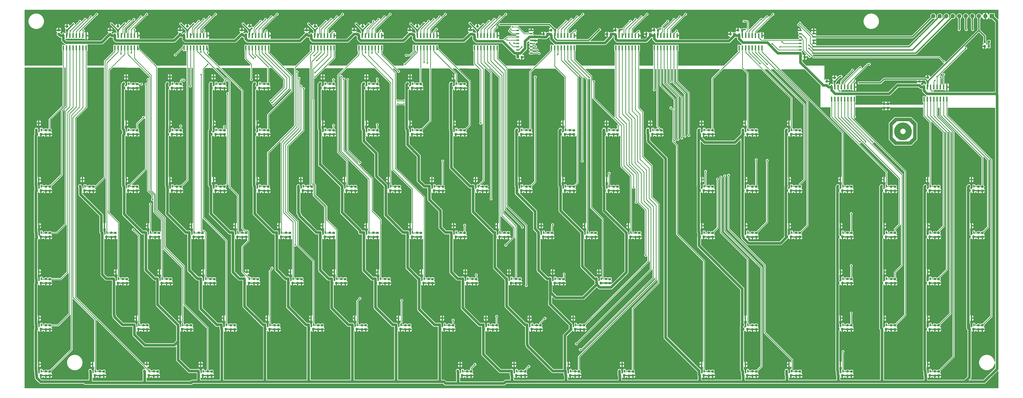
<source format=gbr>
%TF.GenerationSoftware,KiCad,Pcbnew,8.0.0*%
%TF.CreationDate,2025-05-08T15:49:05+08:00*%
%TF.ProjectId,keyboard,6b657962-6f61-4726-942e-6b696361645f,1.0*%
%TF.SameCoordinates,Original*%
%TF.FileFunction,Copper,L1,Top*%
%TF.FilePolarity,Positive*%
%FSLAX46Y46*%
G04 Gerber Fmt 4.6, Leading zero omitted, Abs format (unit mm)*
G04 Created by KiCad (PCBNEW 8.0.0) date 2025-05-08 15:49:05*
%MOMM*%
%LPD*%
G01*
G04 APERTURE LIST*
G04 Aperture macros list*
%AMRoundRect*
0 Rectangle with rounded corners*
0 $1 Rounding radius*
0 $2 $3 $4 $5 $6 $7 $8 $9 X,Y pos of 4 corners*
0 Add a 4 corners polygon primitive as box body*
4,1,4,$2,$3,$4,$5,$6,$7,$8,$9,$2,$3,0*
0 Add four circle primitives for the rounded corners*
1,1,$1+$1,$2,$3*
1,1,$1+$1,$4,$5*
1,1,$1+$1,$6,$7*
1,1,$1+$1,$8,$9*
0 Add four rect primitives between the rounded corners*
20,1,$1+$1,$2,$3,$4,$5,0*
20,1,$1+$1,$4,$5,$6,$7,0*
20,1,$1+$1,$6,$7,$8,$9,0*
20,1,$1+$1,$8,$9,$2,$3,0*%
G04 Aperture macros list end*
%TA.AperFunction,NonConductor*%
%ADD10C,0.000000*%
%TD*%
%TA.AperFunction,SMDPad,CuDef*%
%ADD11R,0.558800X1.092200*%
%TD*%
%TA.AperFunction,SMDPad,CuDef*%
%ADD12RoundRect,0.225000X0.225000X0.250000X-0.225000X0.250000X-0.225000X-0.250000X0.225000X-0.250000X0*%
%TD*%
%TA.AperFunction,SMDPad,CuDef*%
%ADD13RoundRect,0.200000X-0.275000X0.200000X-0.275000X-0.200000X0.275000X-0.200000X0.275000X0.200000X0*%
%TD*%
%TA.AperFunction,SMDPad,CuDef*%
%ADD14RoundRect,0.225000X-0.250000X0.225000X-0.250000X-0.225000X0.250000X-0.225000X0.250000X0.225000X0*%
%TD*%
%TA.AperFunction,SMDPad,CuDef*%
%ADD15RoundRect,0.225000X0.250000X-0.225000X0.250000X0.225000X-0.250000X0.225000X-0.250000X-0.225000X0*%
%TD*%
%TA.AperFunction,SMDPad,CuDef*%
%ADD16R,0.558800X1.981200*%
%TD*%
%TA.AperFunction,SMDPad,CuDef*%
%ADD17O,1.250000X0.549999*%
%TD*%
%TA.AperFunction,SMDPad,CuDef*%
%ADD18RoundRect,0.218750X-0.218750X-0.256250X0.218750X-0.256250X0.218750X0.256250X-0.218750X0.256250X0*%
%TD*%
%TA.AperFunction,SMDPad,CuDef*%
%ADD19RoundRect,0.225000X-0.225000X-0.250000X0.225000X-0.250000X0.225000X0.250000X-0.225000X0.250000X0*%
%TD*%
%TA.AperFunction,SMDPad,CuDef*%
%ADD20RoundRect,0.218750X0.256250X-0.218750X0.256250X0.218750X-0.256250X0.218750X-0.256250X-0.218750X0*%
%TD*%
%TA.AperFunction,SMDPad,CuDef*%
%ADD21RoundRect,0.200000X-0.200000X-0.275000X0.200000X-0.275000X0.200000X0.275000X-0.200000X0.275000X0*%
%TD*%
%TA.AperFunction,ComponentPad*%
%ADD22R,1.700000X1.700000*%
%TD*%
%TA.AperFunction,ComponentPad*%
%ADD23O,1.700000X1.700000*%
%TD*%
%TA.AperFunction,ViaPad*%
%ADD24C,0.600000*%
%TD*%
%TA.AperFunction,Conductor*%
%ADD25C,1.000000*%
%TD*%
%TA.AperFunction,Conductor*%
%ADD26C,0.255000*%
%TD*%
%TA.AperFunction,Conductor*%
%ADD27C,0.508000*%
%TD*%
%TA.AperFunction,Conductor*%
%ADD28C,0.200000*%
%TD*%
G04 APERTURE END LIST*
D10*
%TA.AperFunction,NonConductor*%
G36*
X401231619Y-82425070D02*
G01*
X401232512Y-82425540D01*
X401233676Y-82426304D01*
X401235092Y-82427346D01*
X401238610Y-82430201D01*
X401242926Y-82433978D01*
X401247899Y-82438552D01*
X401253389Y-82443796D01*
X401259255Y-82449583D01*
X401265356Y-82455787D01*
X401268380Y-82458933D01*
X401271275Y-82461990D01*
X401274027Y-82464944D01*
X401276622Y-82467777D01*
X401279049Y-82470475D01*
X401281293Y-82473021D01*
X401283342Y-82475400D01*
X401285183Y-82477595D01*
X401286803Y-82479591D01*
X401288189Y-82481373D01*
X401289328Y-82482924D01*
X401290206Y-82484228D01*
X401290812Y-82485270D01*
X401291009Y-82485687D01*
X401291132Y-82486034D01*
X401291181Y-82486306D01*
X401291153Y-82486503D01*
X401291047Y-82486623D01*
X401290862Y-82486664D01*
X401290256Y-82486503D01*
X401289362Y-82486034D01*
X401288199Y-82485270D01*
X401286783Y-82484228D01*
X401283265Y-82481373D01*
X401278949Y-82477595D01*
X401273975Y-82473021D01*
X401268486Y-82467777D01*
X401262620Y-82461990D01*
X401256519Y-82455787D01*
X401253494Y-82452641D01*
X401250599Y-82449583D01*
X401247848Y-82446630D01*
X401245252Y-82443796D01*
X401242826Y-82441098D01*
X401240582Y-82438552D01*
X401238533Y-82436174D01*
X401236692Y-82433978D01*
X401235072Y-82431982D01*
X401233686Y-82430201D01*
X401232547Y-82428650D01*
X401231668Y-82427346D01*
X401231062Y-82426304D01*
X401230866Y-82425886D01*
X401230742Y-82425540D01*
X401230694Y-82425267D01*
X401230722Y-82425070D01*
X401230827Y-82424950D01*
X401231013Y-82424910D01*
X401231619Y-82425070D01*
G37*
%TD.AperFunction*%
%TA.AperFunction,NonConductor*%
G36*
X400305490Y-81499051D02*
G01*
X400306448Y-81499588D01*
X400307720Y-81500461D01*
X400309286Y-81501652D01*
X400313218Y-81504915D01*
X400318085Y-81509233D01*
X400323727Y-81514462D01*
X400329984Y-81520456D01*
X400336697Y-81527071D01*
X400343706Y-81534164D01*
X400347192Y-81537756D01*
X400350536Y-81541247D01*
X400353721Y-81544620D01*
X400356734Y-81547856D01*
X400359557Y-81550937D01*
X400362177Y-81553846D01*
X400364577Y-81556563D01*
X400366742Y-81559071D01*
X400368657Y-81561352D01*
X400370306Y-81563387D01*
X400371675Y-81565159D01*
X400372747Y-81566649D01*
X400373507Y-81567840D01*
X400373765Y-81568317D01*
X400373940Y-81568713D01*
X400374029Y-81569024D01*
X400374030Y-81569250D01*
X400373942Y-81569387D01*
X400373763Y-81569433D01*
X400373134Y-81569250D01*
X400372171Y-81568713D01*
X400370896Y-81567840D01*
X400369327Y-81566649D01*
X400365391Y-81563387D01*
X400360521Y-81559071D01*
X400354877Y-81553846D01*
X400348619Y-81547856D01*
X400341905Y-81541247D01*
X400334896Y-81534164D01*
X400331410Y-81530567D01*
X400328067Y-81527071D01*
X400324881Y-81523695D01*
X400321869Y-81520456D01*
X400319046Y-81517372D01*
X400316427Y-81514462D01*
X400314028Y-81511743D01*
X400311864Y-81509233D01*
X400309950Y-81506951D01*
X400308302Y-81504915D01*
X400306936Y-81503143D01*
X400305867Y-81501652D01*
X400305109Y-81500461D01*
X400304853Y-81499984D01*
X400304680Y-81499588D01*
X400304593Y-81499277D01*
X400304593Y-81499051D01*
X400304683Y-81498914D01*
X400304865Y-81498868D01*
X400305490Y-81499051D01*
G37*
%TD.AperFunction*%
%TA.AperFunction,NonConductor*%
G36*
X400659010Y-81851293D02*
G01*
X400665943Y-81857814D01*
X400672153Y-81863694D01*
X400677668Y-81868964D01*
X400682514Y-81873653D01*
X400686719Y-81877794D01*
X400688589Y-81879667D01*
X400690309Y-81881415D01*
X400691883Y-81883040D01*
X400693312Y-81884547D01*
X400694601Y-81885939D01*
X400695754Y-81887220D01*
X400696773Y-81888395D01*
X400697662Y-81889466D01*
X400698424Y-81890437D01*
X400699063Y-81891313D01*
X400699582Y-81892097D01*
X400699984Y-81892793D01*
X400700142Y-81893109D01*
X400700272Y-81893405D01*
X400700375Y-81893680D01*
X400700451Y-81893936D01*
X400700500Y-81894173D01*
X400700523Y-81894391D01*
X400700521Y-81894590D01*
X400700493Y-81894772D01*
X400700439Y-81894937D01*
X400700362Y-81895085D01*
X400700260Y-81895216D01*
X400700134Y-81895332D01*
X400699986Y-81895432D01*
X400699814Y-81895518D01*
X400699620Y-81895588D01*
X400699404Y-81895645D01*
X400699166Y-81895689D01*
X400698907Y-81895719D01*
X400698327Y-81895743D01*
X400697863Y-81895526D01*
X400697012Y-81894889D01*
X400694231Y-81892440D01*
X400690159Y-81888567D01*
X400684966Y-81883443D01*
X400671910Y-81870126D01*
X400656444Y-81853860D01*
X400617126Y-81811976D01*
X400659010Y-81851293D01*
G37*
%TD.AperFunction*%
%TA.AperFunction,NonConductor*%
G36*
X400869707Y-82063742D02*
G01*
X400871344Y-82064950D01*
X400876788Y-82069593D01*
X400884842Y-82076934D01*
X400895161Y-82086647D01*
X400921228Y-82111885D01*
X400952248Y-82142705D01*
X400968034Y-82158650D01*
X400982584Y-82173525D01*
X400995594Y-82187005D01*
X401006759Y-82198764D01*
X401015773Y-82208476D01*
X401022331Y-82215817D01*
X401024594Y-82218496D01*
X401026129Y-82220460D01*
X401026897Y-82221668D01*
X401026982Y-82221976D01*
X401026947Y-82222054D01*
X401026861Y-82222080D01*
X401026000Y-82221668D01*
X401024359Y-82220460D01*
X401018908Y-82215817D01*
X401010850Y-82208476D01*
X401000528Y-82198764D01*
X400974458Y-82173525D01*
X400943437Y-82142705D01*
X400927659Y-82126760D01*
X400913113Y-82111885D01*
X400900104Y-82098406D01*
X400888940Y-82086647D01*
X400879926Y-82076934D01*
X400873369Y-82069593D01*
X400871108Y-82066914D01*
X400869575Y-82064950D01*
X400868810Y-82063742D01*
X400868728Y-82063434D01*
X400868763Y-82063356D01*
X400868851Y-82063330D01*
X400869707Y-82063742D01*
G37*
%TD.AperFunction*%
%TA.AperFunction,NonConductor*%
G36*
X394678493Y-88572606D02*
G01*
X394680466Y-88574150D01*
X394687204Y-88580082D01*
X394710331Y-88601872D01*
X394743438Y-88634119D01*
X394783064Y-88673495D01*
X394803287Y-88693866D01*
X394821980Y-88712871D01*
X394838745Y-88730093D01*
X394853186Y-88745117D01*
X394864906Y-88757527D01*
X394873507Y-88766907D01*
X394876515Y-88770330D01*
X394878594Y-88772839D01*
X394879696Y-88774383D01*
X394879864Y-88774777D01*
X394879850Y-88774876D01*
X394879770Y-88774909D01*
X394878799Y-88774383D01*
X394876826Y-88772839D01*
X394870088Y-88766907D01*
X394846961Y-88745117D01*
X394813854Y-88712871D01*
X394774228Y-88673495D01*
X394754005Y-88653124D01*
X394735312Y-88634119D01*
X394718547Y-88616896D01*
X394704106Y-88601872D01*
X394692387Y-88589462D01*
X394683785Y-88580082D01*
X394680777Y-88576659D01*
X394678698Y-88574150D01*
X394677596Y-88572606D01*
X394677428Y-88572212D01*
X394677442Y-88572113D01*
X394677522Y-88572080D01*
X394678493Y-88572606D01*
G37*
%TD.AperFunction*%
%TA.AperFunction,NonConductor*%
G36*
X393867171Y-87760911D02*
G01*
X393868269Y-87761582D01*
X393871637Y-87764162D01*
X393876401Y-87768240D01*
X393882367Y-87773637D01*
X393889338Y-87780171D01*
X393897120Y-87787661D01*
X393905516Y-87795927D01*
X393914332Y-87804788D01*
X393922968Y-87813641D01*
X393930851Y-87821901D01*
X393937821Y-87829386D01*
X393943717Y-87835917D01*
X393946212Y-87838767D01*
X393948379Y-87841311D01*
X393950197Y-87843526D01*
X393951647Y-87845389D01*
X393952707Y-87846877D01*
X393953360Y-87847968D01*
X393953526Y-87848358D01*
X393953583Y-87848639D01*
X393953528Y-87848810D01*
X393953358Y-87848868D01*
X393952686Y-87848639D01*
X393951591Y-87847968D01*
X393948227Y-87845389D01*
X393943463Y-87841311D01*
X393937496Y-87835917D01*
X393930521Y-87829386D01*
X393922736Y-87821901D01*
X393914337Y-87813641D01*
X393905521Y-87804788D01*
X393896885Y-87795927D01*
X393889002Y-87787661D01*
X393882032Y-87780171D01*
X393876136Y-87773637D01*
X393873641Y-87770785D01*
X393871474Y-87768240D01*
X393869656Y-87766025D01*
X393868206Y-87764162D01*
X393867145Y-87762673D01*
X393866493Y-87761582D01*
X393866327Y-87761193D01*
X393866270Y-87760911D01*
X393866325Y-87760740D01*
X393866495Y-87760682D01*
X393867171Y-87760911D01*
G37*
%TD.AperFunction*%
%TA.AperFunction,NonConductor*%
G36*
X399905619Y-88704465D02*
G01*
X399906378Y-88704764D01*
X399906626Y-88704998D01*
X399906781Y-88705293D01*
X399906841Y-88705651D01*
X399906804Y-88706077D01*
X399906427Y-88707140D01*
X399905629Y-88708508D01*
X399904386Y-88710206D01*
X399902679Y-88712259D01*
X399900485Y-88714692D01*
X399897782Y-88717530D01*
X399890765Y-88724519D01*
X399881455Y-88733428D01*
X399869678Y-88744456D01*
X399832187Y-88779328D01*
X399867059Y-88741837D01*
X399874110Y-88734309D01*
X399880794Y-88727287D01*
X399886955Y-88720925D01*
X399892440Y-88715375D01*
X399897093Y-88710791D01*
X399900762Y-88707327D01*
X399902178Y-88706062D01*
X399903290Y-88705136D01*
X399904079Y-88704565D01*
X399904346Y-88704420D01*
X399904525Y-88704371D01*
X399905619Y-88704465D01*
G37*
%TD.AperFunction*%
%TA.AperFunction,NonConductor*%
G36*
X394270115Y-81640115D02*
G01*
X394270739Y-81640506D01*
X394270883Y-81640822D01*
X394270905Y-81641228D01*
X394270561Y-81642336D01*
X394269655Y-81643888D01*
X394268133Y-81645939D01*
X394265944Y-81648547D01*
X394263036Y-81651768D01*
X394254852Y-81660273D01*
X394243163Y-81671909D01*
X394207596Y-81706381D01*
X394143646Y-81767870D01*
X394205135Y-81703920D01*
X394217544Y-81691078D01*
X394229214Y-81679098D01*
X394239885Y-81668242D01*
X394249294Y-81658772D01*
X394257181Y-81650951D01*
X394263282Y-81645040D01*
X394267338Y-81641301D01*
X394268516Y-81640328D01*
X394268879Y-81640080D01*
X394269085Y-81639997D01*
X394270115Y-81640115D01*
G37*
%TD.AperFunction*%
%TA.AperFunction,NonConductor*%
G36*
X401594153Y-80667309D02*
G01*
X402650000Y-81723076D01*
X402650000Y-88083077D01*
X401594074Y-89138976D01*
X400538149Y-90194849D01*
X394178597Y-90194849D01*
X393122619Y-89139082D01*
X392066667Y-88083315D01*
X392066667Y-87285464D01*
X393389584Y-87285464D01*
X394182910Y-88078685D01*
X394976263Y-88871932D01*
X399739981Y-88871932D01*
X400533545Y-88078605D01*
X401327083Y-87285305D01*
X401327083Y-82521641D01*
X400533518Y-81728024D01*
X399739954Y-80934433D01*
X394976528Y-80934433D01*
X394183069Y-81727786D01*
X393389584Y-82521112D01*
X393389584Y-87285464D01*
X392066667Y-87285464D01*
X392066667Y-81722467D01*
X393122513Y-80666992D01*
X394178386Y-79611516D01*
X400538307Y-79611516D01*
X401594153Y-80667309D01*
G37*
%TD.AperFunction*%
%TA.AperFunction,NonConductor*%
G36*
X400700329Y-87910673D02*
G01*
X400700402Y-87910827D01*
X400700247Y-87911431D01*
X400699707Y-87912413D01*
X400698799Y-87913753D01*
X400695948Y-87917423D01*
X400691838Y-87922280D01*
X400686609Y-87928159D01*
X400680403Y-87934899D01*
X400673361Y-87942337D01*
X400665625Y-87950309D01*
X400657708Y-87958282D01*
X400650150Y-87965719D01*
X400643128Y-87972459D01*
X400636818Y-87978339D01*
X400631400Y-87983195D01*
X400629079Y-87985188D01*
X400627049Y-87986865D01*
X400625329Y-87988205D01*
X400623943Y-87989187D01*
X400622912Y-87989791D01*
X400622537Y-87989945D01*
X400622259Y-87989997D01*
X400622086Y-87989945D01*
X400622015Y-87989791D01*
X400622174Y-87989187D01*
X400622718Y-87988205D01*
X400623629Y-87986865D01*
X400626484Y-87983195D01*
X400630597Y-87978339D01*
X400635828Y-87972459D01*
X400642035Y-87965719D01*
X400649078Y-87958282D01*
X400656814Y-87950309D01*
X400664723Y-87942337D01*
X400672278Y-87934899D01*
X400679299Y-87928159D01*
X400685608Y-87922280D01*
X400691026Y-87917423D01*
X400693346Y-87915430D01*
X400695376Y-87913753D01*
X400697094Y-87912413D01*
X400698478Y-87911431D01*
X400699505Y-87910827D01*
X400699878Y-87910673D01*
X400700153Y-87910621D01*
X400700329Y-87910673D01*
G37*
%TD.AperFunction*%
%TA.AperFunction,NonConductor*%
G36*
X394412081Y-81498920D02*
G01*
X394412151Y-81499074D01*
X394411993Y-81499678D01*
X394411449Y-81500660D01*
X394410537Y-81502000D01*
X394407683Y-81505670D01*
X394403569Y-81510526D01*
X394398339Y-81516406D01*
X394392132Y-81523146D01*
X394385089Y-81530583D01*
X394377353Y-81538556D01*
X394369444Y-81546528D01*
X394361889Y-81553966D01*
X394354868Y-81560706D01*
X394348559Y-81566585D01*
X394343141Y-81571441D01*
X394340821Y-81573435D01*
X394338791Y-81575112D01*
X394337073Y-81576451D01*
X394335689Y-81577433D01*
X394334662Y-81578037D01*
X394334289Y-81578191D01*
X394334014Y-81578243D01*
X394333838Y-81578191D01*
X394333765Y-81578037D01*
X394333919Y-81577433D01*
X394334460Y-81576451D01*
X394335368Y-81575112D01*
X394338218Y-81571441D01*
X394342328Y-81566585D01*
X394347557Y-81560706D01*
X394353763Y-81553966D01*
X394360805Y-81546528D01*
X394368542Y-81538556D01*
X394376459Y-81530583D01*
X394384017Y-81523146D01*
X394391039Y-81516406D01*
X394397348Y-81510526D01*
X394402767Y-81505670D01*
X394405087Y-81503677D01*
X394407118Y-81502000D01*
X394408838Y-81500660D01*
X394410224Y-81499678D01*
X394411254Y-81499074D01*
X394411629Y-81498920D01*
X394411907Y-81498868D01*
X394412081Y-81498920D01*
G37*
%TD.AperFunction*%
%TA.AperFunction,NonConductor*%
G36*
X401026019Y-87584554D02*
G01*
X401026195Y-87584588D01*
X401026356Y-87584644D01*
X401026501Y-87584722D01*
X401026633Y-87584823D01*
X401026751Y-87584945D01*
X401026855Y-87585089D01*
X401026945Y-87585254D01*
X401027023Y-87585440D01*
X401027088Y-87585647D01*
X401027140Y-87585874D01*
X401027208Y-87586389D01*
X401027231Y-87586983D01*
X401027059Y-87587411D01*
X401026555Y-87588136D01*
X401024619Y-87590413D01*
X401021559Y-87593678D01*
X401017511Y-87597795D01*
X401012610Y-87602627D01*
X401006994Y-87608039D01*
X401000798Y-87613894D01*
X400994158Y-87620056D01*
X400961085Y-87650430D01*
X400991459Y-87617358D01*
X400996527Y-87611872D01*
X401001125Y-87606941D01*
X401005273Y-87602550D01*
X401008992Y-87598682D01*
X401010697Y-87596938D01*
X401012301Y-87595319D01*
X401013807Y-87593822D01*
X401015219Y-87592446D01*
X401016537Y-87591188D01*
X401017766Y-87590045D01*
X401018906Y-87589017D01*
X401019961Y-87588101D01*
X401020934Y-87587295D01*
X401021825Y-87586597D01*
X401022639Y-87586004D01*
X401023377Y-87585515D01*
X401024042Y-87585128D01*
X401024636Y-87584841D01*
X401024908Y-87584733D01*
X401025162Y-87584650D01*
X401025401Y-87584591D01*
X401025623Y-87584556D01*
X401025829Y-87584543D01*
X401026019Y-87584554D01*
G37*
%TD.AperFunction*%
%TA.AperFunction,NonConductor*%
G36*
X397434822Y-81465839D02*
G01*
X397565294Y-81472522D01*
X397696695Y-81482522D01*
X397823667Y-81495497D01*
X397940851Y-81511105D01*
X398042890Y-81529004D01*
X398294838Y-81590363D01*
X398539066Y-81669548D01*
X398774838Y-81765819D01*
X399001416Y-81878435D01*
X399218066Y-82006657D01*
X399424051Y-82149744D01*
X399618634Y-82306955D01*
X399801079Y-82477552D01*
X399970650Y-82660793D01*
X400126610Y-82855938D01*
X400268223Y-83062248D01*
X400394754Y-83278981D01*
X400505464Y-83505398D01*
X400599619Y-83740758D01*
X400676482Y-83984321D01*
X400708199Y-84108948D01*
X400735316Y-84235348D01*
X400761689Y-84389257D01*
X400780932Y-84543089D01*
X400793159Y-84696641D01*
X400798480Y-84849710D01*
X400797007Y-85002092D01*
X400788853Y-85153586D01*
X400774128Y-85303989D01*
X400752945Y-85453097D01*
X400725415Y-85600708D01*
X400691650Y-85746619D01*
X400651762Y-85890627D01*
X400605862Y-86032529D01*
X400554062Y-86172124D01*
X400496474Y-86309207D01*
X400433209Y-86443576D01*
X400364380Y-86575028D01*
X400290098Y-86703361D01*
X400210474Y-86828371D01*
X400125620Y-86949856D01*
X400035649Y-87067614D01*
X399940671Y-87181440D01*
X399840799Y-87291133D01*
X399736144Y-87396489D01*
X399626818Y-87497307D01*
X399512933Y-87593382D01*
X399394600Y-87684512D01*
X399271930Y-87770495D01*
X399145037Y-87851128D01*
X399014031Y-87926207D01*
X398879025Y-87995530D01*
X398740129Y-88058895D01*
X398597456Y-88116097D01*
X398383044Y-88188939D01*
X398168476Y-88247464D01*
X397954206Y-88291987D01*
X397740693Y-88322821D01*
X397528393Y-88340280D01*
X397317763Y-88344679D01*
X397109259Y-88336331D01*
X396903338Y-88315551D01*
X396700457Y-88282651D01*
X396501072Y-88237947D01*
X396305640Y-88181752D01*
X396114618Y-88114379D01*
X395928462Y-88036143D01*
X395747630Y-87947358D01*
X395572577Y-87848338D01*
X395403760Y-87739397D01*
X395241637Y-87620847D01*
X395086664Y-87493005D01*
X394939297Y-87356182D01*
X394799994Y-87210694D01*
X394669210Y-87056855D01*
X394547403Y-86894977D01*
X394435029Y-86725376D01*
X394332545Y-86548364D01*
X394240407Y-86364256D01*
X394159073Y-86173367D01*
X394088999Y-85976009D01*
X394030642Y-85772496D01*
X393984458Y-85563144D01*
X393950904Y-85348264D01*
X393930437Y-85128173D01*
X393923513Y-84903182D01*
X393924209Y-84872949D01*
X396303827Y-84872949D01*
X396304251Y-84950907D01*
X396310671Y-85029288D01*
X396323262Y-85107802D01*
X396342198Y-85186157D01*
X396367652Y-85264060D01*
X396399797Y-85341221D01*
X396438809Y-85417347D01*
X396484860Y-85492147D01*
X396538125Y-85565329D01*
X396577714Y-85612564D01*
X396619566Y-85656748D01*
X396663531Y-85697880D01*
X396709456Y-85735961D01*
X396757193Y-85770992D01*
X396806589Y-85802971D01*
X396857494Y-85831899D01*
X396909758Y-85857777D01*
X396963229Y-85880604D01*
X397017757Y-85900380D01*
X397073191Y-85917107D01*
X397129381Y-85930783D01*
X397186175Y-85941409D01*
X397243423Y-85948985D01*
X397300974Y-85953511D01*
X397358677Y-85954987D01*
X397416382Y-85953414D01*
X397473938Y-85948791D01*
X397531193Y-85941120D01*
X397587998Y-85930398D01*
X397644202Y-85916628D01*
X397699653Y-85899809D01*
X397754201Y-85879941D01*
X397807696Y-85857024D01*
X397859986Y-85831059D01*
X397910921Y-85802045D01*
X397960349Y-85769983D01*
X398008121Y-85734873D01*
X398054086Y-85696715D01*
X398098092Y-85655509D01*
X398139989Y-85611255D01*
X398179626Y-85563953D01*
X398223720Y-85504019D01*
X398262959Y-85442541D01*
X398297417Y-85379717D01*
X398327169Y-85315746D01*
X398352287Y-85250828D01*
X398372846Y-85185162D01*
X398388921Y-85118946D01*
X398400584Y-85052381D01*
X398407910Y-84985666D01*
X398410974Y-84918998D01*
X398409848Y-84852579D01*
X398404607Y-84786606D01*
X398395325Y-84721280D01*
X398382076Y-84656798D01*
X398364934Y-84593362D01*
X398343972Y-84531168D01*
X398319266Y-84470418D01*
X398290888Y-84411309D01*
X398258913Y-84354042D01*
X398223414Y-84298815D01*
X398184467Y-84245827D01*
X398142144Y-84195278D01*
X398096520Y-84147367D01*
X398047668Y-84102293D01*
X397995663Y-84060256D01*
X397940579Y-84021453D01*
X397882489Y-83986085D01*
X397821468Y-83954351D01*
X397757589Y-83926450D01*
X397690927Y-83902581D01*
X397621555Y-83882943D01*
X397549548Y-83867736D01*
X397460005Y-83855445D01*
X397372462Y-83850286D01*
X397287093Y-83851968D01*
X397204071Y-83860198D01*
X397123571Y-83874686D01*
X397045766Y-83895139D01*
X396970830Y-83921267D01*
X396898937Y-83952776D01*
X396830260Y-83989376D01*
X396764973Y-84030775D01*
X396703250Y-84076681D01*
X396645265Y-84126803D01*
X396591192Y-84180848D01*
X396541204Y-84238526D01*
X396495475Y-84299544D01*
X396454179Y-84363611D01*
X396417490Y-84430435D01*
X396385582Y-84499725D01*
X396358627Y-84571189D01*
X396336801Y-84644535D01*
X396320276Y-84719471D01*
X396309227Y-84795706D01*
X396303827Y-84872949D01*
X393924209Y-84872949D01*
X393927420Y-84733646D01*
X393939037Y-84566446D01*
X393958210Y-84401751D01*
X393984782Y-84239728D01*
X394018599Y-84080544D01*
X394059504Y-83924369D01*
X394107344Y-83771369D01*
X394161963Y-83621712D01*
X394223204Y-83475566D01*
X394290914Y-83333098D01*
X394364936Y-83194478D01*
X394445115Y-83059871D01*
X394531297Y-82929447D01*
X394623325Y-82803372D01*
X394721044Y-82681816D01*
X394824300Y-82564944D01*
X394932936Y-82452925D01*
X395046798Y-82345928D01*
X395165730Y-82244119D01*
X395289576Y-82147666D01*
X395418183Y-82056738D01*
X395551393Y-81971501D01*
X395689053Y-81892125D01*
X395831005Y-81818775D01*
X395977097Y-81751621D01*
X396127171Y-81690830D01*
X396281073Y-81636570D01*
X396438647Y-81589009D01*
X396599738Y-81548313D01*
X396764191Y-81514652D01*
X396931850Y-81488192D01*
X397102561Y-81469102D01*
X397198097Y-81463787D01*
X397310637Y-81462813D01*
X397434822Y-81465839D01*
G37*
%TD.AperFunction*%
%TA.AperFunction,NonConductor*%
G36*
X394094581Y-81816420D02*
G01*
X394094651Y-81816574D01*
X394094493Y-81817178D01*
X394093949Y-81818160D01*
X394093038Y-81819500D01*
X394090183Y-81823170D01*
X394086069Y-81828026D01*
X394080839Y-81833906D01*
X394074632Y-81840646D01*
X394067589Y-81848083D01*
X394059853Y-81856056D01*
X394051944Y-81864028D01*
X394044389Y-81871466D01*
X394037368Y-81878205D01*
X394031059Y-81884085D01*
X394025641Y-81888941D01*
X394023321Y-81890935D01*
X394021291Y-81892612D01*
X394019573Y-81893951D01*
X394018189Y-81894933D01*
X394017162Y-81895537D01*
X394016789Y-81895691D01*
X394016514Y-81895743D01*
X394016338Y-81895691D01*
X394016265Y-81895537D01*
X394016420Y-81894933D01*
X394016960Y-81893951D01*
X394017868Y-81892612D01*
X394020718Y-81888941D01*
X394024828Y-81884085D01*
X394030057Y-81878205D01*
X394036263Y-81871466D01*
X394043305Y-81864028D01*
X394051042Y-81856056D01*
X394058958Y-81848083D01*
X394066517Y-81840646D01*
X394073539Y-81833906D01*
X394079848Y-81828026D01*
X394085267Y-81823170D01*
X394087587Y-81821176D01*
X394089618Y-81819500D01*
X394091338Y-81818160D01*
X394092724Y-81817178D01*
X394093754Y-81816574D01*
X394094129Y-81816420D01*
X394094407Y-81816368D01*
X394094581Y-81816420D01*
G37*
%TD.AperFunction*%
%TA.AperFunction,NonConductor*%
G36*
X400849902Y-87761230D02*
G01*
X400850075Y-87761277D01*
X400850229Y-87761352D01*
X400850363Y-87761454D01*
X400850479Y-87761583D01*
X400850577Y-87761737D01*
X400850659Y-87761917D01*
X400850723Y-87762121D01*
X400850772Y-87762349D01*
X400850806Y-87762600D01*
X400850833Y-87763169D01*
X400850547Y-87763693D01*
X400849708Y-87764737D01*
X400846485Y-87768279D01*
X400841390Y-87773568D01*
X400834647Y-87780377D01*
X400817123Y-87797649D01*
X400795720Y-87818282D01*
X400740581Y-87870934D01*
X400793233Y-87815795D01*
X400801938Y-87806696D01*
X400809746Y-87798567D01*
X400816705Y-87791367D01*
X400822861Y-87785055D01*
X400828259Y-87779587D01*
X400832945Y-87774922D01*
X400835036Y-87772878D01*
X400836966Y-87771018D01*
X400838742Y-87769338D01*
X400840369Y-87767833D01*
X400841852Y-87766496D01*
X400843198Y-87765324D01*
X400844412Y-87764310D01*
X400845500Y-87763449D01*
X400846468Y-87762737D01*
X400847322Y-87762167D01*
X400848067Y-87761735D01*
X400848400Y-87761569D01*
X400848709Y-87761435D01*
X400848993Y-87761334D01*
X400849254Y-87761263D01*
X400849492Y-87761222D01*
X400849707Y-87761212D01*
X400849902Y-87761230D01*
G37*
%TD.AperFunction*%
%TA.AperFunction,NonConductor*%
G36*
X393485016Y-82425000D02*
G01*
X393485450Y-82425118D01*
X393485802Y-82425286D01*
X393486068Y-82425507D01*
X393486247Y-82425785D01*
X393486337Y-82426121D01*
X393486335Y-82426518D01*
X393486050Y-82427504D01*
X393485375Y-82428763D01*
X393484294Y-82430315D01*
X393482790Y-82432179D01*
X393480846Y-82434375D01*
X393478445Y-82436922D01*
X393472210Y-82443149D01*
X393463950Y-82451016D01*
X393453533Y-82460681D01*
X393420460Y-82491056D01*
X393450835Y-82457983D01*
X393456997Y-82451343D01*
X393462852Y-82445147D01*
X393468264Y-82439530D01*
X393473096Y-82434630D01*
X393477213Y-82430582D01*
X393478960Y-82428919D01*
X393480477Y-82427521D01*
X393481748Y-82426404D01*
X393482754Y-82425585D01*
X393483480Y-82425082D01*
X393483732Y-82424953D01*
X393483908Y-82424910D01*
X393485016Y-82425000D01*
G37*
%TD.AperFunction*%
%TA.AperFunction,NonConductor*%
G36*
X393979505Y-81931618D02*
G01*
X393979687Y-81931655D01*
X393979848Y-81931720D01*
X393979989Y-81931815D01*
X393980110Y-81931937D01*
X393980212Y-81932085D01*
X393980297Y-81932260D01*
X393980364Y-81932460D01*
X393980415Y-81932685D01*
X393980450Y-81932933D01*
X393980478Y-81933499D01*
X393980169Y-81934045D01*
X393979263Y-81935157D01*
X393975782Y-81938954D01*
X393962995Y-81951994D01*
X393944067Y-81970669D01*
X393920946Y-81993031D01*
X393861415Y-82050101D01*
X393918486Y-81990570D01*
X393927920Y-81980745D01*
X393936373Y-81971974D01*
X393943896Y-81964211D01*
X393950541Y-81957409D01*
X393956359Y-81951519D01*
X393961401Y-81946495D01*
X393963648Y-81944294D01*
X393965720Y-81942290D01*
X393967623Y-81940480D01*
X393969365Y-81938857D01*
X393970952Y-81937415D01*
X393972389Y-81936148D01*
X393973684Y-81935050D01*
X393974843Y-81934116D01*
X393975873Y-81933339D01*
X393976779Y-81932714D01*
X393977569Y-81932234D01*
X393977921Y-81932047D01*
X393978248Y-81931894D01*
X393978548Y-81931775D01*
X393978823Y-81931688D01*
X393979073Y-81931634D01*
X393979300Y-81931610D01*
X393979505Y-81931618D01*
G37*
%TD.AperFunction*%
%TA.AperFunction,NonConductor*%
G36*
X394149305Y-88043234D02*
G01*
X394150671Y-88044173D01*
X394155077Y-88047785D01*
X394161489Y-88053494D01*
X394169638Y-88061047D01*
X394179254Y-88070192D01*
X394190068Y-88080675D01*
X394214210Y-88104640D01*
X394226423Y-88117039D01*
X394237642Y-88128606D01*
X394247636Y-88139089D01*
X394256170Y-88148234D01*
X394263011Y-88155788D01*
X394265724Y-88158889D01*
X394267926Y-88161497D01*
X394269588Y-88163581D01*
X394270681Y-88165108D01*
X394271005Y-88165654D01*
X394271176Y-88166048D01*
X394271190Y-88166288D01*
X394271043Y-88166368D01*
X394270279Y-88166048D01*
X394268913Y-88165108D01*
X394264507Y-88161497D01*
X394258094Y-88155788D01*
X394249946Y-88148234D01*
X394240330Y-88139089D01*
X394229516Y-88128606D01*
X394205373Y-88104640D01*
X394193161Y-88092242D01*
X394181942Y-88080675D01*
X394171948Y-88070192D01*
X394163414Y-88061047D01*
X394156572Y-88053494D01*
X394153860Y-88050393D01*
X394151658Y-88047785D01*
X394149995Y-88045701D01*
X394148902Y-88044173D01*
X394148579Y-88043628D01*
X394148408Y-88043234D01*
X394148394Y-88042994D01*
X394148541Y-88042913D01*
X394149305Y-88043234D01*
G37*
%TD.AperFunction*%
%TA.AperFunction,NonConductor*%
G36*
X400038032Y-88572198D02*
G01*
X400038656Y-88572589D01*
X400038799Y-88572905D01*
X400038822Y-88573311D01*
X400038478Y-88574419D01*
X400037571Y-88575971D01*
X400036049Y-88578022D01*
X400033861Y-88580630D01*
X400030952Y-88583850D01*
X400022768Y-88592356D01*
X400011079Y-88603992D01*
X399975512Y-88638464D01*
X399911562Y-88699953D01*
X399973052Y-88636003D01*
X399985460Y-88623161D01*
X399997130Y-88611181D01*
X400007801Y-88600325D01*
X400017211Y-88590855D01*
X400025097Y-88583034D01*
X400031199Y-88577123D01*
X400035254Y-88573384D01*
X400036433Y-88572411D01*
X400036795Y-88572163D01*
X400037002Y-88572080D01*
X400038032Y-88572198D01*
G37*
%TD.AperFunction*%
%TA.AperFunction,NonConductor*%
G36*
X393761304Y-87655100D02*
G01*
X393762467Y-87655839D01*
X393766092Y-87658676D01*
X393771269Y-87663162D01*
X393777784Y-87669097D01*
X393785420Y-87676282D01*
X393793965Y-87684518D01*
X393803202Y-87693606D01*
X393812917Y-87703347D01*
X393822452Y-87713097D01*
X393831173Y-87722192D01*
X393838902Y-87730433D01*
X393845461Y-87737621D01*
X393848245Y-87740758D01*
X393850670Y-87743557D01*
X393852712Y-87745994D01*
X393854351Y-87748044D01*
X393855562Y-87749681D01*
X393856325Y-87750882D01*
X393856531Y-87751310D01*
X393856616Y-87751620D01*
X393856578Y-87751808D01*
X393856414Y-87751872D01*
X393855715Y-87751620D01*
X393854548Y-87750882D01*
X393850916Y-87748044D01*
X393845736Y-87743557D01*
X393839220Y-87737621D01*
X393831584Y-87730433D01*
X393823043Y-87722192D01*
X393813813Y-87713097D01*
X393804106Y-87703347D01*
X393794571Y-87693606D01*
X393785850Y-87684518D01*
X393778121Y-87676282D01*
X393771562Y-87669097D01*
X393768778Y-87665961D01*
X393766354Y-87663162D01*
X393764311Y-87660725D01*
X393762673Y-87658676D01*
X393761461Y-87657039D01*
X393760698Y-87655839D01*
X393760492Y-87655410D01*
X393760407Y-87655100D01*
X393760445Y-87654912D01*
X393760609Y-87654849D01*
X393761304Y-87655100D01*
G37*
%TD.AperFunction*%
%TA.AperFunction,NonConductor*%
G36*
X393682075Y-87575657D02*
G01*
X393683037Y-87576194D01*
X393684313Y-87577067D01*
X393685881Y-87578258D01*
X393689818Y-87581520D01*
X393694688Y-87585836D01*
X393700332Y-87591061D01*
X393706590Y-87597051D01*
X393713303Y-87603659D01*
X393720313Y-87610743D01*
X393723799Y-87614340D01*
X393727142Y-87617835D01*
X393730327Y-87621212D01*
X393733339Y-87624451D01*
X393736162Y-87627534D01*
X393738781Y-87630445D01*
X393741181Y-87633164D01*
X393743345Y-87635673D01*
X393745258Y-87637955D01*
X393746906Y-87639991D01*
X393748272Y-87641764D01*
X393749342Y-87643254D01*
X393750099Y-87644445D01*
X393750356Y-87644923D01*
X393750528Y-87645318D01*
X393750616Y-87645630D01*
X393750615Y-87645855D01*
X393750525Y-87645992D01*
X393750343Y-87646038D01*
X393749718Y-87645855D01*
X393748760Y-87645318D01*
X393747488Y-87644445D01*
X393745922Y-87643254D01*
X393741990Y-87639991D01*
X393737124Y-87635673D01*
X393731482Y-87630445D01*
X393725224Y-87624451D01*
X393718511Y-87617835D01*
X393711502Y-87610743D01*
X393708016Y-87607151D01*
X393704673Y-87603659D01*
X393701487Y-87600287D01*
X393698475Y-87597051D01*
X393695652Y-87593969D01*
X393693032Y-87591061D01*
X393690632Y-87588344D01*
X393688467Y-87585836D01*
X393686552Y-87583555D01*
X393684902Y-87581520D01*
X393683534Y-87579748D01*
X393682462Y-87578258D01*
X393681702Y-87577067D01*
X393681443Y-87576590D01*
X393681269Y-87576194D01*
X393681179Y-87575882D01*
X393681178Y-87575657D01*
X393681266Y-87575520D01*
X393681445Y-87575474D01*
X393682075Y-87575657D01*
G37*
%TD.AperFunction*%
%TA.AperFunction,NonConductor*%
G36*
X394879776Y-81031542D02*
G01*
X394879743Y-81031798D01*
X394879177Y-81032805D01*
X394876157Y-81036675D01*
X394870828Y-81042792D01*
X394863442Y-81050886D01*
X394854248Y-81060685D01*
X394843498Y-81071918D01*
X394818333Y-81097601D01*
X394805044Y-81110888D01*
X394792473Y-81123284D01*
X394780908Y-81134517D01*
X394770636Y-81144317D01*
X394761944Y-81152410D01*
X394755119Y-81158528D01*
X394752496Y-81160760D01*
X394750448Y-81162397D01*
X394749010Y-81163404D01*
X394748532Y-81163660D01*
X394748219Y-81163747D01*
X394748078Y-81163660D01*
X394748109Y-81163404D01*
X394748672Y-81162397D01*
X394751688Y-81158528D01*
X394757017Y-81152410D01*
X394764405Y-81144317D01*
X394773601Y-81134517D01*
X394784354Y-81123284D01*
X394809523Y-81097601D01*
X394822805Y-81084314D01*
X394835372Y-81071918D01*
X394846937Y-81060685D01*
X394857211Y-81050886D01*
X394865906Y-81042792D01*
X394872734Y-81036675D01*
X394875358Y-81034442D01*
X394877407Y-81032805D01*
X394878846Y-81031798D01*
X394879325Y-81031542D01*
X394879638Y-81031455D01*
X394879776Y-81031542D01*
G37*
%TD.AperFunction*%
%TA.AperFunction,NonConductor*%
G36*
X400567198Y-88043031D02*
G01*
X400567822Y-88043423D01*
X400567966Y-88043739D01*
X400567988Y-88044144D01*
X400567644Y-88045253D01*
X400566738Y-88046804D01*
X400565216Y-88048856D01*
X400563027Y-88051463D01*
X400560119Y-88054684D01*
X400551935Y-88063190D01*
X400540246Y-88074826D01*
X400504679Y-88109297D01*
X400440729Y-88170786D01*
X400502218Y-88106837D01*
X400514627Y-88093995D01*
X400526297Y-88082014D01*
X400536968Y-88071159D01*
X400546377Y-88061689D01*
X400554264Y-88053868D01*
X400560365Y-88047957D01*
X400564421Y-88044218D01*
X400565599Y-88043245D01*
X400565962Y-88042997D01*
X400566168Y-88042913D01*
X400567198Y-88043031D01*
G37*
%TD.AperFunction*%
%TA.AperFunction,NonConductor*%
G36*
X399839051Y-81032527D02*
G01*
X399840684Y-81033522D01*
X399842850Y-81035163D01*
X399849025Y-81040616D01*
X399858071Y-81049346D01*
X399870483Y-81061813D01*
X399907382Y-81099797D01*
X399973290Y-81168139D01*
X399904947Y-81102231D01*
X399891217Y-81088934D01*
X399878408Y-81076435D01*
X399866802Y-81065014D01*
X399856678Y-81054950D01*
X399848316Y-81046524D01*
X399841997Y-81040014D01*
X399838000Y-81035700D01*
X399836960Y-81034455D01*
X399836695Y-81034075D01*
X399836606Y-81033863D01*
X399836728Y-81032847D01*
X399837135Y-81032247D01*
X399837888Y-81032121D01*
X399839051Y-81032527D01*
G37*
%TD.AperFunction*%
%TA.AperFunction,NonConductor*%
G36*
X400808949Y-82001206D02*
G01*
X400815877Y-82007731D01*
X400822084Y-82013615D01*
X400827597Y-82018889D01*
X400832442Y-82023582D01*
X400836647Y-82027724D01*
X400838517Y-82029599D01*
X400840237Y-82031347D01*
X400841811Y-82032974D01*
X400843241Y-82034481D01*
X400844531Y-82035874D01*
X400845684Y-82037156D01*
X400846704Y-82038331D01*
X400847593Y-82039403D01*
X400848356Y-82040375D01*
X400848996Y-82041251D01*
X400849515Y-82042036D01*
X400849918Y-82042732D01*
X400850077Y-82043048D01*
X400850208Y-82043344D01*
X400850311Y-82043619D01*
X400850388Y-82043875D01*
X400850437Y-82044112D01*
X400850461Y-82044330D01*
X400850458Y-82044529D01*
X400850430Y-82044711D01*
X400850377Y-82044876D01*
X400850300Y-82045024D01*
X400850198Y-82045156D01*
X400850073Y-82045271D01*
X400849925Y-82045371D01*
X400849753Y-82045457D01*
X400849559Y-82045528D01*
X400849343Y-82045585D01*
X400849106Y-82045628D01*
X400848847Y-82045659D01*
X400848267Y-82045683D01*
X400847799Y-82045465D01*
X400846944Y-82044827D01*
X400844159Y-82042375D01*
X400840085Y-82038500D01*
X400834892Y-82033373D01*
X400821835Y-82020054D01*
X400806357Y-82003799D01*
X400767040Y-81961889D01*
X400808949Y-82001206D01*
G37*
%TD.AperFunction*%
%TA.AperFunction,NonConductor*%
G36*
X394334606Y-88228350D02*
G01*
X394335701Y-88229021D01*
X394339065Y-88231601D01*
X394343829Y-88235678D01*
X394349796Y-88241073D01*
X394356771Y-88247604D01*
X394364556Y-88255089D01*
X394372955Y-88263349D01*
X394381771Y-88272202D01*
X394390407Y-88281063D01*
X394398291Y-88289329D01*
X394405260Y-88296819D01*
X394411156Y-88303353D01*
X394413652Y-88306204D01*
X394415818Y-88308749D01*
X394417636Y-88310964D01*
X394419086Y-88312828D01*
X394420147Y-88314316D01*
X394420799Y-88315407D01*
X394420965Y-88315797D01*
X394421022Y-88316078D01*
X394420967Y-88316250D01*
X394420797Y-88316307D01*
X394420121Y-88316078D01*
X394419023Y-88315407D01*
X394415655Y-88312828D01*
X394410891Y-88308749D01*
X394404925Y-88303353D01*
X394397954Y-88296819D01*
X394390172Y-88289329D01*
X394381776Y-88281063D01*
X394372960Y-88272202D01*
X394364324Y-88263349D01*
X394356441Y-88255089D01*
X394349471Y-88247604D01*
X394343575Y-88241073D01*
X394341080Y-88238222D01*
X394338913Y-88235678D01*
X394337095Y-88233464D01*
X394335646Y-88231601D01*
X394334585Y-88230112D01*
X394333933Y-88229021D01*
X394333766Y-88228632D01*
X394333709Y-88228350D01*
X394333764Y-88228179D01*
X394333934Y-88228121D01*
X394334606Y-88228350D01*
G37*
%TD.AperFunction*%
%TA.AperFunction,NonConductor*%
G36*
X400446421Y-81640271D02*
G01*
X400447652Y-81641077D01*
X400451538Y-81644172D01*
X400457128Y-81649066D01*
X400464187Y-81655541D01*
X400472484Y-81663380D01*
X400481783Y-81672367D01*
X400491852Y-81682284D01*
X400502456Y-81692914D01*
X400512889Y-81703543D01*
X400522446Y-81713460D01*
X400530931Y-81722447D01*
X400538149Y-81730286D01*
X400543903Y-81736761D01*
X400546170Y-81739419D01*
X400547998Y-81741655D01*
X400549362Y-81743441D01*
X400550237Y-81744750D01*
X400550484Y-81745218D01*
X400550600Y-81745556D01*
X400550581Y-81745761D01*
X400550426Y-81745830D01*
X400549703Y-81745556D01*
X400548469Y-81744750D01*
X400544578Y-81741655D01*
X400538987Y-81736761D01*
X400531928Y-81730286D01*
X400523631Y-81722447D01*
X400514331Y-81713460D01*
X400504258Y-81703543D01*
X400493646Y-81692914D01*
X400483214Y-81682284D01*
X400473657Y-81672367D01*
X400465173Y-81663380D01*
X400457957Y-81655541D01*
X400452206Y-81649066D01*
X400449941Y-81646408D01*
X400448115Y-81644172D01*
X400446755Y-81642386D01*
X400445882Y-81641077D01*
X400445637Y-81640610D01*
X400445524Y-81640271D01*
X400445545Y-81640066D01*
X400445703Y-81639997D01*
X400446421Y-81640271D01*
G37*
%TD.AperFunction*%
%TA.AperFunction,NonConductor*%
G36*
X400381830Y-88228212D02*
G01*
X400382264Y-88228329D01*
X400382615Y-88228497D01*
X400382881Y-88228719D01*
X400383060Y-88228996D01*
X400383150Y-88229332D01*
X400383149Y-88229729D01*
X400382863Y-88230715D01*
X400382188Y-88231974D01*
X400381106Y-88233525D01*
X400379600Y-88235388D01*
X400377655Y-88237582D01*
X400375253Y-88240127D01*
X400369013Y-88246349D01*
X400360746Y-88254210D01*
X400350321Y-88263867D01*
X400317248Y-88294267D01*
X400347648Y-88261194D01*
X400353810Y-88254547D01*
X400359662Y-88248347D01*
X400365071Y-88242730D01*
X400369900Y-88237832D01*
X400374015Y-88233786D01*
X400375762Y-88232126D01*
X400377280Y-88230729D01*
X400378552Y-88229614D01*
X400379560Y-88228796D01*
X400380289Y-88228293D01*
X400380543Y-88228165D01*
X400380721Y-88228121D01*
X400381830Y-88228212D01*
G37*
%TD.AperFunction*%
%TA.AperFunction,NonConductor*%
G36*
X394053238Y-87945520D02*
G01*
X394060171Y-87952041D01*
X394066382Y-87957922D01*
X394071898Y-87963193D01*
X394076746Y-87967884D01*
X394080952Y-87972027D01*
X394082824Y-87973901D01*
X394084544Y-87975650D01*
X394086118Y-87977276D01*
X394087549Y-87978784D01*
X394088839Y-87980178D01*
X394089992Y-87981460D01*
X394091012Y-87982636D01*
X394091901Y-87983708D01*
X394092663Y-87984681D01*
X394093302Y-87985558D01*
X394093821Y-87986343D01*
X394094223Y-87987040D01*
X394094382Y-87987357D01*
X394094512Y-87987653D01*
X394094615Y-87987929D01*
X394094690Y-87988185D01*
X394094739Y-87988422D01*
X394094762Y-87988641D01*
X394094759Y-87988841D01*
X394094730Y-87989023D01*
X394094677Y-87989188D01*
X394094598Y-87989336D01*
X394094496Y-87989468D01*
X394094370Y-87989584D01*
X394094220Y-87989685D01*
X394094048Y-87989770D01*
X394093853Y-87989841D01*
X394093636Y-87989898D01*
X394093397Y-87989942D01*
X394093137Y-87989973D01*
X394092555Y-87989997D01*
X394092091Y-87989779D01*
X394091239Y-87989141D01*
X394088459Y-87986689D01*
X394084386Y-87982812D01*
X394079194Y-87977684D01*
X394066138Y-87964357D01*
X394050671Y-87948087D01*
X394011354Y-87906203D01*
X394053238Y-87945520D01*
G37*
%TD.AperFunction*%
%TA.AperFunction,NonConductor*%
G36*
X400955644Y-87655294D02*
G01*
X400955818Y-87655336D01*
X400955975Y-87655403D01*
X400956114Y-87655496D01*
X400956236Y-87655613D01*
X400956341Y-87655755D01*
X400956431Y-87655921D01*
X400956505Y-87656110D01*
X400956565Y-87656322D01*
X400956610Y-87656557D01*
X400956642Y-87656813D01*
X400956666Y-87657389D01*
X400956426Y-87657876D01*
X400955721Y-87658794D01*
X400953011Y-87661829D01*
X400948727Y-87666307D01*
X400943060Y-87672037D01*
X400928337Y-87686496D01*
X400910364Y-87703691D01*
X400864062Y-87747453D01*
X400907825Y-87701151D01*
X400915075Y-87693497D01*
X400921599Y-87686648D01*
X400927433Y-87680572D01*
X400932612Y-87675237D01*
X400937173Y-87670610D01*
X400939232Y-87668553D01*
X400941150Y-87666661D01*
X400942930Y-87664930D01*
X400944579Y-87663357D01*
X400946099Y-87661937D01*
X400947496Y-87660666D01*
X400948773Y-87659541D01*
X400949936Y-87658557D01*
X400950988Y-87657710D01*
X400951935Y-87656997D01*
X400952781Y-87656413D01*
X400953529Y-87655954D01*
X400954185Y-87655617D01*
X400954480Y-87655493D01*
X400954754Y-87655397D01*
X400955006Y-87655330D01*
X400955238Y-87655291D01*
X400955451Y-87655279D01*
X400955644Y-87655294D01*
G37*
%TD.AperFunction*%
%TA.AperFunction,NonConductor*%
G36*
X393846798Y-82063470D02*
G01*
X393847327Y-82063942D01*
X393847311Y-82064831D01*
X393846675Y-82066218D01*
X393845339Y-82068185D01*
X393843226Y-82070816D01*
X393836356Y-82078395D01*
X393825441Y-82089614D01*
X393809859Y-82105132D01*
X393762196Y-82151701D01*
X393676207Y-82235309D01*
X393759815Y-82149320D01*
X393792468Y-82115926D01*
X393819568Y-82088585D01*
X393830152Y-82078064D01*
X393838288Y-82070114D01*
X393843623Y-82065085D01*
X393845130Y-82063776D01*
X393845804Y-82063330D01*
X393846798Y-82063470D01*
G37*
%TD.AperFunction*%
D11*
%TO.P,U115,1,VCC*%
%TO.N,+5V*%
X389049999Y-124308100D03*
%TO.P,U115,2,VOUT*%
%TO.N,/analog99*%
X390950001Y-124308100D03*
%TO.P,U115,3,GND*%
%TO.N,GNDA*%
X390000000Y-121691900D03*
%TD*%
D12*
%TO.P,C222,1*%
%TO.N,GNDA*%
X373775000Y-144000000D03*
%TO.P,C222,2*%
%TO.N,+5V*%
X372225000Y-144000000D03*
%TD*%
D13*
%TO.P,R96,1*%
%TO.N,/analog95*%
X355750000Y-124425000D03*
%TO.P,R96,2*%
%TO.N,GNDA*%
X355750000Y-126075000D03*
%TD*%
D12*
%TO.P,C93,1*%
%TO.N,GNDA*%
X129775000Y-86000000D03*
%TO.P,C93,2*%
%TO.N,+5V*%
X128225000Y-86000000D03*
%TD*%
D14*
%TO.P,C138,1*%
%TO.N,/analog46*%
X214250000Y-142475000D03*
%TO.P,C138,2*%
%TO.N,GNDA*%
X214250000Y-144025000D03*
%TD*%
D11*
%TO.P,U106,1,VCC*%
%TO.N,+5V*%
X335049999Y-84308100D03*
%TO.P,U106,2,VOUT*%
%TO.N,/analog90*%
X336950001Y-84308100D03*
%TO.P,U106,3,GND*%
%TO.N,GNDA*%
X336000000Y-81691900D03*
%TD*%
D15*
%TO.P,C32,1*%
%TO.N,GND*%
X254250000Y-49525000D03*
%TO.P,C32,2*%
%TO.N,+5V*%
X254250000Y-47975000D03*
%TD*%
D11*
%TO.P,U26,1,VCC*%
%TO.N,+5V*%
X85549999Y-124308100D03*
%TO.P,U26,2,VOUT*%
%TO.N,/analog10*%
X87450001Y-124308100D03*
%TO.P,U26,3,GND*%
%TO.N,GNDA*%
X86500000Y-121691900D03*
%TD*%
D13*
%TO.P,R65,1*%
%TO.N,/analog64*%
X237750000Y-160425000D03*
%TO.P,R65,2*%
%TO.N,GNDA*%
X237750000Y-162075000D03*
%TD*%
%TO.P,R49,1*%
%TO.N,/analog48*%
X203750000Y-160425000D03*
%TO.P,R49,2*%
%TO.N,GNDA*%
X203750000Y-162075000D03*
%TD*%
D11*
%TO.P,U126,1,VCC*%
%TO.N,+5V*%
X406049999Y-160308100D03*
%TO.P,U126,2,VOUT*%
%TO.N,/analog110*%
X407950001Y-160308100D03*
%TO.P,U126,3,GND*%
%TO.N,GNDA*%
X407000000Y-157691900D03*
%TD*%
D14*
%TO.P,C57,1*%
%TO.N,/analog10*%
X90750000Y-124475000D03*
%TO.P,C57,2*%
%TO.N,GNDA*%
X90750000Y-126025000D03*
%TD*%
D12*
%TO.P,C47,1*%
%TO.N,GNDA*%
X116775000Y-162000000D03*
%TO.P,C47,2*%
%TO.N,+5V*%
X115225000Y-162000000D03*
%TD*%
D13*
%TO.P,R106,1*%
%TO.N,/analog105*%
X409750000Y-106425000D03*
%TO.P,R106,2*%
%TO.N,GNDA*%
X409750000Y-108075000D03*
%TD*%
%TO.P,R32,1*%
%TO.N,/analog31*%
X131750000Y-84425000D03*
%TO.P,R32,2*%
%TO.N,GNDA*%
X131750000Y-86075000D03*
%TD*%
D11*
%TO.P,U40,1,VCC*%
%TO.N,+5V*%
X132049999Y-160308100D03*
%TO.P,U40,2,VOUT*%
%TO.N,/analog24*%
X133950001Y-160308100D03*
%TO.P,U40,3,GND*%
%TO.N,GNDA*%
X133000000Y-157691900D03*
%TD*%
D13*
%TO.P,R110,1*%
%TO.N,/analog109*%
X409750000Y-142425000D03*
%TO.P,R110,2*%
%TO.N,GNDA*%
X409750000Y-144075000D03*
%TD*%
%TO.P,R24,1*%
%TO.N,/analog23*%
X144750000Y-142425000D03*
%TO.P,R24,2*%
%TO.N,GNDA*%
X144750000Y-144075000D03*
%TD*%
D12*
%TO.P,C69,1*%
%TO.N,GNDA*%
X125750000Y-144000000D03*
%TO.P,C69,2*%
%TO.N,+5V*%
X124200000Y-144000000D03*
%TD*%
D11*
%TO.P,U73,1,VCC*%
%TO.N,+5V*%
X213049999Y-106308100D03*
%TO.P,U73,2,VOUT*%
%TO.N,/analog57*%
X214950001Y-106308100D03*
%TO.P,U73,3,GND*%
%TO.N,GNDA*%
X214000000Y-103691900D03*
%TD*%
D12*
%TO.P,C186,1*%
%TO.N,GNDA*%
X291275000Y-126000000D03*
%TO.P,C186,2*%
%TO.N,+5V*%
X289725000Y-126000000D03*
%TD*%
D11*
%TO.P,U20,1,VCC*%
%TO.N,+5V*%
X60049999Y-142308100D03*
%TO.P,U20,2,VOUT*%
%TO.N,/analog4*%
X61950001Y-142308100D03*
%TO.P,U20,3,GND*%
%TO.N,GNDA*%
X61000000Y-139691900D03*
%TD*%
%TO.P,U87,1,VCC*%
%TO.N,+5V*%
X266049999Y-178308100D03*
%TO.P,U87,2,VOUT*%
%TO.N,/analog71*%
X267950001Y-178308100D03*
%TO.P,U87,3,GND*%
%TO.N,GNDA*%
X267000000Y-175691900D03*
%TD*%
D16*
%TO.P,U6,1,CH0*%
%TO.N,/analog41*%
X185555000Y-52362200D03*
%TO.P,U6,2,CH1*%
%TO.N,/analog42*%
X186825000Y-52362200D03*
%TO.P,U6,3,CH2*%
%TO.N,/analog43*%
X188095000Y-52362200D03*
%TO.P,U6,4,CH3*%
%TO.N,/analog44*%
X189365000Y-52362200D03*
%TO.P,U6,5,CH4*%
%TO.N,/analog45*%
X190635000Y-52362200D03*
%TO.P,U6,6,CH5*%
%TO.N,/analog46*%
X191905000Y-52362200D03*
%TO.P,U6,7,CH6*%
%TO.N,/analog47*%
X193175000Y-52362200D03*
%TO.P,U6,8,CH7*%
%TO.N,/analog48*%
X194445000Y-52362200D03*
%TO.P,U6,9,DGND*%
%TO.N,GND*%
X194445000Y-47637800D03*
%TO.P,U6,10,~{CS}/SHDN*%
%TO.N,/CS.6*%
X193175000Y-47637800D03*
%TO.P,U6,11,Din*%
%TO.N,/MOSI*%
X191905000Y-47637800D03*
%TO.P,U6,12,Dout*%
%TO.N,/MISO*%
X190635000Y-47637800D03*
%TO.P,U6,13,CLK*%
%TO.N,/CLK*%
X189365000Y-47637800D03*
%TO.P,U6,14,AGND*%
%TO.N,GNDA*%
X188095000Y-47637800D03*
%TO.P,U6,15,Vref*%
%TO.N,+3V3*%
X186825000Y-47637800D03*
%TO.P,U6,16,Vdd*%
%TO.N,+5V*%
X185555000Y-47637800D03*
%TD*%
D12*
%TO.P,C163,1*%
%TO.N,GNDA*%
X267775000Y-180000000D03*
%TO.P,C163,2*%
%TO.N,+5V*%
X266225000Y-180000000D03*
%TD*%
%TO.P,C154,1*%
%TO.N,GNDA*%
X244775000Y-144000000D03*
%TO.P,C154,2*%
%TO.N,+5V*%
X243225000Y-144000000D03*
%TD*%
D11*
%TO.P,U44,1,VCC*%
%TO.N,+5V*%
X145049999Y-66308100D03*
%TO.P,U44,2,VOUT*%
%TO.N,/analog28*%
X146950001Y-66308100D03*
%TO.P,U44,3,GND*%
%TO.N,GNDA*%
X146000000Y-63691900D03*
%TD*%
D14*
%TO.P,C111,1*%
%TO.N,/analog34*%
X167250000Y-106475000D03*
%TO.P,C111,2*%
%TO.N,GNDA*%
X167250000Y-108025000D03*
%TD*%
D11*
%TO.P,U41,1,VCC*%
%TO.N,+5V*%
X94049999Y-66308100D03*
%TO.P,U41,2,VOUT*%
%TO.N,/analog25*%
X95950001Y-66308100D03*
%TO.P,U41,3,GND*%
%TO.N,GNDA*%
X95000000Y-63691900D03*
%TD*%
D17*
%TO.P,U8,1,A0*%
%TO.N,/IO.1*%
X252625001Y-54445000D03*
%TO.P,U8,2,A1*%
%TO.N,/IO.2*%
X252625001Y-53175000D03*
%TO.P,U8,3,A2*%
%TO.N,/IO.3*%
X252625001Y-51905000D03*
%TO.P,U8,4,~{E0}*%
%TO.N,/IO.4*%
X252625001Y-50635000D03*
%TO.P,U8,5,~{E1}*%
%TO.N,GND*%
X252625001Y-49365000D03*
%TO.P,U8,6,E2*%
%TO.N,+5V*%
X252625001Y-48095000D03*
%TO.P,U8,7,~{Y7}*%
%TO.N,/CS.8*%
X252625001Y-46825000D03*
%TO.P,U8,8,GND*%
%TO.N,GND*%
X252625001Y-45555000D03*
%TO.P,U8,9,~{Y6}*%
%TO.N,/CS.7*%
X247375001Y-45555000D03*
%TO.P,U8,10,~{Y5}*%
%TO.N,/CS.6*%
X247375001Y-46825000D03*
%TO.P,U8,11,~{Y4}*%
%TO.N,/CS.5*%
X247375001Y-48095000D03*
%TO.P,U8,12,~{Y3}*%
%TO.N,/CS.4*%
X247375001Y-49365000D03*
%TO.P,U8,13,~{Y2}*%
%TO.N,/CS.3*%
X247375001Y-50635000D03*
%TO.P,U8,14,~{Y1}*%
%TO.N,/CS.2*%
X247375001Y-51905000D03*
%TO.P,U8,15,~{Y0}*%
%TO.N,/CS.1*%
X247375001Y-53175000D03*
%TO.P,U8,16,VCC*%
%TO.N,+5V*%
X247375001Y-54445000D03*
%TD*%
D14*
%TO.P,C172,1*%
%TO.N,/analog65*%
X260750000Y-124475000D03*
%TO.P,C172,2*%
%TO.N,GNDA*%
X260750000Y-126025000D03*
%TD*%
D13*
%TO.P,R72,1*%
%TO.N,/analog71*%
X269750000Y-178425000D03*
%TO.P,R72,2*%
%TO.N,GNDA*%
X269750000Y-180075000D03*
%TD*%
D12*
%TO.P,C128,1*%
%TO.N,GNDA*%
X206275000Y-68000000D03*
%TO.P,C128,2*%
%TO.N,+5V*%
X204725000Y-68000000D03*
%TD*%
D14*
%TO.P,C150,1*%
%TO.N,/analog58*%
X235250000Y-106475000D03*
%TO.P,C150,2*%
%TO.N,GNDA*%
X235250000Y-108025000D03*
%TD*%
%TO.P,C254,1*%
%TO.N,/analog110*%
X411250000Y-160475000D03*
%TO.P,C254,2*%
%TO.N,GNDA*%
X411250000Y-162025000D03*
%TD*%
D17*
%TO.P,U9,1,A0*%
%TO.N,/IO.1*%
X362625001Y-54445000D03*
%TO.P,U9,2,A1*%
%TO.N,/IO.2*%
X362625001Y-53175000D03*
%TO.P,U9,3,A2*%
%TO.N,/IO.3*%
X362625001Y-51905000D03*
%TO.P,U9,4,~{E0}*%
%TO.N,GND*%
X362625001Y-50635000D03*
%TO.P,U9,5,~{E1}*%
X362625001Y-49365000D03*
%TO.P,U9,6,E2*%
%TO.N,/IO.4*%
X362625001Y-48095000D03*
%TO.P,U9,7,~{Y7}*%
%TO.N,GND*%
X362625001Y-46825000D03*
%TO.P,U9,8,GND*%
X362625001Y-45555000D03*
%TO.P,U9,9,~{Y6}*%
X357375001Y-45555000D03*
%TO.P,U9,10,~{Y5}*%
%TO.N,/CS.14*%
X357375001Y-46825000D03*
%TO.P,U9,11,~{Y4}*%
%TO.N,/CS.13*%
X357375001Y-48095000D03*
%TO.P,U9,12,~{Y3}*%
%TO.N,/CS.12*%
X357375001Y-49365000D03*
%TO.P,U9,13,~{Y2}*%
%TO.N,/CS.11*%
X357375001Y-50635000D03*
%TO.P,U9,14,~{Y1}*%
%TO.N,/CS.9*%
X357375001Y-51905000D03*
%TO.P,U9,15,~{Y0}*%
%TO.N,/CS.10*%
X357375001Y-53175000D03*
%TO.P,U9,16,VCC*%
%TO.N,+5V*%
X357375001Y-54445000D03*
%TD*%
D13*
%TO.P,R81,1*%
%TO.N,/analog80*%
X281750000Y-142425000D03*
%TO.P,R81,2*%
%TO.N,GNDA*%
X281750000Y-144075000D03*
%TD*%
%TO.P,R104,1*%
%TO.N,/analog103*%
X392750000Y-160425000D03*
%TO.P,R104,2*%
%TO.N,GNDA*%
X392750000Y-162075000D03*
%TD*%
D12*
%TO.P,C36,1*%
%TO.N,GNDA*%
X61775000Y-144000000D03*
%TO.P,C36,2*%
%TO.N,+5V*%
X60225000Y-144000000D03*
%TD*%
D16*
%TO.P,U12,1,CH0*%
%TO.N,/analog73*%
X260555000Y-52362200D03*
%TO.P,U12,2,CH1*%
%TO.N,/analog74*%
X261825000Y-52362200D03*
%TO.P,U12,3,CH2*%
%TO.N,/analog75*%
X263095000Y-52362200D03*
%TO.P,U12,4,CH3*%
%TO.N,/analog76*%
X264365000Y-52362200D03*
%TO.P,U12,5,CH4*%
%TO.N,/analog77*%
X265635000Y-52362200D03*
%TO.P,U12,6,CH5*%
%TO.N,/analog78*%
X266905000Y-52362200D03*
%TO.P,U12,7,CH6*%
%TO.N,/analog79*%
X268175000Y-52362200D03*
%TO.P,U12,8,CH7*%
%TO.N,/analog80*%
X269445000Y-52362200D03*
%TO.P,U12,9,DGND*%
%TO.N,GND*%
X269445000Y-47637800D03*
%TO.P,U12,10,~{CS}/SHDN*%
%TO.N,/CS.10*%
X268175000Y-47637800D03*
%TO.P,U12,11,Din*%
%TO.N,/MOSI*%
X266905000Y-47637800D03*
%TO.P,U12,12,Dout*%
%TO.N,/MISO*%
X265635000Y-47637800D03*
%TO.P,U12,13,CLK*%
%TO.N,/CLK*%
X264365000Y-47637800D03*
%TO.P,U12,14,AGND*%
%TO.N,GNDA*%
X263095000Y-47637800D03*
%TO.P,U12,15,Vref*%
%TO.N,+3V3*%
X261825000Y-47637800D03*
%TO.P,U12,16,Vdd*%
%TO.N,+5V*%
X260555000Y-47637800D03*
%TD*%
D12*
%TO.P,C188,1*%
%TO.N,GNDA*%
X282775000Y-86000000D03*
%TO.P,C188,2*%
%TO.N,+5V*%
X281225000Y-86000000D03*
%TD*%
D11*
%TO.P,U25,1,VCC*%
%TO.N,+5V*%
X77049999Y-106308100D03*
%TO.P,U25,2,VOUT*%
%TO.N,/analog9*%
X78950001Y-106308100D03*
%TO.P,U25,3,GND*%
%TO.N,GNDA*%
X78000000Y-103691900D03*
%TD*%
D14*
%TO.P,C201,1*%
%TO.N,/analog79*%
X294750000Y-124475000D03*
%TO.P,C201,2*%
%TO.N,GNDA*%
X294750000Y-126025000D03*
%TD*%
%TO.P,C53,1*%
%TO.N,/analog6*%
X65250000Y-178475000D03*
%TO.P,C53,2*%
%TO.N,GNDA*%
X65250000Y-180025000D03*
%TD*%
D12*
%TO.P,C226,1*%
%TO.N,GNDA*%
X373750000Y-180000000D03*
%TO.P,C226,2*%
%TO.N,+5V*%
X372200000Y-180000000D03*
%TD*%
D14*
%TO.P,C149,1*%
%TO.N,/analog57*%
X218250000Y-106475000D03*
%TO.P,C149,2*%
%TO.N,GNDA*%
X218250000Y-108025000D03*
%TD*%
%TO.P,C88,1*%
%TO.N,/analog26*%
X116250000Y-66475000D03*
%TO.P,C88,2*%
%TO.N,GNDA*%
X116250000Y-68025000D03*
%TD*%
%TO.P,C208,1*%
%TO.N,/analog86*%
X323250000Y-178475000D03*
%TO.P,C208,2*%
%TO.N,GNDA*%
X323250000Y-180025000D03*
%TD*%
D12*
%TO.P,C41,1*%
%TO.N,GNDA*%
X78775000Y-108000000D03*
%TO.P,C41,2*%
%TO.N,+5V*%
X77225000Y-108000000D03*
%TD*%
%TO.P,C107,1*%
%TO.N,GNDA*%
X193750000Y-144000000D03*
%TO.P,C107,2*%
%TO.N,+5V*%
X192200000Y-144000000D03*
%TD*%
D14*
%TO.P,C252,1*%
%TO.N,/analog108*%
X428250000Y-124475000D03*
%TO.P,C252,2*%
%TO.N,GNDA*%
X428250000Y-126025000D03*
%TD*%
D15*
%TO.P,C31,1*%
%TO.N,+5V*%
X403750000Y-67000000D03*
%TO.P,C31,2*%
%TO.N,GND*%
X403750000Y-65450000D03*
%TD*%
D12*
%TO.P,C34,1*%
%TO.N,GNDA*%
X61775000Y-108000000D03*
%TO.P,C34,2*%
%TO.N,+5V*%
X60225000Y-108000000D03*
%TD*%
D13*
%TO.P,R57,1*%
%TO.N,/analog56*%
X225250000Y-84425000D03*
%TO.P,R57,2*%
%TO.N,GNDA*%
X225250000Y-86075000D03*
%TD*%
D14*
%TO.P,C231,1*%
%TO.N,/analog94*%
X340250000Y-124475000D03*
%TO.P,C231,2*%
%TO.N,GNDA*%
X340250000Y-126025000D03*
%TD*%
D12*
%TO.P,C136,1*%
%TO.N,GNDA*%
X223275000Y-126000000D03*
%TO.P,C136,2*%
%TO.N,+5V*%
X221725000Y-126000000D03*
%TD*%
%TO.P,C37,1*%
%TO.N,GNDA*%
X61775000Y-162000000D03*
%TO.P,C37,2*%
%TO.N,+5V*%
X60225000Y-162000000D03*
%TD*%
%TO.P,C192,1*%
%TO.N,GNDA*%
X336775000Y-162000000D03*
%TO.P,C192,2*%
%TO.N,+5V*%
X335225000Y-162000000D03*
%TD*%
D14*
%TO.P,C81,1*%
%TO.N,/analog19*%
X133250000Y-106475000D03*
%TO.P,C81,2*%
%TO.N,GNDA*%
X133250000Y-108025000D03*
%TD*%
D11*
%TO.P,U52,1,VCC*%
%TO.N,+5V*%
X170549999Y-124308100D03*
%TO.P,U52,2,VOUT*%
%TO.N,/analog36*%
X172450001Y-124308100D03*
%TO.P,U52,3,GND*%
%TO.N,GNDA*%
X171500000Y-121691900D03*
%TD*%
%TO.P,U68,1,VCC*%
%TO.N,+5V*%
X221549999Y-66308100D03*
%TO.P,U68,2,VOUT*%
%TO.N,/analog52*%
X223450001Y-66308100D03*
%TO.P,U68,3,GND*%
%TO.N,GNDA*%
X222500000Y-63691900D03*
%TD*%
D15*
%TO.P,C10,1*%
%TO.N,+5V*%
X165250000Y-47025000D03*
%TO.P,C10,2*%
%TO.N,GND*%
X165250000Y-45475000D03*
%TD*%
D12*
%TO.P,C74,1*%
%TO.N,GNDA*%
X129775000Y-68000000D03*
%TO.P,C74,2*%
%TO.N,+5V*%
X128225000Y-68000000D03*
%TD*%
D13*
%TO.P,R5,1*%
%TO.N,/analog4*%
X63750000Y-142425000D03*
%TO.P,R5,2*%
%TO.N,GNDA*%
X63750000Y-144075000D03*
%TD*%
D18*
%TO.P,D1,1,K*%
%TO.N,GND*%
X429212500Y-51750000D03*
%TO.P,D1,2,A*%
%TO.N,Net-(D1-A)*%
X430787500Y-51750000D03*
%TD*%
D11*
%TO.P,U111,1,VCC*%
%TO.N,+5V*%
X352049999Y-124308100D03*
%TO.P,U111,2,VOUT*%
%TO.N,/analog95*%
X353950001Y-124308100D03*
%TO.P,U111,3,GND*%
%TO.N,GNDA*%
X353000000Y-121691900D03*
%TD*%
D13*
%TO.P,R36,1*%
%TO.N,/analog35*%
X157250000Y-124425000D03*
%TO.P,R36,2*%
%TO.N,GNDA*%
X157250000Y-126075000D03*
%TD*%
%TO.P,R91,1*%
%TO.N,/analog90*%
X338750000Y-84425000D03*
%TO.P,R91,2*%
%TO.N,GNDA*%
X338750000Y-86075000D03*
%TD*%
D11*
%TO.P,U81,1,VCC*%
%TO.N,+5V*%
X255549999Y-124308100D03*
%TO.P,U81,2,VOUT*%
%TO.N,/analog65*%
X257450001Y-124308100D03*
%TO.P,U81,3,GND*%
%TO.N,GNDA*%
X256500000Y-121691900D03*
%TD*%
D14*
%TO.P,C234,1*%
%TO.N,/analog97*%
X394250000Y-106475000D03*
%TO.P,C234,2*%
%TO.N,GNDA*%
X394250000Y-108025000D03*
%TD*%
%TO.P,C84,1*%
%TO.N,/analog22*%
X129250000Y-142475000D03*
%TO.P,C84,2*%
%TO.N,GNDA*%
X129250000Y-144025000D03*
%TD*%
D13*
%TO.P,R31,1*%
%TO.N,/analog30*%
X114750000Y-84425000D03*
%TO.P,R31,2*%
%TO.N,GNDA*%
X114750000Y-86075000D03*
%TD*%
%TO.P,R101,1*%
%TO.N,/analog100*%
X375750000Y-142425000D03*
%TO.P,R101,2*%
%TO.N,GNDA*%
X375750000Y-144075000D03*
%TD*%
D12*
%TO.P,C123,1*%
%TO.N,GNDA*%
X210775000Y-144000000D03*
%TO.P,C123,2*%
%TO.N,+5V*%
X209225000Y-144000000D03*
%TD*%
D14*
%TO.P,C237,1*%
%TO.N,/analog100*%
X377250000Y-142475000D03*
%TO.P,C237,2*%
%TO.N,GNDA*%
X377250000Y-144025000D03*
%TD*%
D15*
%TO.P,C17,1*%
%TO.N,GNDA*%
X390000000Y-75775000D03*
%TO.P,C17,2*%
%TO.N,GND*%
X390000000Y-74225000D03*
%TD*%
D13*
%TO.P,R12,1*%
%TO.N,/analog11*%
X106250000Y-124425000D03*
%TO.P,R12,2*%
%TO.N,GNDA*%
X106250000Y-126075000D03*
%TD*%
D12*
%TO.P,C191,1*%
%TO.N,GNDA*%
X319775000Y-126000000D03*
%TO.P,C191,2*%
%TO.N,+5V*%
X318225000Y-126000000D03*
%TD*%
D16*
%TO.P,U7,1,CH0*%
%TO.N,/analog49*%
X207055000Y-52362200D03*
%TO.P,U7,2,CH1*%
%TO.N,/analog50*%
X208325000Y-52362200D03*
%TO.P,U7,3,CH2*%
%TO.N,/analog51*%
X209595000Y-52362200D03*
%TO.P,U7,4,CH3*%
%TO.N,/analog53*%
X210865000Y-52362200D03*
%TO.P,U7,5,CH4*%
%TO.N,/analog54*%
X212135000Y-52362200D03*
%TO.P,U7,6,CH5*%
%TO.N,/analog55*%
X213405000Y-52362200D03*
%TO.P,U7,7,CH6*%
%TO.N,/analog52*%
X214675000Y-52362200D03*
%TO.P,U7,8,CH7*%
%TO.N,/analog56*%
X215945000Y-52362200D03*
%TO.P,U7,9,DGND*%
%TO.N,GND*%
X215945000Y-47637800D03*
%TO.P,U7,10,~{CS}/SHDN*%
%TO.N,/CS.7*%
X214675000Y-47637800D03*
%TO.P,U7,11,Din*%
%TO.N,/MOSI*%
X213405000Y-47637800D03*
%TO.P,U7,12,Dout*%
%TO.N,/MISO*%
X212135000Y-47637800D03*
%TO.P,U7,13,CLK*%
%TO.N,/CLK*%
X210865000Y-47637800D03*
%TO.P,U7,14,AGND*%
%TO.N,GNDA*%
X209595000Y-47637800D03*
%TO.P,U7,15,Vref*%
%TO.N,+3V3*%
X208325000Y-47637800D03*
%TO.P,U7,16,Vdd*%
%TO.N,+5V*%
X207055000Y-47637800D03*
%TD*%
D13*
%TO.P,R15,1*%
%TO.N,/analog14*%
X101750000Y-160425000D03*
%TO.P,R15,2*%
%TO.N,GNDA*%
X101750000Y-162075000D03*
%TD*%
D11*
%TO.P,U79,1,VCC*%
%TO.N,+5V*%
X217049999Y-160308100D03*
%TO.P,U79,2,VOUT*%
%TO.N,/analog63*%
X218950001Y-160308100D03*
%TO.P,U79,3,GND*%
%TO.N,GNDA*%
X218000000Y-157691900D03*
%TD*%
D14*
%TO.P,C119,1*%
%TO.N,/analog42*%
X201250000Y-106475000D03*
%TO.P,C119,2*%
%TO.N,GNDA*%
X201250000Y-108025000D03*
%TD*%
D11*
%TO.P,U75,1,VCC*%
%TO.N,+5V*%
X221549999Y-124308100D03*
%TO.P,U75,2,VOUT*%
%TO.N,/analog59*%
X223450001Y-124308100D03*
%TO.P,U75,3,GND*%
%TO.N,GNDA*%
X222500000Y-121691900D03*
%TD*%
D14*
%TO.P,C181,1*%
%TO.N,/analog74*%
X269250000Y-84475000D03*
%TO.P,C181,2*%
%TO.N,GNDA*%
X269250000Y-86025000D03*
%TD*%
D13*
%TO.P,R112,1*%
%TO.N,/analog111*%
X426750000Y-160425000D03*
%TO.P,R112,2*%
%TO.N,GNDA*%
X426750000Y-162075000D03*
%TD*%
D14*
%TO.P,C115,1*%
%TO.N,/analog38*%
X180250000Y-142475000D03*
%TO.P,C115,2*%
%TO.N,GNDA*%
X180250000Y-144025000D03*
%TD*%
%TO.P,C250,1*%
%TO.N,/analog106*%
X428250000Y-106475000D03*
%TO.P,C250,2*%
%TO.N,GNDA*%
X428250000Y-108025000D03*
%TD*%
D11*
%TO.P,U88,1,VCC*%
%TO.N,+5V*%
X287049999Y-178308100D03*
%TO.P,U88,2,VOUT*%
%TO.N,/analog72*%
X288950001Y-178308100D03*
%TO.P,U88,3,GND*%
%TO.N,GNDA*%
X288000000Y-175691900D03*
%TD*%
D12*
%TO.P,C100,1*%
%TO.N,GNDA*%
X176775000Y-144000000D03*
%TO.P,C100,2*%
%TO.N,+5V*%
X175225000Y-144000000D03*
%TD*%
%TO.P,C216,1*%
%TO.N,GNDA*%
X336775000Y-126000000D03*
%TO.P,C216,2*%
%TO.N,+5V*%
X335225000Y-126000000D03*
%TD*%
D13*
%TO.P,R97,1*%
%TO.N,/analog96*%
X375750000Y-106425000D03*
%TO.P,R97,2*%
%TO.N,GNDA*%
X375750000Y-108075000D03*
%TD*%
%TO.P,R41,1*%
%TO.N,/analog40*%
X169750000Y-160425000D03*
%TO.P,R41,2*%
%TO.N,GNDA*%
X169750000Y-162075000D03*
%TD*%
%TO.P,R77,1*%
%TO.N,/analog76*%
X267750000Y-106425000D03*
%TO.P,R77,2*%
%TO.N,GNDA*%
X267750000Y-108075000D03*
%TD*%
D14*
%TO.P,C236,1*%
%TO.N,/analog99*%
X394250000Y-124475000D03*
%TO.P,C236,2*%
%TO.N,GNDA*%
X394250000Y-126025000D03*
%TD*%
D11*
%TO.P,U101,1,VCC*%
%TO.N,+5V*%
X335049999Y-160308100D03*
%TO.P,U101,2,VOUT*%
%TO.N,/analog85*%
X336950001Y-160308100D03*
%TO.P,U101,3,GND*%
%TO.N,GNDA*%
X336000000Y-157691900D03*
%TD*%
D16*
%TO.P,U14,1,CH0*%
%TO.N,/analog89*%
X333555000Y-52362200D03*
%TO.P,U14,2,CH1*%
%TO.N,/analog90*%
X334825000Y-52362200D03*
%TO.P,U14,3,CH2*%
%TO.N,/analog91*%
X336095000Y-52362200D03*
%TO.P,U14,4,CH3*%
%TO.N,/analog92*%
X337365000Y-52362200D03*
%TO.P,U14,5,CH4*%
%TO.N,/analog93*%
X338635000Y-52362200D03*
%TO.P,U14,6,CH5*%
%TO.N,/analog94*%
X339905000Y-52362200D03*
%TO.P,U14,7,CH6*%
%TO.N,/analog95*%
X341175000Y-52362200D03*
%TO.P,U14,8,CH7*%
%TO.N,/analog96*%
X342445000Y-52362200D03*
%TO.P,U14,9,DGND*%
%TO.N,GND*%
X342445000Y-47637800D03*
%TO.P,U14,10,~{CS}/SHDN*%
%TO.N,/CS.12*%
X341175000Y-47637800D03*
%TO.P,U14,11,Din*%
%TO.N,/MOSI*%
X339905000Y-47637800D03*
%TO.P,U14,12,Dout*%
%TO.N,/MISO*%
X338635000Y-47637800D03*
%TO.P,U14,13,CLK*%
%TO.N,/CLK*%
X337365000Y-47637800D03*
%TO.P,U14,14,AGND*%
%TO.N,GNDA*%
X336095000Y-47637800D03*
%TO.P,U14,15,Vref*%
%TO.N,+3V3*%
X334825000Y-47637800D03*
%TO.P,U14,16,Vdd*%
%TO.N,+5V*%
X333555000Y-47637800D03*
%TD*%
D11*
%TO.P,U104,1,VCC*%
%TO.N,+5V*%
X352049999Y-178308100D03*
%TO.P,U104,2,VOUT*%
%TO.N,/analog88*%
X353950001Y-178308100D03*
%TO.P,U104,3,GND*%
%TO.N,GNDA*%
X353000000Y-175691900D03*
%TD*%
D12*
%TO.P,C137,1*%
%TO.N,GNDA*%
X240275000Y-126000000D03*
%TO.P,C137,2*%
%TO.N,+5V*%
X238725000Y-126000000D03*
%TD*%
D14*
%TO.P,C86,1*%
%TO.N,/analog24*%
X137250000Y-160475000D03*
%TO.P,C86,2*%
%TO.N,GNDA*%
X137250000Y-162025000D03*
%TD*%
D12*
%TO.P,C244,1*%
%TO.N,GNDA*%
X407775000Y-126000000D03*
%TO.P,C244,2*%
%TO.N,+5V*%
X406225000Y-126000000D03*
%TD*%
D11*
%TO.P,U36,1,VCC*%
%TO.N,+5V*%
X119549999Y-124308100D03*
%TO.P,U36,2,VOUT*%
%TO.N,/analog20*%
X121450001Y-124308100D03*
%TO.P,U36,3,GND*%
%TO.N,GNDA*%
X120500000Y-121691900D03*
%TD*%
D12*
%TO.P,C249,1*%
%TO.N,GNDA*%
X407750000Y-180000000D03*
%TO.P,C249,2*%
%TO.N,+5V*%
X406200000Y-180000000D03*
%TD*%
%TO.P,C153,1*%
%TO.N,GNDA*%
X227775000Y-144000000D03*
%TO.P,C153,2*%
%TO.N,+5V*%
X226225000Y-144000000D03*
%TD*%
%TO.P,C127,1*%
%TO.N,GNDA*%
X189275000Y-68000000D03*
%TO.P,C127,2*%
%TO.N,+5V*%
X187725000Y-68000000D03*
%TD*%
%TO.P,C218,1*%
%TO.N,GNDA*%
X373750000Y-108000000D03*
%TO.P,C218,2*%
%TO.N,+5V*%
X372200000Y-108000000D03*
%TD*%
D11*
%TO.P,U84,1,VCC*%
%TO.N,+5V*%
X268049999Y-160308100D03*
%TO.P,U84,2,VOUT*%
%TO.N,/analog68*%
X269950001Y-160308100D03*
%TO.P,U84,3,GND*%
%TO.N,GNDA*%
X269000000Y-157691900D03*
%TD*%
D13*
%TO.P,R2,1*%
%TO.N,/analog1*%
X63750000Y-84425000D03*
%TO.P,R2,2*%
%TO.N,GNDA*%
X63750000Y-86075000D03*
%TD*%
D11*
%TO.P,U24,1,VCC*%
%TO.N,+5V*%
X102049999Y-178308100D03*
%TO.P,U24,2,VOUT*%
%TO.N,/analog8*%
X103950001Y-178308100D03*
%TO.P,U24,3,GND*%
%TO.N,GNDA*%
X103000000Y-175691900D03*
%TD*%
D16*
%TO.P,U16,1,CH0*%
%TO.N,/analog105*%
X405555000Y-72362200D03*
%TO.P,U16,2,CH1*%
%TO.N,/analog107*%
X406825000Y-72362200D03*
%TO.P,U16,3,CH2*%
%TO.N,/analog109*%
X408095000Y-72362200D03*
%TO.P,U16,4,CH3*%
%TO.N,/analog110*%
X409365000Y-72362200D03*
%TO.P,U16,5,CH4*%
%TO.N,/analog112*%
X410635000Y-72362200D03*
%TO.P,U16,6,CH5*%
%TO.N,/analog106*%
X411905000Y-72362200D03*
%TO.P,U16,7,CH6*%
%TO.N,/analog108*%
X413175000Y-72362200D03*
%TO.P,U16,8,CH7*%
%TO.N,/analog111*%
X414445000Y-72362200D03*
%TO.P,U16,9,DGND*%
%TO.N,GND*%
X414445000Y-67637800D03*
%TO.P,U16,10,~{CS}/SHDN*%
%TO.N,/CS.14*%
X413175000Y-67637800D03*
%TO.P,U16,11,Din*%
%TO.N,/MOSI*%
X411905000Y-67637800D03*
%TO.P,U16,12,Dout*%
%TO.N,/MISO*%
X410635000Y-67637800D03*
%TO.P,U16,13,CLK*%
%TO.N,/CLK*%
X409365000Y-67637800D03*
%TO.P,U16,14,AGND*%
%TO.N,GNDA*%
X408095000Y-67637800D03*
%TO.P,U16,15,Vref*%
%TO.N,+3V3*%
X406825000Y-67637800D03*
%TO.P,U16,16,Vdd*%
%TO.N,+5V*%
X405555000Y-67637800D03*
%TD*%
D11*
%TO.P,U60,1,VCC*%
%TO.N,+5V*%
X204549999Y-124308100D03*
%TO.P,U60,2,VOUT*%
%TO.N,/analog44*%
X206450001Y-124308100D03*
%TO.P,U60,3,GND*%
%TO.N,GNDA*%
X205500000Y-121691900D03*
%TD*%
D16*
%TO.P,U5,1,CH0*%
%TO.N,/analog33*%
X167055000Y-52362200D03*
%TO.P,U5,2,CH1*%
%TO.N,/analog34*%
X168325000Y-52362200D03*
%TO.P,U5,3,CH2*%
%TO.N,/analog35*%
X169595000Y-52362200D03*
%TO.P,U5,4,CH3*%
%TO.N,/analog36*%
X170865000Y-52362200D03*
%TO.P,U5,5,CH4*%
%TO.N,/analog37*%
X172135000Y-52362200D03*
%TO.P,U5,6,CH5*%
%TO.N,/analog38*%
X173405000Y-52362200D03*
%TO.P,U5,7,CH6*%
%TO.N,/analog39*%
X174675000Y-52362200D03*
%TO.P,U5,8,CH7*%
%TO.N,/analog40*%
X175945000Y-52362200D03*
%TO.P,U5,9,DGND*%
%TO.N,GND*%
X175945000Y-47637800D03*
%TO.P,U5,10,~{CS}/SHDN*%
%TO.N,/CS.5*%
X174675000Y-47637800D03*
%TO.P,U5,11,Din*%
%TO.N,/MOSI*%
X173405000Y-47637800D03*
%TO.P,U5,12,Dout*%
%TO.N,/MISO*%
X172135000Y-47637800D03*
%TO.P,U5,13,CLK*%
%TO.N,/CLK*%
X170865000Y-47637800D03*
%TO.P,U5,14,AGND*%
%TO.N,GNDA*%
X169595000Y-47637800D03*
%TO.P,U5,15,Vref*%
%TO.N,+3V3*%
X168325000Y-47637800D03*
%TO.P,U5,16,Vdd*%
%TO.N,+5V*%
X167055000Y-47637800D03*
%TD*%
D11*
%TO.P,U32,1,VCC*%
%TO.N,+5V*%
X123049999Y-178308100D03*
%TO.P,U32,2,VOUT*%
%TO.N,/analog16*%
X124950001Y-178308100D03*
%TO.P,U32,3,GND*%
%TO.N,GNDA*%
X124000000Y-175691900D03*
%TD*%
D13*
%TO.P,R17,1*%
%TO.N,/analog16*%
X126750000Y-178425000D03*
%TO.P,R17,2*%
%TO.N,GNDA*%
X126750000Y-180075000D03*
%TD*%
%TO.P,R52,1*%
%TO.N,/analog51*%
X208250000Y-66425000D03*
%TO.P,R52,2*%
%TO.N,GNDA*%
X208250000Y-68075000D03*
%TD*%
D12*
%TO.P,C165,1*%
%TO.N,GNDA*%
X248775000Y-86000000D03*
%TO.P,C165,2*%
%TO.N,+5V*%
X247225000Y-86000000D03*
%TD*%
D13*
%TO.P,R95,1*%
%TO.N,/analog94*%
X338750000Y-124425000D03*
%TO.P,R95,2*%
%TO.N,GNDA*%
X338750000Y-126075000D03*
%TD*%
%TO.P,R53,1*%
%TO.N,/analog52*%
X226750000Y-66425000D03*
%TO.P,R53,2*%
%TO.N,GNDA*%
X226750000Y-68075000D03*
%TD*%
%TO.P,R16,1*%
%TO.N,/analog15*%
X118750000Y-160425000D03*
%TO.P,R16,2*%
%TO.N,GNDA*%
X118750000Y-162075000D03*
%TD*%
D14*
%TO.P,C52,1*%
%TO.N,/analog5*%
X65250000Y-160475000D03*
%TO.P,C52,2*%
%TO.N,GNDA*%
X65250000Y-162025000D03*
%TD*%
D13*
%TO.P,R59,1*%
%TO.N,/analog58*%
X233750000Y-106425000D03*
%TO.P,R59,2*%
%TO.N,GNDA*%
X233750000Y-108075000D03*
%TD*%
D11*
%TO.P,U39,1,VCC*%
%TO.N,+5V*%
X141049999Y-142308100D03*
%TO.P,U39,2,VOUT*%
%TO.N,/analog23*%
X142950001Y-142308100D03*
%TO.P,U39,3,GND*%
%TO.N,GNDA*%
X142000000Y-139691900D03*
%TD*%
D14*
%TO.P,C140,1*%
%TO.N,/analog48*%
X205275000Y-160475000D03*
%TO.P,C140,2*%
%TO.N,GNDA*%
X205275000Y-162025000D03*
%TD*%
D12*
%TO.P,C159,1*%
%TO.N,GNDA*%
X252775000Y-162000000D03*
%TO.P,C159,2*%
%TO.N,+5V*%
X251225000Y-162000000D03*
%TD*%
D11*
%TO.P,U90,1,VCC*%
%TO.N,+5V*%
X264049999Y-84308100D03*
%TO.P,U90,2,VOUT*%
%TO.N,/analog74*%
X265950001Y-84308100D03*
%TO.P,U90,3,GND*%
%TO.N,GNDA*%
X265000000Y-81691900D03*
%TD*%
D12*
%TO.P,C124,1*%
%TO.N,GNDA*%
X184750000Y-162000000D03*
%TO.P,C124,2*%
%TO.N,+5V*%
X183200000Y-162000000D03*
%TD*%
D11*
%TO.P,U18,1,VCC*%
%TO.N,+5V*%
X60049999Y-106308100D03*
%TO.P,U18,2,VOUT*%
%TO.N,/analog2*%
X61950001Y-106308100D03*
%TO.P,U18,3,GND*%
%TO.N,GNDA*%
X61000000Y-103691900D03*
%TD*%
%TO.P,U28,1,VCC*%
%TO.N,+5V*%
X90049999Y-142308100D03*
%TO.P,U28,2,VOUT*%
%TO.N,/analog12*%
X91950001Y-142308100D03*
%TO.P,U28,3,GND*%
%TO.N,GNDA*%
X91000000Y-139691900D03*
%TD*%
%TO.P,U69,1,VCC*%
%TO.N,+5V*%
X170549999Y-84308100D03*
%TO.P,U69,2,VOUT*%
%TO.N,/analog53*%
X172450001Y-84308100D03*
%TO.P,U69,3,GND*%
%TO.N,GNDA*%
X171500000Y-81691900D03*
%TD*%
D14*
%TO.P,C147,1*%
%TO.N,/analog55*%
X209750000Y-84475000D03*
%TO.P,C147,2*%
%TO.N,GNDA*%
X209750000Y-86025000D03*
%TD*%
D11*
%TO.P,U63,1,VCC*%
%TO.N,+5V*%
X183049999Y-160308100D03*
%TO.P,U63,2,VOUT*%
%TO.N,/analog47*%
X184950001Y-160308100D03*
%TO.P,U63,3,GND*%
%TO.N,GNDA*%
X184000000Y-157691900D03*
%TD*%
%TO.P,U53,1,VCC*%
%TO.N,+5V*%
X158049999Y-142308100D03*
%TO.P,U53,2,VOUT*%
%TO.N,/analog37*%
X159950001Y-142308100D03*
%TO.P,U53,3,GND*%
%TO.N,GNDA*%
X159000000Y-139691900D03*
%TD*%
%TO.P,U37,1,VCC*%
%TO.N,+5V*%
X136549999Y-124308100D03*
%TO.P,U37,2,VOUT*%
%TO.N,/analog21*%
X138450001Y-124308100D03*
%TO.P,U37,3,GND*%
%TO.N,GNDA*%
X137500000Y-121691900D03*
%TD*%
D14*
%TO.P,C144,1*%
%TO.N,/analog52*%
X225250000Y-66475000D03*
%TO.P,C144,2*%
%TO.N,GNDA*%
X225250000Y-68025000D03*
%TD*%
%TO.P,C256,1*%
%TO.N,/analog112*%
X411250000Y-178500000D03*
%TO.P,C256,2*%
%TO.N,GNDA*%
X411250000Y-180050000D03*
%TD*%
D13*
%TO.P,R28,1*%
%TO.N,/analog27*%
X133250000Y-66425000D03*
%TO.P,R28,2*%
%TO.N,GNDA*%
X133250000Y-68075000D03*
%TD*%
D11*
%TO.P,U35,1,VCC*%
%TO.N,+5V*%
X128049999Y-106308100D03*
%TO.P,U35,2,VOUT*%
%TO.N,/analog19*%
X129950001Y-106308100D03*
%TO.P,U35,3,GND*%
%TO.N,GNDA*%
X129000000Y-103691900D03*
%TD*%
D14*
%TO.P,C198,1*%
%TO.N,/analog76*%
X269250000Y-106475000D03*
%TO.P,C198,2*%
%TO.N,GNDA*%
X269250000Y-108025000D03*
%TD*%
D11*
%TO.P,U34,1,VCC*%
%TO.N,+5V*%
X111049999Y-106308100D03*
%TO.P,U34,2,VOUT*%
%TO.N,/analog18*%
X112950001Y-106308100D03*
%TO.P,U34,3,GND*%
%TO.N,GNDA*%
X112000000Y-103691900D03*
%TD*%
%TO.P,U70,1,VCC*%
%TO.N,+5V*%
X187549999Y-84308100D03*
%TO.P,U70,2,VOUT*%
%TO.N,/analog54*%
X189450001Y-84308100D03*
%TO.P,U70,3,GND*%
%TO.N,GNDA*%
X188500000Y-81691900D03*
%TD*%
%TO.P,U66,1,VCC*%
%TO.N,+5V*%
X187549999Y-66308100D03*
%TO.P,U66,2,VOUT*%
%TO.N,/analog50*%
X189450001Y-66308100D03*
%TO.P,U66,3,GND*%
%TO.N,GNDA*%
X188500000Y-63691900D03*
%TD*%
D15*
%TO.P,C13,1*%
%TO.N,+3V3*%
X208250000Y-45550000D03*
%TO.P,C13,2*%
%TO.N,GND*%
X208250000Y-44000000D03*
%TD*%
D14*
%TO.P,C49,1*%
%TO.N,/analog2*%
X65250000Y-106475000D03*
%TO.P,C49,2*%
%TO.N,GNDA*%
X65250000Y-108025000D03*
%TD*%
D15*
%TO.P,C3,1*%
%TO.N,+3V3*%
X91750000Y-45525000D03*
%TO.P,C3,2*%
%TO.N,GND*%
X91750000Y-43975000D03*
%TD*%
D14*
%TO.P,C108,1*%
%TO.N,/analog31*%
X133250000Y-84475000D03*
%TO.P,C108,2*%
%TO.N,GNDA*%
X133250000Y-86025000D03*
%TD*%
D13*
%TO.P,R8,1*%
%TO.N,/analog7*%
X84750000Y-178425000D03*
%TO.P,R8,2*%
%TO.N,GNDA*%
X84750000Y-180075000D03*
%TD*%
D14*
%TO.P,C255,1*%
%TO.N,/analog111*%
X428250000Y-160475000D03*
%TO.P,C255,2*%
%TO.N,GNDA*%
X428250000Y-162025000D03*
%TD*%
D11*
%TO.P,U102,1,VCC*%
%TO.N,+5V*%
X318049999Y-178308100D03*
%TO.P,U102,2,VOUT*%
%TO.N,/analog86*%
X319950001Y-178308100D03*
%TO.P,U102,3,GND*%
%TO.N,GNDA*%
X319000000Y-175691900D03*
%TD*%
D13*
%TO.P,R56,1*%
%TO.N,/analog55*%
X208250000Y-84425000D03*
%TO.P,R56,2*%
%TO.N,GNDA*%
X208250000Y-86075000D03*
%TD*%
%TO.P,R10,1*%
%TO.N,/analog9*%
X80750000Y-106425000D03*
%TO.P,R10,2*%
%TO.N,GNDA*%
X80750000Y-108075000D03*
%TD*%
D14*
%TO.P,C206,1*%
%TO.N,/analog84*%
X323250000Y-124475000D03*
%TO.P,C206,2*%
%TO.N,GNDA*%
X323250000Y-126025000D03*
%TD*%
D12*
%TO.P,C195,1*%
%TO.N,GNDA*%
X353750000Y-180000000D03*
%TO.P,C195,2*%
%TO.N,+5V*%
X352200000Y-180000000D03*
%TD*%
D13*
%TO.P,R100,1*%
%TO.N,/analog99*%
X392750000Y-124425000D03*
%TO.P,R100,2*%
%TO.N,GNDA*%
X392750000Y-126075000D03*
%TD*%
D16*
%TO.P,U15,1,CH0*%
%TO.N,/analog97*%
X369555000Y-72362200D03*
%TO.P,U15,2,CH1*%
%TO.N,/analog98*%
X370825000Y-72362200D03*
%TO.P,U15,3,CH2*%
%TO.N,/analog99*%
X372095000Y-72362200D03*
%TO.P,U15,4,CH3*%
%TO.N,/analog100*%
X373365000Y-72362200D03*
%TO.P,U15,5,CH4*%
%TO.N,/analog101*%
X374635000Y-72362200D03*
%TO.P,U15,6,CH5*%
%TO.N,/analog102*%
X375905000Y-72362200D03*
%TO.P,U15,7,CH6*%
%TO.N,/analog103*%
X377175000Y-72362200D03*
%TO.P,U15,8,CH7*%
%TO.N,/analog104*%
X378445000Y-72362200D03*
%TO.P,U15,9,DGND*%
%TO.N,GND*%
X378445000Y-67637800D03*
%TO.P,U15,10,~{CS}/SHDN*%
%TO.N,/CS.13*%
X377175000Y-67637800D03*
%TO.P,U15,11,Din*%
%TO.N,/MOSI*%
X375905000Y-67637800D03*
%TO.P,U15,12,Dout*%
%TO.N,/MISO*%
X374635000Y-67637800D03*
%TO.P,U15,13,CLK*%
%TO.N,/CLK*%
X373365000Y-67637800D03*
%TO.P,U15,14,AGND*%
%TO.N,GNDA*%
X372095000Y-67637800D03*
%TO.P,U15,15,Vref*%
%TO.N,+3V3*%
X370825000Y-67637800D03*
%TO.P,U15,16,Vdd*%
%TO.N,+5V*%
X369555000Y-67637800D03*
%TD*%
D14*
%TO.P,C199,1*%
%TO.N,/analog77*%
X286250000Y-106475000D03*
%TO.P,C199,2*%
%TO.N,GNDA*%
X286250000Y-108025000D03*
%TD*%
D12*
%TO.P,C183,1*%
%TO.N,GNDA*%
X265775000Y-108000000D03*
%TO.P,C183,2*%
%TO.N,+5V*%
X264225000Y-108000000D03*
%TD*%
D14*
%TO.P,C139,1*%
%TO.N,/analog47*%
X188250000Y-160475000D03*
%TO.P,C139,2*%
%TO.N,GNDA*%
X188250000Y-162025000D03*
%TD*%
D12*
%TO.P,C245,1*%
%TO.N,GNDA*%
X424775000Y-126000000D03*
%TO.P,C245,2*%
%TO.N,+5V*%
X423225000Y-126000000D03*
%TD*%
%TO.P,C219,1*%
%TO.N,GNDA*%
X390775000Y-108000000D03*
%TO.P,C219,2*%
%TO.N,+5V*%
X389225000Y-108000000D03*
%TD*%
D14*
%TO.P,C118,1*%
%TO.N,/analog41*%
X184225000Y-106475000D03*
%TO.P,C118,2*%
%TO.N,GNDA*%
X184225000Y-108025000D03*
%TD*%
D13*
%TO.P,R98,1*%
%TO.N,/analog97*%
X392750000Y-106425000D03*
%TO.P,R98,2*%
%TO.N,GNDA*%
X392750000Y-108075000D03*
%TD*%
D12*
%TO.P,C125,1*%
%TO.N,GNDA*%
X201750000Y-162000000D03*
%TO.P,C125,2*%
%TO.N,+5V*%
X200200000Y-162000000D03*
%TD*%
D14*
%TO.P,C209,1*%
%TO.N,/analog87*%
X340250000Y-178475000D03*
%TO.P,C209,2*%
%TO.N,GNDA*%
X340250000Y-180025000D03*
%TD*%
D13*
%TO.P,R20,1*%
%TO.N,/analog19*%
X131750000Y-106425000D03*
%TO.P,R20,2*%
%TO.N,GNDA*%
X131750000Y-108075000D03*
%TD*%
%TO.P,R79,1*%
%TO.N,/analog78*%
X276250000Y-124425000D03*
%TO.P,R79,2*%
%TO.N,GNDA*%
X276250000Y-126075000D03*
%TD*%
D14*
%TO.P,C55,1*%
%TO.N,/analog8*%
X107250000Y-178475000D03*
%TO.P,C55,2*%
%TO.N,GNDA*%
X107250000Y-180025000D03*
%TD*%
D13*
%TO.P,R85,1*%
%TO.N,/analog84*%
X321750000Y-124425000D03*
%TO.P,R85,2*%
%TO.N,GNDA*%
X321750000Y-126075000D03*
%TD*%
D14*
%TO.P,C83,1*%
%TO.N,/analog21*%
X141750000Y-124475000D03*
%TO.P,C83,2*%
%TO.N,GNDA*%
X141750000Y-126025000D03*
%TD*%
%TO.P,C173,1*%
%TO.N,/analog66*%
X265250000Y-142475000D03*
%TO.P,C173,2*%
%TO.N,GNDA*%
X265250000Y-144025000D03*
%TD*%
D13*
%TO.P,R68,1*%
%TO.N,/analog67*%
X254750000Y-160425000D03*
%TO.P,R68,2*%
%TO.N,GNDA*%
X254750000Y-162075000D03*
%TD*%
%TO.P,R4,1*%
%TO.N,/analog3*%
X63750000Y-124425000D03*
%TO.P,R4,2*%
%TO.N,GNDA*%
X63750000Y-126075000D03*
%TD*%
D14*
%TO.P,C152,1*%
%TO.N,/analog60*%
X243750000Y-124475000D03*
%TO.P,C152,2*%
%TO.N,GNDA*%
X243750000Y-126025000D03*
%TD*%
D12*
%TO.P,C130,1*%
%TO.N,GNDA*%
X172275000Y-86000000D03*
%TO.P,C130,2*%
%TO.N,+5V*%
X170725000Y-86000000D03*
%TD*%
D11*
%TO.P,U120,1,VCC*%
%TO.N,+5V*%
X372049999Y-178308100D03*
%TO.P,U120,2,VOUT*%
%TO.N,/analog104*%
X373950001Y-178308100D03*
%TO.P,U120,3,GND*%
%TO.N,GNDA*%
X373000000Y-175691900D03*
%TD*%
D14*
%TO.P,C85,1*%
%TO.N,/analog23*%
X146250000Y-142475000D03*
%TO.P,C85,2*%
%TO.N,GNDA*%
X146250000Y-144025000D03*
%TD*%
D13*
%TO.P,R50,1*%
%TO.N,/analog49*%
X174250000Y-66425000D03*
%TO.P,R50,2*%
%TO.N,GNDA*%
X174250000Y-68075000D03*
%TD*%
D11*
%TO.P,U71,1,VCC*%
%TO.N,+5V*%
X204549999Y-84308100D03*
%TO.P,U71,2,VOUT*%
%TO.N,/analog55*%
X206450001Y-84308100D03*
%TO.P,U71,3,GND*%
%TO.N,GNDA*%
X205500000Y-81691900D03*
%TD*%
D13*
%TO.P,R45,1*%
%TO.N,/analog44*%
X208250000Y-124425000D03*
%TO.P,R45,2*%
%TO.N,GNDA*%
X208250000Y-126075000D03*
%TD*%
D12*
%TO.P,C193,1*%
%TO.N,GNDA*%
X319775000Y-180000000D03*
%TO.P,C193,2*%
%TO.N,+5V*%
X318225000Y-180000000D03*
%TD*%
%TO.P,C102,1*%
%TO.N,GNDA*%
X167775000Y-162000000D03*
%TO.P,C102,2*%
%TO.N,+5V*%
X166225000Y-162000000D03*
%TD*%
D11*
%TO.P,U118,1,VCC*%
%TO.N,+5V*%
X372049999Y-160308100D03*
%TO.P,U118,2,VOUT*%
%TO.N,/analog102*%
X373950001Y-160308100D03*
%TO.P,U118,3,GND*%
%TO.N,GNDA*%
X373000000Y-157691900D03*
%TD*%
%TO.P,U61,1,VCC*%
%TO.N,+5V*%
X192049999Y-142308100D03*
%TO.P,U61,2,VOUT*%
%TO.N,/analog45*%
X193950001Y-142308100D03*
%TO.P,U61,3,GND*%
%TO.N,GNDA*%
X193000000Y-139691900D03*
%TD*%
D13*
%TO.P,R113,1*%
%TO.N,/analog112*%
X409750000Y-178425000D03*
%TO.P,R113,2*%
%TO.N,GNDA*%
X409750000Y-180075000D03*
%TD*%
D12*
%TO.P,C167,1*%
%TO.N,GNDA*%
X248775000Y-108000000D03*
%TO.P,C167,2*%
%TO.N,+5V*%
X247225000Y-108000000D03*
%TD*%
D11*
%TO.P,U125,1,VCC*%
%TO.N,+5V*%
X406049999Y-142308100D03*
%TO.P,U125,2,VOUT*%
%TO.N,/analog109*%
X407950001Y-142308100D03*
%TO.P,U125,3,GND*%
%TO.N,GNDA*%
X407000000Y-139691900D03*
%TD*%
D14*
%TO.P,C121,1*%
%TO.N,/analog44*%
X209750000Y-124475000D03*
%TO.P,C121,2*%
%TO.N,GNDA*%
X209750000Y-126025000D03*
%TD*%
D11*
%TO.P,U117,1,VCC*%
%TO.N,+5V*%
X389049999Y-142308100D03*
%TO.P,U117,2,VOUT*%
%TO.N,/analog101*%
X390950001Y-142308100D03*
%TO.P,U117,3,GND*%
%TO.N,GNDA*%
X390000000Y-139691900D03*
%TD*%
D14*
%TO.P,C180,1*%
%TO.N,/analog73*%
X252250000Y-84475000D03*
%TO.P,C180,2*%
%TO.N,GNDA*%
X252250000Y-86025000D03*
%TD*%
D11*
%TO.P,U62,1,VCC*%
%TO.N,+5V*%
X209049999Y-142308100D03*
%TO.P,U62,2,VOUT*%
%TO.N,/analog46*%
X210950001Y-142308100D03*
%TO.P,U62,3,GND*%
%TO.N,GNDA*%
X210000000Y-139691900D03*
%TD*%
D14*
%TO.P,C202,1*%
%TO.N,/analog80*%
X283250000Y-142475000D03*
%TO.P,C202,2*%
%TO.N,GNDA*%
X283250000Y-144025000D03*
%TD*%
D12*
%TO.P,C73,1*%
%TO.N,GNDA*%
X112775000Y-68000000D03*
%TO.P,C73,2*%
%TO.N,+5V*%
X111225000Y-68000000D03*
%TD*%
D19*
%TO.P,C15,1*%
%TO.N,+5V*%
X357500000Y-56000000D03*
%TO.P,C15,2*%
%TO.N,GND*%
X359050000Y-56000000D03*
%TD*%
D12*
%TO.P,C75,1*%
%TO.N,GNDA*%
X146775000Y-68000000D03*
%TO.P,C75,2*%
%TO.N,+5V*%
X145225000Y-68000000D03*
%TD*%
D14*
%TO.P,C238,1*%
%TO.N,/analog101*%
X394250000Y-142475000D03*
%TO.P,C238,2*%
%TO.N,GNDA*%
X394250000Y-144025000D03*
%TD*%
D13*
%TO.P,R63,1*%
%TO.N,/analog62*%
X246750000Y-142425000D03*
%TO.P,R63,2*%
%TO.N,GNDA*%
X246750000Y-144075000D03*
%TD*%
%TO.P,R23,1*%
%TO.N,/analog22*%
X127750000Y-142425000D03*
%TO.P,R23,2*%
%TO.N,GNDA*%
X127750000Y-144075000D03*
%TD*%
D12*
%TO.P,C65,1*%
%TO.N,GNDA*%
X112775000Y-108000000D03*
%TO.P,C65,2*%
%TO.N,+5V*%
X111225000Y-108000000D03*
%TD*%
%TO.P,C189,1*%
%TO.N,GNDA*%
X299775000Y-86000000D03*
%TO.P,C189,2*%
%TO.N,+5V*%
X298225000Y-86000000D03*
%TD*%
D11*
%TO.P,U38,1,VCC*%
%TO.N,+5V*%
X124049999Y-142308100D03*
%TO.P,U38,2,VOUT*%
%TO.N,/analog22*%
X125950001Y-142308100D03*
%TO.P,U38,3,GND*%
%TO.N,GNDA*%
X125000000Y-139691900D03*
%TD*%
D14*
%TO.P,C59,1*%
%TO.N,/analog12*%
X95250000Y-142475000D03*
%TO.P,C59,2*%
%TO.N,GNDA*%
X95250000Y-144025000D03*
%TD*%
D13*
%TO.P,R47,1*%
%TO.N,/analog46*%
X212750000Y-142425000D03*
%TO.P,R47,2*%
%TO.N,GNDA*%
X212750000Y-144075000D03*
%TD*%
D14*
%TO.P,C60,1*%
%TO.N,/analog13*%
X112250000Y-142500000D03*
%TO.P,C60,2*%
%TO.N,GNDA*%
X112250000Y-144050000D03*
%TD*%
D12*
%TO.P,C133,1*%
%TO.N,GNDA*%
X223275000Y-86000000D03*
%TO.P,C133,2*%
%TO.N,+5V*%
X221725000Y-86000000D03*
%TD*%
D11*
%TO.P,U43,1,VCC*%
%TO.N,+5V*%
X128049999Y-66308100D03*
%TO.P,U43,2,VOUT*%
%TO.N,/analog27*%
X129950001Y-66308100D03*
%TO.P,U43,3,GND*%
%TO.N,GNDA*%
X129000000Y-63691900D03*
%TD*%
%TO.P,U46,1,VCC*%
%TO.N,+5V*%
X111049999Y-84308100D03*
%TO.P,U46,2,VOUT*%
%TO.N,/analog30*%
X112950001Y-84308100D03*
%TO.P,U46,3,GND*%
%TO.N,GNDA*%
X112000000Y-81691900D03*
%TD*%
D14*
%TO.P,C175,1*%
%TO.N,/analog68*%
X273250000Y-160475000D03*
%TO.P,C175,2*%
%TO.N,GNDA*%
X273250000Y-162025000D03*
%TD*%
D12*
%TO.P,C164,1*%
%TO.N,GNDA*%
X288775000Y-180000000D03*
%TO.P,C164,2*%
%TO.N,+5V*%
X287225000Y-180000000D03*
%TD*%
D13*
%TO.P,R27,1*%
%TO.N,/analog26*%
X114750000Y-66425000D03*
%TO.P,R27,2*%
%TO.N,GNDA*%
X114750000Y-68075000D03*
%TD*%
%TO.P,R62,1*%
%TO.N,/analog61*%
X229750000Y-142425000D03*
%TO.P,R62,2*%
%TO.N,GNDA*%
X229750000Y-144075000D03*
%TD*%
D14*
%TO.P,C251,1*%
%TO.N,/analog107*%
X411250000Y-124475000D03*
%TO.P,C251,2*%
%TO.N,GNDA*%
X411250000Y-126025000D03*
%TD*%
D11*
%TO.P,U77,1,VCC*%
%TO.N,+5V*%
X226049999Y-142308100D03*
%TO.P,U77,2,VOUT*%
%TO.N,/analog61*%
X227950001Y-142308100D03*
%TO.P,U77,3,GND*%
%TO.N,GNDA*%
X227000000Y-139691900D03*
%TD*%
D12*
%TO.P,C26,1*%
%TO.N,+3V3*%
X334750000Y-45500000D03*
%TO.P,C26,2*%
%TO.N,GND*%
X333200000Y-45500000D03*
%TD*%
D20*
%TO.P,FB1,1*%
%TO.N,GNDA*%
X391500000Y-75787500D03*
%TO.P,FB1,2*%
%TO.N,GND*%
X391500000Y-74212500D03*
%TD*%
D12*
%TO.P,C248,1*%
%TO.N,GNDA*%
X424775000Y-162000000D03*
%TO.P,C248,2*%
%TO.N,+5V*%
X423225000Y-162000000D03*
%TD*%
%TO.P,C43,1*%
%TO.N,GNDA*%
X104275000Y-126000000D03*
%TO.P,C43,2*%
%TO.N,+5V*%
X102725000Y-126000000D03*
%TD*%
D11*
%TO.P,U95,1,VCC*%
%TO.N,+5V*%
X289549999Y-124308100D03*
%TO.P,U95,2,VOUT*%
%TO.N,/analog79*%
X291450001Y-124308100D03*
%TO.P,U95,3,GND*%
%TO.N,GNDA*%
X290500000Y-121691900D03*
%TD*%
D13*
%TO.P,R34,1*%
%TO.N,/analog33*%
X148750000Y-106425000D03*
%TO.P,R34,2*%
%TO.N,GNDA*%
X148750000Y-108075000D03*
%TD*%
D11*
%TO.P,U74,1,VCC*%
%TO.N,+5V*%
X230049999Y-106308100D03*
%TO.P,U74,2,VOUT*%
%TO.N,/analog58*%
X231950001Y-106308100D03*
%TO.P,U74,3,GND*%
%TO.N,GNDA*%
X231000000Y-103691900D03*
%TD*%
D13*
%TO.P,R39,1*%
%TO.N,/analog38*%
X178750000Y-142425000D03*
%TO.P,R39,2*%
%TO.N,GNDA*%
X178750000Y-144075000D03*
%TD*%
D14*
%TO.P,C178,1*%
%TO.N,/analog71*%
X271250000Y-178475000D03*
%TO.P,C178,2*%
%TO.N,GNDA*%
X271250000Y-180025000D03*
%TD*%
D11*
%TO.P,U114,1,VCC*%
%TO.N,+5V*%
X372049999Y-124308100D03*
%TO.P,U114,2,VOUT*%
%TO.N,/analog98*%
X373950001Y-124308100D03*
%TO.P,U114,3,GND*%
%TO.N,GNDA*%
X373000000Y-121691900D03*
%TD*%
D14*
%TO.P,C176,1*%
%TO.N,/analog69*%
X229250000Y-178475000D03*
%TO.P,C176,2*%
%TO.N,GNDA*%
X229250000Y-180025000D03*
%TD*%
D16*
%TO.P,U3,1,CH0*%
%TO.N,/analog17*%
X117555000Y-52362200D03*
%TO.P,U3,2,CH1*%
%TO.N,/analog18*%
X118825000Y-52362200D03*
%TO.P,U3,3,CH2*%
%TO.N,/analog19*%
X120095000Y-52362200D03*
%TO.P,U3,4,CH3*%
%TO.N,/analog20*%
X121365000Y-52362200D03*
%TO.P,U3,5,CH4*%
%TO.N,/analog21*%
X122635000Y-52362200D03*
%TO.P,U3,6,CH5*%
%TO.N,/analog22*%
X123905000Y-52362200D03*
%TO.P,U3,7,CH6*%
%TO.N,/analog23*%
X125175000Y-52362200D03*
%TO.P,U3,8,CH7*%
%TO.N,/analog24*%
X126445000Y-52362200D03*
%TO.P,U3,9,DGND*%
%TO.N,GND*%
X126445000Y-47637800D03*
%TO.P,U3,10,~{CS}/SHDN*%
%TO.N,/CS.3*%
X125175000Y-47637800D03*
%TO.P,U3,11,Din*%
%TO.N,/MOSI*%
X123905000Y-47637800D03*
%TO.P,U3,12,Dout*%
%TO.N,/MISO*%
X122635000Y-47637800D03*
%TO.P,U3,13,CLK*%
%TO.N,/CLK*%
X121365000Y-47637800D03*
%TO.P,U3,14,AGND*%
%TO.N,GNDA*%
X120095000Y-47637800D03*
%TO.P,U3,15,Vref*%
%TO.N,+3V3*%
X118825000Y-47637800D03*
%TO.P,U3,16,Vdd*%
%TO.N,+5V*%
X117555000Y-47637800D03*
%TD*%
D15*
%TO.P,C8,1*%
%TO.N,+5V*%
X140000000Y-47000000D03*
%TO.P,C8,2*%
%TO.N,GND*%
X140000000Y-45450000D03*
%TD*%
D13*
%TO.P,R38,1*%
%TO.N,/analog37*%
X161750000Y-142425000D03*
%TO.P,R38,2*%
%TO.N,GNDA*%
X161750000Y-144075000D03*
%TD*%
D12*
%TO.P,C22,1*%
%TO.N,+3V3*%
X287000000Y-45500000D03*
%TO.P,C22,2*%
%TO.N,GND*%
X285450000Y-45500000D03*
%TD*%
D11*
%TO.P,U116,1,VCC*%
%TO.N,+5V*%
X372049999Y-142308100D03*
%TO.P,U116,2,VOUT*%
%TO.N,/analog100*%
X373950001Y-142308100D03*
%TO.P,U116,3,GND*%
%TO.N,GNDA*%
X373000000Y-139691900D03*
%TD*%
D13*
%TO.P,R87,1*%
%TO.N,/analog86*%
X321750000Y-178425000D03*
%TO.P,R87,2*%
%TO.N,GNDA*%
X321750000Y-180075000D03*
%TD*%
D15*
%TO.P,C9,1*%
%TO.N,+3V3*%
X168500000Y-45550000D03*
%TO.P,C9,2*%
%TO.N,GND*%
X168500000Y-44000000D03*
%TD*%
D13*
%TO.P,R70,1*%
%TO.N,/analog69*%
X227750000Y-178425000D03*
%TO.P,R70,2*%
%TO.N,GNDA*%
X227750000Y-180075000D03*
%TD*%
%TO.P,R80,1*%
%TO.N,/analog79*%
X293250000Y-124425000D03*
%TO.P,R80,2*%
%TO.N,GNDA*%
X293250000Y-126075000D03*
%TD*%
%TO.P,R105,1*%
%TO.N,/analog104*%
X375750000Y-178425000D03*
%TO.P,R105,2*%
%TO.N,GNDA*%
X375750000Y-180075000D03*
%TD*%
D11*
%TO.P,U96,1,VCC*%
%TO.N,+5V*%
X278049999Y-142308100D03*
%TO.P,U96,2,VOUT*%
%TO.N,/analog80*%
X279950001Y-142308100D03*
%TO.P,U96,3,GND*%
%TO.N,GNDA*%
X279000000Y-139691900D03*
%TD*%
D15*
%TO.P,C30,1*%
%TO.N,+3V3*%
X407000000Y-65525000D03*
%TO.P,C30,2*%
%TO.N,GND*%
X407000000Y-63975000D03*
%TD*%
D14*
%TO.P,C233,1*%
%TO.N,/analog96*%
X377250000Y-106475000D03*
%TO.P,C233,2*%
%TO.N,GNDA*%
X377250000Y-108025000D03*
%TD*%
D11*
%TO.P,U110,1,VCC*%
%TO.N,+5V*%
X335049999Y-124308100D03*
%TO.P,U110,2,VOUT*%
%TO.N,/analog94*%
X336950001Y-124308100D03*
%TO.P,U110,3,GND*%
%TO.N,GNDA*%
X336000000Y-121691900D03*
%TD*%
D14*
%TO.P,C207,1*%
%TO.N,/analog85*%
X340250000Y-160475000D03*
%TO.P,C207,2*%
%TO.N,GNDA*%
X340250000Y-162025000D03*
%TD*%
%TO.P,C62,1*%
%TO.N,/analog15*%
X120250000Y-160475000D03*
%TO.P,C62,2*%
%TO.N,GNDA*%
X120250000Y-162025000D03*
%TD*%
%TO.P,C169,1*%
%TO.N,/analog62*%
X248250000Y-142475000D03*
%TO.P,C169,2*%
%TO.N,GNDA*%
X248250000Y-144025000D03*
%TD*%
%TO.P,C79,1*%
%TO.N,/analog17*%
X99250000Y-106450000D03*
%TO.P,C79,2*%
%TO.N,GNDA*%
X99250000Y-108000000D03*
%TD*%
D16*
%TO.P,U11,1,CH0*%
%TO.N,/analog65*%
X285555000Y-52362200D03*
%TO.P,U11,2,CH1*%
%TO.N,/analog66*%
X286825000Y-52362200D03*
%TO.P,U11,3,CH2*%
%TO.N,/analog67*%
X288095000Y-52362200D03*
%TO.P,U11,4,CH3*%
%TO.N,/analog68*%
X289365000Y-52362200D03*
%TO.P,U11,5,CH4*%
%TO.N,/analog69*%
X290635000Y-52362200D03*
%TO.P,U11,6,CH5*%
%TO.N,/analog70*%
X291905000Y-52362200D03*
%TO.P,U11,7,CH6*%
%TO.N,/analog71*%
X293175000Y-52362200D03*
%TO.P,U11,8,CH7*%
%TO.N,/analog72*%
X294445000Y-52362200D03*
%TO.P,U11,9,DGND*%
%TO.N,GND*%
X294445000Y-47637800D03*
%TO.P,U11,10,~{CS}/SHDN*%
%TO.N,/CS.9*%
X293175000Y-47637800D03*
%TO.P,U11,11,Din*%
%TO.N,/MOSI*%
X291905000Y-47637800D03*
%TO.P,U11,12,Dout*%
%TO.N,/MISO*%
X290635000Y-47637800D03*
%TO.P,U11,13,CLK*%
%TO.N,/CLK*%
X289365000Y-47637800D03*
%TO.P,U11,14,AGND*%
%TO.N,GNDA*%
X288095000Y-47637800D03*
%TO.P,U11,15,Vref*%
%TO.N,+3V3*%
X286825000Y-47637800D03*
%TO.P,U11,16,Vdd*%
%TO.N,+5V*%
X285555000Y-47637800D03*
%TD*%
D13*
%TO.P,R88,1*%
%TO.N,/analog87*%
X338750000Y-178425000D03*
%TO.P,R88,2*%
%TO.N,GNDA*%
X338750000Y-180075000D03*
%TD*%
D12*
%TO.P,C160,1*%
%TO.N,GNDA*%
X269775000Y-162000000D03*
%TO.P,C160,2*%
%TO.N,+5V*%
X268225000Y-162000000D03*
%TD*%
D11*
%TO.P,U51,1,VCC*%
%TO.N,+5V*%
X153549999Y-124308100D03*
%TO.P,U51,2,VOUT*%
%TO.N,/analog35*%
X155450001Y-124308100D03*
%TO.P,U51,3,GND*%
%TO.N,GNDA*%
X154500000Y-121691900D03*
%TD*%
D14*
%TO.P,C168,1*%
%TO.N,/analog61*%
X231250000Y-142475000D03*
%TO.P,C168,2*%
%TO.N,GNDA*%
X231250000Y-144025000D03*
%TD*%
D12*
%TO.P,C63,1*%
%TO.N,GNDA*%
X124775000Y-180000000D03*
%TO.P,C63,2*%
%TO.N,+5V*%
X123225000Y-180000000D03*
%TD*%
%TO.P,C24,1*%
%TO.N,+3V3*%
X302000000Y-45500000D03*
%TO.P,C24,2*%
%TO.N,GND*%
X300450000Y-45500000D03*
%TD*%
D13*
%TO.P,R93,1*%
%TO.N,/analog92*%
X338750000Y-106425000D03*
%TO.P,R93,2*%
%TO.N,GNDA*%
X338750000Y-108075000D03*
%TD*%
D11*
%TO.P,U59,1,VCC*%
%TO.N,+5V*%
X187549999Y-124308100D03*
%TO.P,U59,2,VOUT*%
%TO.N,/analog43*%
X189450001Y-124308100D03*
%TO.P,U59,3,GND*%
%TO.N,GNDA*%
X188500000Y-121691900D03*
%TD*%
D12*
%TO.P,C45,1*%
%TO.N,GNDA*%
X108775000Y-144000000D03*
%TO.P,C45,2*%
%TO.N,+5V*%
X107225000Y-144000000D03*
%TD*%
D11*
%TO.P,U54,1,VCC*%
%TO.N,+5V*%
X175049999Y-142308100D03*
%TO.P,U54,2,VOUT*%
%TO.N,/analog38*%
X176950001Y-142308100D03*
%TO.P,U54,3,GND*%
%TO.N,GNDA*%
X176000000Y-139691900D03*
%TD*%
D12*
%TO.P,C158,1*%
%TO.N,GNDA*%
X261775000Y-144000000D03*
%TO.P,C158,2*%
%TO.N,+5V*%
X260225000Y-144000000D03*
%TD*%
D14*
%TO.P,C205,1*%
%TO.N,/analog83*%
X323250000Y-106475000D03*
%TO.P,C205,2*%
%TO.N,GNDA*%
X323250000Y-108025000D03*
%TD*%
%TO.P,C253,1*%
%TO.N,/analog109*%
X411250000Y-142475000D03*
%TO.P,C253,2*%
%TO.N,GNDA*%
X411250000Y-144025000D03*
%TD*%
%TO.P,C204,1*%
%TO.N,/analog82*%
X303250000Y-84475000D03*
%TO.P,C204,2*%
%TO.N,GNDA*%
X303250000Y-86025000D03*
%TD*%
D12*
%TO.P,C129,1*%
%TO.N,GNDA*%
X223275000Y-68000000D03*
%TO.P,C129,2*%
%TO.N,+5V*%
X221725000Y-68000000D03*
%TD*%
D14*
%TO.P,C114,1*%
%TO.N,/analog37*%
X163250000Y-142475000D03*
%TO.P,C114,2*%
%TO.N,GNDA*%
X163250000Y-144025000D03*
%TD*%
%TO.P,C48,1*%
%TO.N,/analog1*%
X65250000Y-84475000D03*
%TO.P,C48,2*%
%TO.N,GNDA*%
X65250000Y-86025000D03*
%TD*%
D13*
%TO.P,R78,1*%
%TO.N,/analog77*%
X284750000Y-106425000D03*
%TO.P,R78,2*%
%TO.N,GNDA*%
X284750000Y-108075000D03*
%TD*%
%TO.P,R35,1*%
%TO.N,/analog34*%
X165750000Y-106425000D03*
%TO.P,R35,2*%
%TO.N,GNDA*%
X165750000Y-108075000D03*
%TD*%
D11*
%TO.P,U82,1,VCC*%
%TO.N,+5V*%
X260049999Y-142308100D03*
%TO.P,U82,2,VOUT*%
%TO.N,/analog66*%
X261950001Y-142308100D03*
%TO.P,U82,3,GND*%
%TO.N,GNDA*%
X261000000Y-139691900D03*
%TD*%
D13*
%TO.P,R25,1*%
%TO.N,/analog24*%
X135750000Y-160425000D03*
%TO.P,R25,2*%
%TO.N,GNDA*%
X135750000Y-162075000D03*
%TD*%
%TO.P,R51,1*%
%TO.N,/analog50*%
X191250000Y-66425000D03*
%TO.P,R51,2*%
%TO.N,GNDA*%
X191250000Y-68075000D03*
%TD*%
D11*
%TO.P,U100,1,VCC*%
%TO.N,+5V*%
X318049999Y-124308100D03*
%TO.P,U100,2,VOUT*%
%TO.N,/analog84*%
X319950001Y-124308100D03*
%TO.P,U100,3,GND*%
%TO.N,GNDA*%
X319000000Y-121691900D03*
%TD*%
D12*
%TO.P,C135,1*%
%TO.N,GNDA*%
X231750000Y-108000000D03*
%TO.P,C135,2*%
%TO.N,+5V*%
X230200000Y-108000000D03*
%TD*%
D14*
%TO.P,C210,1*%
%TO.N,/analog88*%
X357250000Y-178475000D03*
%TO.P,C210,2*%
%TO.N,GNDA*%
X357250000Y-180025000D03*
%TD*%
D12*
%TO.P,C25,1*%
%TO.N,+5V*%
X299000000Y-47000000D03*
%TO.P,C25,2*%
%TO.N,GND*%
X297450000Y-47000000D03*
%TD*%
D14*
%TO.P,C177,1*%
%TO.N,/analog70*%
X250250000Y-178475000D03*
%TO.P,C177,2*%
%TO.N,GNDA*%
X250250000Y-180025000D03*
%TD*%
D12*
%TO.P,C42,1*%
%TO.N,GNDA*%
X87275000Y-126000000D03*
%TO.P,C42,2*%
%TO.N,+5V*%
X85725000Y-126000000D03*
%TD*%
D13*
%TO.P,R43,1*%
%TO.N,/analog42*%
X199750000Y-106425000D03*
%TO.P,R43,2*%
%TO.N,GNDA*%
X199750000Y-108075000D03*
%TD*%
%TO.P,R103,1*%
%TO.N,/analog102*%
X375750000Y-160425000D03*
%TO.P,R103,2*%
%TO.N,GNDA*%
X375750000Y-162075000D03*
%TD*%
D14*
%TO.P,C174,1*%
%TO.N,/analog67*%
X256250000Y-160475000D03*
%TO.P,C174,2*%
%TO.N,GNDA*%
X256250000Y-162025000D03*
%TD*%
D12*
%TO.P,C98,1*%
%TO.N,GNDA*%
X172275000Y-126000000D03*
%TO.P,C98,2*%
%TO.N,+5V*%
X170725000Y-126000000D03*
%TD*%
D11*
%TO.P,U123,1,VCC*%
%TO.N,+5V*%
X406049999Y-124308100D03*
%TO.P,U123,2,VOUT*%
%TO.N,/analog107*%
X407950001Y-124308100D03*
%TO.P,U123,3,GND*%
%TO.N,GNDA*%
X407000000Y-121691900D03*
%TD*%
D12*
%TO.P,C106,1*%
%TO.N,GNDA*%
X206275000Y-126000000D03*
%TO.P,C106,2*%
%TO.N,+5V*%
X204725000Y-126000000D03*
%TD*%
D11*
%TO.P,U98,1,VCC*%
%TO.N,+5V*%
X298049999Y-84308100D03*
%TO.P,U98,2,VOUT*%
%TO.N,/analog82*%
X299950001Y-84308100D03*
%TO.P,U98,3,GND*%
%TO.N,GNDA*%
X299000000Y-81691900D03*
%TD*%
D16*
%TO.P,U4,1,CH0*%
%TO.N,/analog25*%
X141555000Y-52362200D03*
%TO.P,U4,2,CH1*%
%TO.N,/analog26*%
X142825000Y-52362200D03*
%TO.P,U4,3,CH2*%
%TO.N,/analog27*%
X144095000Y-52362200D03*
%TO.P,U4,4,CH3*%
%TO.N,/analog28*%
X145365000Y-52362200D03*
%TO.P,U4,5,CH4*%
%TO.N,/analog29*%
X146635000Y-52362200D03*
%TO.P,U4,6,CH5*%
%TO.N,/analog30*%
X147905000Y-52362200D03*
%TO.P,U4,7,CH6*%
%TO.N,/analog31*%
X149175000Y-52362200D03*
%TO.P,U4,8,CH7*%
%TO.N,/analog32*%
X150445000Y-52362200D03*
%TO.P,U4,9,DGND*%
%TO.N,GND*%
X150445000Y-47637800D03*
%TO.P,U4,10,~{CS}/SHDN*%
%TO.N,/CS.4*%
X149175000Y-47637800D03*
%TO.P,U4,11,Din*%
%TO.N,/MOSI*%
X147905000Y-47637800D03*
%TO.P,U4,12,Dout*%
%TO.N,/MISO*%
X146635000Y-47637800D03*
%TO.P,U4,13,CLK*%
%TO.N,/CLK*%
X145365000Y-47637800D03*
%TO.P,U4,14,AGND*%
%TO.N,GNDA*%
X144095000Y-47637800D03*
%TO.P,U4,15,Vref*%
%TO.N,+3V3*%
X142825000Y-47637800D03*
%TO.P,U4,16,Vdd*%
%TO.N,+5V*%
X141555000Y-47637800D03*
%TD*%
D11*
%TO.P,U47,1,VCC*%
%TO.N,+5V*%
X128049999Y-84308100D03*
%TO.P,U47,2,VOUT*%
%TO.N,/analog31*%
X129950001Y-84308100D03*
%TO.P,U47,3,GND*%
%TO.N,GNDA*%
X129000000Y-81691900D03*
%TD*%
%TO.P,U83,1,VCC*%
%TO.N,+5V*%
X251049999Y-160308100D03*
%TO.P,U83,2,VOUT*%
%TO.N,/analog67*%
X252950001Y-160308100D03*
%TO.P,U83,3,GND*%
%TO.N,GNDA*%
X252000000Y-157691900D03*
%TD*%
D13*
%TO.P,R44,1*%
%TO.N,/analog43*%
X191250000Y-124425000D03*
%TO.P,R44,2*%
%TO.N,GNDA*%
X191250000Y-126075000D03*
%TD*%
D14*
%TO.P,C113,1*%
%TO.N,/analog36*%
X175750000Y-124475000D03*
%TO.P,C113,2*%
%TO.N,GNDA*%
X175750000Y-126025000D03*
%TD*%
D21*
%TO.P,R1,1*%
%TO.N,+3V3*%
X429175000Y-50000000D03*
%TO.P,R1,2*%
%TO.N,Net-(D1-A)*%
X430825000Y-50000000D03*
%TD*%
D13*
%TO.P,R108,1*%
%TO.N,/analog107*%
X409750000Y-124425000D03*
%TO.P,R108,2*%
%TO.N,GNDA*%
X409750000Y-126075000D03*
%TD*%
D11*
%TO.P,U21,1,VCC*%
%TO.N,+5V*%
X60049999Y-160308100D03*
%TO.P,U21,2,VOUT*%
%TO.N,/analog5*%
X61950001Y-160308100D03*
%TO.P,U21,3,GND*%
%TO.N,GNDA*%
X61000000Y-157691900D03*
%TD*%
D12*
%TO.P,C33,1*%
%TO.N,GNDA*%
X61775000Y-86000000D03*
%TO.P,C33,2*%
%TO.N,+5V*%
X60225000Y-86000000D03*
%TD*%
D11*
%TO.P,U72,1,VCC*%
%TO.N,+5V*%
X221549999Y-84308100D03*
%TO.P,U72,2,VOUT*%
%TO.N,/analog56*%
X223450001Y-84308100D03*
%TO.P,U72,3,GND*%
%TO.N,GNDA*%
X222500000Y-81691900D03*
%TD*%
D13*
%TO.P,R89,1*%
%TO.N,/analog88*%
X355750000Y-178425000D03*
%TO.P,R89,2*%
%TO.N,GNDA*%
X355750000Y-180075000D03*
%TD*%
D11*
%TO.P,U127,1,VCC*%
%TO.N,+5V*%
X423049999Y-160308100D03*
%TO.P,U127,2,VOUT*%
%TO.N,/analog111*%
X424950001Y-160308100D03*
%TO.P,U127,3,GND*%
%TO.N,GNDA*%
X424000000Y-157691900D03*
%TD*%
%TO.P,U128,1,VCC*%
%TO.N,+5V*%
X406049999Y-178308100D03*
%TO.P,U128,2,VOUT*%
%TO.N,/analog112*%
X407950001Y-178308100D03*
%TO.P,U128,3,GND*%
%TO.N,GNDA*%
X407000000Y-175691900D03*
%TD*%
%TO.P,U45,1,VCC*%
%TO.N,+5V*%
X94049999Y-84308100D03*
%TO.P,U45,2,VOUT*%
%TO.N,/analog29*%
X95950001Y-84308100D03*
%TO.P,U45,3,GND*%
%TO.N,GNDA*%
X95000000Y-81691900D03*
%TD*%
%TO.P,U94,1,VCC*%
%TO.N,+5V*%
X272549999Y-124308100D03*
%TO.P,U94,2,VOUT*%
%TO.N,/analog78*%
X274450001Y-124308100D03*
%TO.P,U94,3,GND*%
%TO.N,GNDA*%
X273500000Y-121691900D03*
%TD*%
D13*
%TO.P,R84,1*%
%TO.N,/analog83*%
X321750000Y-106425000D03*
%TO.P,R84,2*%
%TO.N,GNDA*%
X321750000Y-108075000D03*
%TD*%
D14*
%TO.P,C58,1*%
%TO.N,/analog11*%
X107750000Y-124475000D03*
%TO.P,C58,2*%
%TO.N,GNDA*%
X107750000Y-126025000D03*
%TD*%
D11*
%TO.P,U121,1,VCC*%
%TO.N,+5V*%
X406049999Y-106308100D03*
%TO.P,U121,2,VOUT*%
%TO.N,/analog105*%
X407950001Y-106308100D03*
%TO.P,U121,3,GND*%
%TO.N,GNDA*%
X407000000Y-103691900D03*
%TD*%
%TO.P,U50,1,VCC*%
%TO.N,+5V*%
X162049999Y-106308100D03*
%TO.P,U50,2,VOUT*%
%TO.N,/analog34*%
X163950001Y-106308100D03*
%TO.P,U50,3,GND*%
%TO.N,GNDA*%
X163000000Y-103691900D03*
%TD*%
D12*
%TO.P,C27,1*%
%TO.N,+5V*%
X331750000Y-47000000D03*
%TO.P,C27,2*%
%TO.N,GND*%
X330200000Y-47000000D03*
%TD*%
D13*
%TO.P,R73,1*%
%TO.N,/analog72*%
X290750000Y-178425000D03*
%TO.P,R73,2*%
%TO.N,GNDA*%
X290750000Y-180075000D03*
%TD*%
D16*
%TO.P,U2,1,CH0*%
%TO.N,/analog9*%
X90555000Y-52362200D03*
%TO.P,U2,2,CH1*%
%TO.N,/analog10*%
X91825000Y-52362200D03*
%TO.P,U2,3,CH2*%
%TO.N,/analog11*%
X93095000Y-52362200D03*
%TO.P,U2,4,CH3*%
%TO.N,/analog12*%
X94365000Y-52362200D03*
%TO.P,U2,5,CH4*%
%TO.N,/analog13*%
X95635000Y-52362200D03*
%TO.P,U2,6,CH5*%
%TO.N,/analog14*%
X96905000Y-52362200D03*
%TO.P,U2,7,CH6*%
%TO.N,/analog15*%
X98175000Y-52362200D03*
%TO.P,U2,8,CH7*%
%TO.N,/analog16*%
X99445000Y-52362200D03*
%TO.P,U2,9,DGND*%
%TO.N,GND*%
X99445000Y-47637800D03*
%TO.P,U2,10,~{CS}/SHDN*%
%TO.N,/CS.2*%
X98175000Y-47637800D03*
%TO.P,U2,11,Din*%
%TO.N,/MOSI*%
X96905000Y-47637800D03*
%TO.P,U2,12,Dout*%
%TO.N,/MISO*%
X95635000Y-47637800D03*
%TO.P,U2,13,CLK*%
%TO.N,/CLK*%
X94365000Y-47637800D03*
%TO.P,U2,14,AGND*%
%TO.N,GNDA*%
X93095000Y-47637800D03*
%TO.P,U2,15,Vref*%
%TO.N,+3V3*%
X91825000Y-47637800D03*
%TO.P,U2,16,Vdd*%
%TO.N,+5V*%
X90555000Y-47637800D03*
%TD*%
%TO.P,U1,1,CH0*%
%TO.N,/analog1*%
X70555000Y-52362200D03*
%TO.P,U1,2,CH1*%
%TO.N,/analog2*%
X71825000Y-52362200D03*
%TO.P,U1,3,CH2*%
%TO.N,/analog3*%
X73095000Y-52362200D03*
%TO.P,U1,4,CH3*%
%TO.N,/analog4*%
X74365000Y-52362200D03*
%TO.P,U1,5,CH4*%
%TO.N,/analog5*%
X75635000Y-52362200D03*
%TO.P,U1,6,CH5*%
%TO.N,/analog6*%
X76905000Y-52362200D03*
%TO.P,U1,7,CH6*%
%TO.N,/analog7*%
X78175000Y-52362200D03*
%TO.P,U1,8,CH7*%
%TO.N,/analog8*%
X79445000Y-52362200D03*
%TO.P,U1,9,DGND*%
%TO.N,GND*%
X79445000Y-47637800D03*
%TO.P,U1,10,~{CS}/SHDN*%
%TO.N,/CS.1*%
X78175000Y-47637800D03*
%TO.P,U1,11,Din*%
%TO.N,/MOSI*%
X76905000Y-47637800D03*
%TO.P,U1,12,Dout*%
%TO.N,/MISO*%
X75635000Y-47637800D03*
%TO.P,U1,13,CLK*%
%TO.N,/CLK*%
X74365000Y-47637800D03*
%TO.P,U1,14,AGND*%
%TO.N,GNDA*%
X73095000Y-47637800D03*
%TO.P,U1,15,Vref*%
%TO.N,+3V3*%
X71825000Y-47637800D03*
%TO.P,U1,16,Vdd*%
%TO.N,+5V*%
X70555000Y-47637800D03*
%TD*%
D13*
%TO.P,R69,1*%
%TO.N,/analog68*%
X271750000Y-160425000D03*
%TO.P,R69,2*%
%TO.N,GNDA*%
X271750000Y-162075000D03*
%TD*%
D11*
%TO.P,U109,1,VCC*%
%TO.N,+5V*%
X352049999Y-106308100D03*
%TO.P,U109,2,VOUT*%
%TO.N,/analog93*%
X353950001Y-106308100D03*
%TO.P,U109,3,GND*%
%TO.N,GNDA*%
X353000000Y-103691900D03*
%TD*%
D13*
%TO.P,R64,1*%
%TO.N,/analog63*%
X220750000Y-160425000D03*
%TO.P,R64,2*%
%TO.N,GNDA*%
X220750000Y-162075000D03*
%TD*%
D11*
%TO.P,U58,1,VCC*%
%TO.N,+5V*%
X196049999Y-106308100D03*
%TO.P,U58,2,VOUT*%
%TO.N,/analog42*%
X197950001Y-106308100D03*
%TO.P,U58,3,GND*%
%TO.N,GNDA*%
X197000000Y-103691900D03*
%TD*%
%TO.P,U92,1,VCC*%
%TO.N,+5V*%
X264049999Y-106308100D03*
%TO.P,U92,2,VOUT*%
%TO.N,/analog76*%
X265950001Y-106308100D03*
%TO.P,U92,3,GND*%
%TO.N,GNDA*%
X265000000Y-103691900D03*
%TD*%
D14*
%TO.P,C120,1*%
%TO.N,/analog43*%
X192750000Y-124475000D03*
%TO.P,C120,2*%
%TO.N,GNDA*%
X192750000Y-126025000D03*
%TD*%
D12*
%TO.P,C225,1*%
%TO.N,GNDA*%
X390750000Y-162000000D03*
%TO.P,C225,2*%
%TO.N,+5V*%
X389200000Y-162000000D03*
%TD*%
D14*
%TO.P,C141,1*%
%TO.N,/analog49*%
X175750000Y-66475000D03*
%TO.P,C141,2*%
%TO.N,GNDA*%
X175750000Y-68025000D03*
%TD*%
D12*
%TO.P,C227,1*%
%TO.N,GNDA*%
X407750000Y-108000000D03*
%TO.P,C227,2*%
%TO.N,+5V*%
X406200000Y-108000000D03*
%TD*%
D11*
%TO.P,U124,1,VCC*%
%TO.N,+5V*%
X423049999Y-124308100D03*
%TO.P,U124,2,VOUT*%
%TO.N,/analog108*%
X424950001Y-124308100D03*
%TO.P,U124,3,GND*%
%TO.N,GNDA*%
X424000000Y-121691900D03*
%TD*%
%TO.P,U108,1,VCC*%
%TO.N,+5V*%
X335049999Y-106308100D03*
%TO.P,U108,2,VOUT*%
%TO.N,/analog92*%
X336950001Y-106308100D03*
%TO.P,U108,3,GND*%
%TO.N,GNDA*%
X336000000Y-103691900D03*
%TD*%
D12*
%TO.P,C126,1*%
%TO.N,GNDA*%
X172275000Y-68000000D03*
%TO.P,C126,2*%
%TO.N,+5V*%
X170725000Y-68000000D03*
%TD*%
%TO.P,C76,1*%
%TO.N,GNDA*%
X95775000Y-86000000D03*
%TO.P,C76,2*%
%TO.N,+5V*%
X94225000Y-86000000D03*
%TD*%
%TO.P,C161,1*%
%TO.N,GNDA*%
X225750000Y-180000000D03*
%TO.P,C161,2*%
%TO.N,+5V*%
X224200000Y-180000000D03*
%TD*%
D14*
%TO.P,C82,1*%
%TO.N,/analog20*%
X124750000Y-124475000D03*
%TO.P,C82,2*%
%TO.N,GNDA*%
X124750000Y-126025000D03*
%TD*%
D15*
%TO.P,C29,1*%
%TO.N,+5V*%
X367750000Y-67025000D03*
%TO.P,C29,2*%
%TO.N,GND*%
X367750000Y-65475000D03*
%TD*%
D12*
%TO.P,C131,1*%
%TO.N,GNDA*%
X189275000Y-86000000D03*
%TO.P,C131,2*%
%TO.N,+5V*%
X187725000Y-86000000D03*
%TD*%
D11*
%TO.P,U99,1,VCC*%
%TO.N,+5V*%
X318049999Y-106308100D03*
%TO.P,U99,2,VOUT*%
%TO.N,/analog83*%
X319950001Y-106308100D03*
%TO.P,U99,3,GND*%
%TO.N,GNDA*%
X319000000Y-103691900D03*
%TD*%
D16*
%TO.P,U10,1,CH0*%
%TO.N,/analog57*%
X230555000Y-52362200D03*
%TO.P,U10,2,CH1*%
%TO.N,/analog58*%
X231825000Y-52362200D03*
%TO.P,U10,3,CH2*%
%TO.N,/analog59*%
X233095000Y-52362200D03*
%TO.P,U10,4,CH3*%
%TO.N,/analog60*%
X234365000Y-52362200D03*
%TO.P,U10,5,CH4*%
%TO.N,/analog61*%
X235635000Y-52362200D03*
%TO.P,U10,6,CH5*%
%TO.N,/analog62*%
X236905000Y-52362200D03*
%TO.P,U10,7,CH6*%
%TO.N,/analog63*%
X238175000Y-52362200D03*
%TO.P,U10,8,CH7*%
%TO.N,/analog64*%
X239445000Y-52362200D03*
%TO.P,U10,9,DGND*%
%TO.N,GND*%
X239445000Y-47637800D03*
%TO.P,U10,10,~{CS}/SHDN*%
%TO.N,/CS.8*%
X238175000Y-47637800D03*
%TO.P,U10,11,Din*%
%TO.N,/MOSI*%
X236905000Y-47637800D03*
%TO.P,U10,12,Dout*%
%TO.N,/MISO*%
X235635000Y-47637800D03*
%TO.P,U10,13,CLK*%
%TO.N,/CLK*%
X234365000Y-47637800D03*
%TO.P,U10,14,AGND*%
%TO.N,GNDA*%
X233095000Y-47637800D03*
%TO.P,U10,15,Vref*%
%TO.N,+3V3*%
X231825000Y-47637800D03*
%TO.P,U10,16,Vdd*%
%TO.N,+5V*%
X230555000Y-47637800D03*
%TD*%
D14*
%TO.P,C170,1*%
%TO.N,/analog63*%
X222250000Y-160475000D03*
%TO.P,C170,2*%
%TO.N,GNDA*%
X222250000Y-162025000D03*
%TD*%
D12*
%TO.P,C70,1*%
%TO.N,GNDA*%
X142775000Y-144000000D03*
%TO.P,C70,2*%
%TO.N,+5V*%
X141225000Y-144000000D03*
%TD*%
%TO.P,C197,1*%
%TO.N,GNDA*%
X336775000Y-86000000D03*
%TO.P,C197,2*%
%TO.N,+5V*%
X335225000Y-86000000D03*
%TD*%
D15*
%TO.P,C7,1*%
%TO.N,+3V3*%
X143000000Y-45525000D03*
%TO.P,C7,2*%
%TO.N,GND*%
X143000000Y-43975000D03*
%TD*%
D11*
%TO.P,U57,1,VCC*%
%TO.N,+5V*%
X179049999Y-106308100D03*
%TO.P,U57,2,VOUT*%
%TO.N,/analog41*%
X180950001Y-106308100D03*
%TO.P,U57,3,GND*%
%TO.N,GNDA*%
X180000000Y-103691900D03*
%TD*%
%TO.P,U64,1,VCC*%
%TO.N,+5V*%
X200049999Y-160308100D03*
%TO.P,U64,2,VOUT*%
%TO.N,/analog48*%
X201950001Y-160308100D03*
%TO.P,U64,3,GND*%
%TO.N,GNDA*%
X201000000Y-157691900D03*
%TD*%
D14*
%TO.P,C91,1*%
%TO.N,/analog29*%
X99250000Y-84475000D03*
%TO.P,C91,2*%
%TO.N,GNDA*%
X99250000Y-86025000D03*
%TD*%
D12*
%TO.P,C46,1*%
%TO.N,GNDA*%
X99775000Y-162000000D03*
%TO.P,C46,2*%
%TO.N,+5V*%
X98225000Y-162000000D03*
%TD*%
D15*
%TO.P,C18,1*%
%TO.N,+3V3*%
X231750000Y-45550000D03*
%TO.P,C18,2*%
%TO.N,GND*%
X231750000Y-44000000D03*
%TD*%
D11*
%TO.P,U30,1,VCC*%
%TO.N,+5V*%
X98049999Y-160308100D03*
%TO.P,U30,2,VOUT*%
%TO.N,/analog14*%
X99950001Y-160308100D03*
%TO.P,U30,3,GND*%
%TO.N,GNDA*%
X99000000Y-157691900D03*
%TD*%
D12*
%TO.P,C64,1*%
%TO.N,GNDA*%
X95775000Y-108000000D03*
%TO.P,C64,2*%
%TO.N,+5V*%
X94225000Y-108000000D03*
%TD*%
D13*
%TO.P,R109,1*%
%TO.N,/analog108*%
X426750000Y-124425000D03*
%TO.P,R109,2*%
%TO.N,GNDA*%
X426750000Y-126075000D03*
%TD*%
D14*
%TO.P,C241,1*%
%TO.N,/analog104*%
X377250000Y-178475000D03*
%TO.P,C241,2*%
%TO.N,GNDA*%
X377250000Y-180025000D03*
%TD*%
D13*
%TO.P,R11,1*%
%TO.N,/analog10*%
X89250000Y-124425000D03*
%TO.P,R11,2*%
%TO.N,GNDA*%
X89250000Y-126075000D03*
%TD*%
%TO.P,R61,1*%
%TO.N,/analog60*%
X242250000Y-124425000D03*
%TO.P,R61,2*%
%TO.N,GNDA*%
X242250000Y-126075000D03*
%TD*%
D12*
%TO.P,C187,1*%
%TO.N,GNDA*%
X279775000Y-144000000D03*
%TO.P,C187,2*%
%TO.N,+5V*%
X278225000Y-144000000D03*
%TD*%
D13*
%TO.P,R83,1*%
%TO.N,/analog82*%
X301750000Y-84425000D03*
%TO.P,R83,2*%
%TO.N,GNDA*%
X301750000Y-86075000D03*
%TD*%
D12*
%TO.P,C68,1*%
%TO.N,GNDA*%
X138275000Y-126000000D03*
%TO.P,C68,2*%
%TO.N,+5V*%
X136725000Y-126000000D03*
%TD*%
D14*
%TO.P,C229,1*%
%TO.N,/analog92*%
X340250000Y-106475000D03*
%TO.P,C229,2*%
%TO.N,GNDA*%
X340250000Y-108025000D03*
%TD*%
%TO.P,C116,1*%
%TO.N,/analog39*%
X154250000Y-160475000D03*
%TO.P,C116,2*%
%TO.N,GNDA*%
X154250000Y-162025000D03*
%TD*%
D15*
%TO.P,C12,1*%
%TO.N,+5V*%
X183750000Y-47000000D03*
%TO.P,C12,2*%
%TO.N,GND*%
X183750000Y-45450000D03*
%TD*%
D11*
%TO.P,U17,1,VCC*%
%TO.N,+5V*%
X60049999Y-84308100D03*
%TO.P,U17,2,VOUT*%
%TO.N,/analog1*%
X61950001Y-84308100D03*
%TO.P,U17,3,GND*%
%TO.N,GNDA*%
X61000000Y-81691900D03*
%TD*%
D12*
%TO.P,C156,1*%
%TO.N,GNDA*%
X235775000Y-162000000D03*
%TO.P,C156,2*%
%TO.N,+5V*%
X234225000Y-162000000D03*
%TD*%
D11*
%TO.P,U97,1,VCC*%
%TO.N,+5V*%
X281049999Y-84308100D03*
%TO.P,U97,2,VOUT*%
%TO.N,/analog81*%
X282950001Y-84308100D03*
%TO.P,U97,3,GND*%
%TO.N,GNDA*%
X282000000Y-81691900D03*
%TD*%
%TO.P,U103,1,VCC*%
%TO.N,+5V*%
X335049999Y-178308100D03*
%TO.P,U103,2,VOUT*%
%TO.N,/analog87*%
X336950001Y-178308100D03*
%TO.P,U103,3,GND*%
%TO.N,GNDA*%
X336000000Y-175691900D03*
%TD*%
D14*
%TO.P,C242,1*%
%TO.N,/analog105*%
X411250000Y-106475000D03*
%TO.P,C242,2*%
%TO.N,GNDA*%
X411250000Y-108025000D03*
%TD*%
D11*
%TO.P,U23,1,VCC*%
%TO.N,+5V*%
X81049999Y-178308100D03*
%TO.P,U23,2,VOUT*%
%TO.N,/analog7*%
X82950001Y-178308100D03*
%TO.P,U23,3,GND*%
%TO.N,GNDA*%
X82000000Y-175691900D03*
%TD*%
D14*
%TO.P,C232,1*%
%TO.N,/analog95*%
X357250000Y-124475000D03*
%TO.P,C232,2*%
%TO.N,GNDA*%
X357250000Y-126025000D03*
%TD*%
D12*
%TO.P,C247,1*%
%TO.N,GNDA*%
X407775000Y-162025000D03*
%TO.P,C247,2*%
%TO.N,+5V*%
X406225000Y-162025000D03*
%TD*%
D11*
%TO.P,U91,1,VCC*%
%TO.N,+5V*%
X247049999Y-106308100D03*
%TO.P,U91,2,VOUT*%
%TO.N,/analog75*%
X248950001Y-106308100D03*
%TO.P,U91,3,GND*%
%TO.N,GNDA*%
X248000000Y-103691900D03*
%TD*%
D14*
%TO.P,C240,1*%
%TO.N,/analog103*%
X394250000Y-160475000D03*
%TO.P,C240,2*%
%TO.N,GNDA*%
X394250000Y-162025000D03*
%TD*%
%TO.P,C228,1*%
%TO.N,/analog91*%
X357250000Y-84475000D03*
%TO.P,C228,2*%
%TO.N,GNDA*%
X357250000Y-86025000D03*
%TD*%
D12*
%TO.P,C71,1*%
%TO.N,GNDA*%
X133800000Y-162000000D03*
%TO.P,C71,2*%
%TO.N,+5V*%
X132250000Y-162000000D03*
%TD*%
D11*
%TO.P,U19,1,VCC*%
%TO.N,+5V*%
X60049999Y-124308100D03*
%TO.P,U19,2,VOUT*%
%TO.N,/analog3*%
X61950001Y-124308100D03*
%TO.P,U19,3,GND*%
%TO.N,GNDA*%
X61000000Y-121691900D03*
%TD*%
D12*
%TO.P,C23,1*%
%TO.N,+5V*%
X283750000Y-47000000D03*
%TO.P,C23,2*%
%TO.N,GND*%
X282200000Y-47000000D03*
%TD*%
D13*
%TO.P,R26,1*%
%TO.N,/analog25*%
X97750000Y-66425000D03*
%TO.P,R26,2*%
%TO.N,GNDA*%
X97750000Y-68075000D03*
%TD*%
D12*
%TO.P,C155,1*%
%TO.N,GNDA*%
X218775000Y-162000000D03*
%TO.P,C155,2*%
%TO.N,+5V*%
X217225000Y-162000000D03*
%TD*%
D15*
%TO.P,C19,1*%
%TO.N,+5V*%
X229000000Y-46975000D03*
%TO.P,C19,2*%
%TO.N,GND*%
X229000000Y-45425000D03*
%TD*%
D14*
%TO.P,C54,1*%
%TO.N,/analog7*%
X86250000Y-178475000D03*
%TO.P,C54,2*%
%TO.N,GNDA*%
X86250000Y-180025000D03*
%TD*%
D12*
%TO.P,C35,1*%
%TO.N,GNDA*%
X61775000Y-126000000D03*
%TO.P,C35,2*%
%TO.N,+5V*%
X60225000Y-126000000D03*
%TD*%
D11*
%TO.P,U105,1,VCC*%
%TO.N,+5V*%
X318049999Y-84308100D03*
%TO.P,U105,2,VOUT*%
%TO.N,/analog89*%
X319950001Y-84308100D03*
%TO.P,U105,3,GND*%
%TO.N,GNDA*%
X319000000Y-81691900D03*
%TD*%
D13*
%TO.P,R40,1*%
%TO.N,/analog39*%
X152750000Y-160425000D03*
%TO.P,R40,2*%
%TO.N,GNDA*%
X152750000Y-162075000D03*
%TD*%
D11*
%TO.P,U107,1,VCC*%
%TO.N,+5V*%
X352049999Y-84308100D03*
%TO.P,U107,2,VOUT*%
%TO.N,/analog91*%
X353950001Y-84308100D03*
%TO.P,U107,3,GND*%
%TO.N,GNDA*%
X353000000Y-81691900D03*
%TD*%
D12*
%TO.P,C105,1*%
%TO.N,GNDA*%
X189275000Y-126000000D03*
%TO.P,C105,2*%
%TO.N,+5V*%
X187725000Y-126000000D03*
%TD*%
%TO.P,C77,1*%
%TO.N,GNDA*%
X112775000Y-86000000D03*
%TO.P,C77,2*%
%TO.N,+5V*%
X111225000Y-86000000D03*
%TD*%
D11*
%TO.P,U112,1,VCC*%
%TO.N,+5V*%
X372049999Y-106308100D03*
%TO.P,U112,2,VOUT*%
%TO.N,/analog96*%
X373950001Y-106308100D03*
%TO.P,U112,3,GND*%
%TO.N,GNDA*%
X373000000Y-103691900D03*
%TD*%
D13*
%TO.P,R48,1*%
%TO.N,/analog47*%
X186750000Y-160425000D03*
%TO.P,R48,2*%
%TO.N,GNDA*%
X186750000Y-162075000D03*
%TD*%
D12*
%TO.P,C21,1*%
%TO.N,+5V*%
X259000000Y-47000000D03*
%TO.P,C21,2*%
%TO.N,GND*%
X257450000Y-47000000D03*
%TD*%
D14*
%TO.P,C117,1*%
%TO.N,/analog40*%
X171250000Y-160475000D03*
%TO.P,C117,2*%
%TO.N,GNDA*%
X171250000Y-162025000D03*
%TD*%
%TO.P,C89,1*%
%TO.N,/analog27*%
X131650000Y-66475000D03*
%TO.P,C89,2*%
%TO.N,GNDA*%
X131650000Y-68025000D03*
%TD*%
D12*
%TO.P,C96,1*%
%TO.N,GNDA*%
X163775000Y-108000000D03*
%TO.P,C96,2*%
%TO.N,+5V*%
X162225000Y-108000000D03*
%TD*%
%TO.P,C184,1*%
%TO.N,GNDA*%
X282775000Y-108000000D03*
%TO.P,C184,2*%
%TO.N,+5V*%
X281225000Y-108000000D03*
%TD*%
D14*
%TO.P,C171,1*%
%TO.N,/analog64*%
X239250000Y-160475000D03*
%TO.P,C171,2*%
%TO.N,GNDA*%
X239250000Y-162025000D03*
%TD*%
D15*
%TO.P,C14,1*%
%TO.N,+5V*%
X205400000Y-47025000D03*
%TO.P,C14,2*%
%TO.N,GND*%
X205400000Y-45475000D03*
%TD*%
D14*
%TO.P,C110,1*%
%TO.N,/analog33*%
X150250000Y-106475000D03*
%TO.P,C110,2*%
%TO.N,GNDA*%
X150250000Y-108025000D03*
%TD*%
D12*
%TO.P,C196,1*%
%TO.N,GNDA*%
X319775000Y-86000000D03*
%TO.P,C196,2*%
%TO.N,+5V*%
X318225000Y-86000000D03*
%TD*%
D14*
%TO.P,C142,1*%
%TO.N,/analog50*%
X192750000Y-66475000D03*
%TO.P,C142,2*%
%TO.N,GNDA*%
X192750000Y-68025000D03*
%TD*%
D11*
%TO.P,U89,1,VCC*%
%TO.N,+5V*%
X247049999Y-84308100D03*
%TO.P,U89,2,VOUT*%
%TO.N,/analog73*%
X248950001Y-84308100D03*
%TO.P,U89,3,GND*%
%TO.N,GNDA*%
X248000000Y-81691900D03*
%TD*%
%TO.P,U22,1,VCC*%
%TO.N,+5V*%
X60049999Y-178308100D03*
%TO.P,U22,2,VOUT*%
%TO.N,/analog6*%
X61950001Y-178308100D03*
%TO.P,U22,3,GND*%
%TO.N,GNDA*%
X61000000Y-175691900D03*
%TD*%
%TO.P,U33,1,VCC*%
%TO.N,+5V*%
X94049999Y-106308100D03*
%TO.P,U33,2,VOUT*%
%TO.N,/analog17*%
X95950001Y-106308100D03*
%TO.P,U33,3,GND*%
%TO.N,GNDA*%
X95000000Y-103691900D03*
%TD*%
D12*
%TO.P,C134,1*%
%TO.N,GNDA*%
X214775000Y-108000000D03*
%TO.P,C134,2*%
%TO.N,+5V*%
X213225000Y-108000000D03*
%TD*%
%TO.P,C39,1*%
%TO.N,GNDA*%
X82775000Y-180000000D03*
%TO.P,C39,2*%
%TO.N,+5V*%
X81225000Y-180000000D03*
%TD*%
%TO.P,C38,1*%
%TO.N,GNDA*%
X61775000Y-180000000D03*
%TO.P,C38,2*%
%TO.N,+5V*%
X60225000Y-180000000D03*
%TD*%
D14*
%TO.P,C90,1*%
%TO.N,/analog28*%
X150250000Y-66475000D03*
%TO.P,C90,2*%
%TO.N,GNDA*%
X150250000Y-68025000D03*
%TD*%
D11*
%TO.P,U48,1,VCC*%
%TO.N,+5V*%
X145049999Y-84308100D03*
%TO.P,U48,2,VOUT*%
%TO.N,/analog32*%
X146950001Y-84308100D03*
%TO.P,U48,3,GND*%
%TO.N,GNDA*%
X146000000Y-81691900D03*
%TD*%
D13*
%TO.P,R42,1*%
%TO.N,/analog41*%
X182750000Y-106425000D03*
%TO.P,R42,2*%
%TO.N,GNDA*%
X182750000Y-108075000D03*
%TD*%
D11*
%TO.P,U80,1,VCC*%
%TO.N,+5V*%
X234049999Y-160308100D03*
%TO.P,U80,2,VOUT*%
%TO.N,/analog64*%
X235950001Y-160308100D03*
%TO.P,U80,3,GND*%
%TO.N,GNDA*%
X235000000Y-157691900D03*
%TD*%
D16*
%TO.P,U13,1,CH0*%
%TO.N,/analog81*%
X300555000Y-52362200D03*
%TO.P,U13,2,CH1*%
%TO.N,/analog82*%
X301825000Y-52362200D03*
%TO.P,U13,3,CH2*%
%TO.N,/analog83*%
X303095000Y-52362200D03*
%TO.P,U13,4,CH3*%
%TO.N,/analog84*%
X304365000Y-52362200D03*
%TO.P,U13,5,CH4*%
%TO.N,/analog85*%
X305635000Y-52362200D03*
%TO.P,U13,6,CH5*%
%TO.N,/analog86*%
X306905000Y-52362200D03*
%TO.P,U13,7,CH6*%
%TO.N,/analog87*%
X308175000Y-52362200D03*
%TO.P,U13,8,CH7*%
%TO.N,/analog88*%
X309445000Y-52362200D03*
%TO.P,U13,9,DGND*%
%TO.N,GND*%
X309445000Y-47637800D03*
%TO.P,U13,10,~{CS}/SHDN*%
%TO.N,/CS.11*%
X308175000Y-47637800D03*
%TO.P,U13,11,Din*%
%TO.N,/MOSI*%
X306905000Y-47637800D03*
%TO.P,U13,12,Dout*%
%TO.N,/MISO*%
X305635000Y-47637800D03*
%TO.P,U13,13,CLK*%
%TO.N,/CLK*%
X304365000Y-47637800D03*
%TO.P,U13,14,AGND*%
%TO.N,GNDA*%
X303095000Y-47637800D03*
%TO.P,U13,15,Vref*%
%TO.N,+3V3*%
X301825000Y-47637800D03*
%TO.P,U13,16,Vdd*%
%TO.N,+5V*%
X300555000Y-47637800D03*
%TD*%
D12*
%TO.P,C94,1*%
%TO.N,GNDA*%
X146750000Y-86000000D03*
%TO.P,C94,2*%
%TO.N,+5V*%
X145200000Y-86000000D03*
%TD*%
D11*
%TO.P,U31,1,VCC*%
%TO.N,+5V*%
X115049999Y-160308100D03*
%TO.P,U31,2,VOUT*%
%TO.N,/analog15*%
X116950001Y-160308100D03*
%TO.P,U31,3,GND*%
%TO.N,GNDA*%
X116000000Y-157691900D03*
%TD*%
D12*
%TO.P,C72,1*%
%TO.N,GNDA*%
X95775000Y-68000000D03*
%TO.P,C72,2*%
%TO.N,+5V*%
X94225000Y-68000000D03*
%TD*%
D13*
%TO.P,R82,1*%
%TO.N,/analog81*%
X284750000Y-84425000D03*
%TO.P,R82,2*%
%TO.N,GNDA*%
X284750000Y-86075000D03*
%TD*%
D14*
%TO.P,C151,1*%
%TO.N,/analog59*%
X226750000Y-124475000D03*
%TO.P,C151,2*%
%TO.N,GNDA*%
X226750000Y-126025000D03*
%TD*%
D11*
%TO.P,U29,1,VCC*%
%TO.N,+5V*%
X107049999Y-142308100D03*
%TO.P,U29,2,VOUT*%
%TO.N,/analog13*%
X108950001Y-142308100D03*
%TO.P,U29,3,GND*%
%TO.N,GNDA*%
X108000000Y-139691900D03*
%TD*%
D14*
%TO.P,C235,1*%
%TO.N,/analog98*%
X377250000Y-124475000D03*
%TO.P,C235,2*%
%TO.N,GNDA*%
X377250000Y-126025000D03*
%TD*%
D12*
%TO.P,C103,1*%
%TO.N,GNDA*%
X180775000Y-108000000D03*
%TO.P,C103,2*%
%TO.N,+5V*%
X179225000Y-108000000D03*
%TD*%
D13*
%TO.P,R9,1*%
%TO.N,/analog8*%
X105750000Y-178425000D03*
%TO.P,R9,2*%
%TO.N,GNDA*%
X105750000Y-180075000D03*
%TD*%
D14*
%TO.P,C87,1*%
%TO.N,/analog25*%
X99250000Y-66475000D03*
%TO.P,C87,2*%
%TO.N,GNDA*%
X99250000Y-68025000D03*
%TD*%
D15*
%TO.P,C4,1*%
%TO.N,+5V*%
X88750000Y-47025000D03*
%TO.P,C4,2*%
%TO.N,GND*%
X88750000Y-45475000D03*
%TD*%
D11*
%TO.P,U78,1,VCC*%
%TO.N,+5V*%
X243049999Y-142308100D03*
%TO.P,U78,2,VOUT*%
%TO.N,/analog62*%
X244950001Y-142308100D03*
%TO.P,U78,3,GND*%
%TO.N,GNDA*%
X244000000Y-139691900D03*
%TD*%
D12*
%TO.P,C40,1*%
%TO.N,GNDA*%
X103775000Y-180000000D03*
%TO.P,C40,2*%
%TO.N,+5V*%
X102225000Y-180000000D03*
%TD*%
D13*
%TO.P,R6,1*%
%TO.N,/analog5*%
X63750000Y-160425000D03*
%TO.P,R6,2*%
%TO.N,GNDA*%
X63750000Y-162075000D03*
%TD*%
D12*
%TO.P,C194,1*%
%TO.N,GNDA*%
X336750000Y-180000000D03*
%TO.P,C194,2*%
%TO.N,+5V*%
X335200000Y-180000000D03*
%TD*%
%TO.P,C215,1*%
%TO.N,GNDA*%
X353750000Y-108000000D03*
%TO.P,C215,2*%
%TO.N,+5V*%
X352200000Y-108000000D03*
%TD*%
D13*
%TO.P,R37,1*%
%TO.N,/analog36*%
X174250000Y-124425000D03*
%TO.P,R37,2*%
%TO.N,GNDA*%
X174250000Y-126075000D03*
%TD*%
%TO.P,R18,1*%
%TO.N,/analog17*%
X97750000Y-106425000D03*
%TO.P,R18,2*%
%TO.N,GNDA*%
X97750000Y-108075000D03*
%TD*%
%TO.P,R55,1*%
%TO.N,/analog54*%
X191250000Y-84425000D03*
%TO.P,R55,2*%
%TO.N,GNDA*%
X191250000Y-86075000D03*
%TD*%
D14*
%TO.P,C143,1*%
%TO.N,/analog51*%
X209750000Y-66475000D03*
%TO.P,C143,2*%
%TO.N,GNDA*%
X209750000Y-68025000D03*
%TD*%
D11*
%TO.P,U65,1,VCC*%
%TO.N,+5V*%
X170549999Y-66308100D03*
%TO.P,U65,2,VOUT*%
%TO.N,/analog49*%
X172450001Y-66308100D03*
%TO.P,U65,3,GND*%
%TO.N,GNDA*%
X171500000Y-63691900D03*
%TD*%
D15*
%TO.P,C11,1*%
%TO.N,+3V3*%
X187000000Y-45550000D03*
%TO.P,C11,2*%
%TO.N,GND*%
X187000000Y-44000000D03*
%TD*%
D11*
%TO.P,U76,1,VCC*%
%TO.N,+5V*%
X238549999Y-124308100D03*
%TO.P,U76,2,VOUT*%
%TO.N,/analog60*%
X240450001Y-124308100D03*
%TO.P,U76,3,GND*%
%TO.N,GNDA*%
X239500000Y-121691900D03*
%TD*%
D14*
%TO.P,C146,1*%
%TO.N,/analog54*%
X192750000Y-84475000D03*
%TO.P,C146,2*%
%TO.N,GNDA*%
X192750000Y-86025000D03*
%TD*%
%TO.P,C179,1*%
%TO.N,/analog72*%
X292250000Y-178475000D03*
%TO.P,C179,2*%
%TO.N,GNDA*%
X292250000Y-180025000D03*
%TD*%
%TO.P,C182,1*%
%TO.N,/analog75*%
X252250000Y-106475000D03*
%TO.P,C182,2*%
%TO.N,GNDA*%
X252250000Y-108025000D03*
%TD*%
%TO.P,C50,1*%
%TO.N,/analog3*%
X65250000Y-124475000D03*
%TO.P,C50,2*%
%TO.N,GNDA*%
X65250000Y-126025000D03*
%TD*%
D15*
%TO.P,C1,1*%
%TO.N,+3V3*%
X72000000Y-45550000D03*
%TO.P,C1,2*%
%TO.N,GND*%
X72000000Y-44000000D03*
%TD*%
%TO.P,C28,1*%
%TO.N,+3V3*%
X370750000Y-65550000D03*
%TO.P,C28,2*%
%TO.N,GND*%
X370750000Y-64000000D03*
%TD*%
D12*
%TO.P,C221,1*%
%TO.N,GNDA*%
X390775000Y-126000000D03*
%TO.P,C221,2*%
%TO.N,+5V*%
X389225000Y-126000000D03*
%TD*%
D14*
%TO.P,C203,1*%
%TO.N,/analog81*%
X286250000Y-84475000D03*
%TO.P,C203,2*%
%TO.N,GNDA*%
X286250000Y-86025000D03*
%TD*%
%TO.P,C80,1*%
%TO.N,/analog18*%
X116250000Y-106475000D03*
%TO.P,C80,2*%
%TO.N,GNDA*%
X116250000Y-108025000D03*
%TD*%
D11*
%TO.P,U119,1,VCC*%
%TO.N,+5V*%
X389049999Y-160308100D03*
%TO.P,U119,2,VOUT*%
%TO.N,/analog103*%
X390950001Y-160308100D03*
%TO.P,U119,3,GND*%
%TO.N,GNDA*%
X390000000Y-157691900D03*
%TD*%
D13*
%TO.P,R67,1*%
%TO.N,/analog66*%
X263750000Y-142425000D03*
%TO.P,R67,2*%
%TO.N,GNDA*%
X263750000Y-144075000D03*
%TD*%
D12*
%TO.P,C99,1*%
%TO.N,GNDA*%
X159775000Y-144000000D03*
%TO.P,C99,2*%
%TO.N,+5V*%
X158225000Y-144000000D03*
%TD*%
%TO.P,C224,1*%
%TO.N,GNDA*%
X373750000Y-162000000D03*
%TO.P,C224,2*%
%TO.N,+5V*%
X372200000Y-162000000D03*
%TD*%
D14*
%TO.P,C211,1*%
%TO.N,/analog89*%
X323250000Y-84475000D03*
%TO.P,C211,2*%
%TO.N,GNDA*%
X323250000Y-86025000D03*
%TD*%
%TO.P,C109,1*%
%TO.N,/analog32*%
X150250000Y-84475000D03*
%TO.P,C109,2*%
%TO.N,GNDA*%
X150250000Y-86025000D03*
%TD*%
D13*
%TO.P,R102,1*%
%TO.N,/analog101*%
X392750000Y-142425000D03*
%TO.P,R102,2*%
%TO.N,GNDA*%
X392750000Y-144075000D03*
%TD*%
D14*
%TO.P,C92,1*%
%TO.N,/analog30*%
X116250000Y-84475000D03*
%TO.P,C92,2*%
%TO.N,GNDA*%
X116250000Y-86025000D03*
%TD*%
D13*
%TO.P,R90,1*%
%TO.N,/analog89*%
X321750000Y-84425000D03*
%TO.P,R90,2*%
%TO.N,GNDA*%
X321750000Y-86075000D03*
%TD*%
D12*
%TO.P,C66,1*%
%TO.N,GNDA*%
X129775000Y-108000000D03*
%TO.P,C66,2*%
%TO.N,+5V*%
X128225000Y-108000000D03*
%TD*%
%TO.P,C162,1*%
%TO.N,GNDA*%
X246775000Y-180000000D03*
%TO.P,C162,2*%
%TO.N,+5V*%
X245225000Y-180000000D03*
%TD*%
%TO.P,C101,1*%
%TO.N,GNDA*%
X150775000Y-162000000D03*
%TO.P,C101,2*%
%TO.N,+5V*%
X149225000Y-162000000D03*
%TD*%
D13*
%TO.P,R86,1*%
%TO.N,/analog85*%
X338750000Y-160425000D03*
%TO.P,R86,2*%
%TO.N,GNDA*%
X338750000Y-162075000D03*
%TD*%
D12*
%TO.P,C217,1*%
%TO.N,GNDA*%
X353775000Y-126000000D03*
%TO.P,C217,2*%
%TO.N,+5V*%
X352225000Y-126000000D03*
%TD*%
D13*
%TO.P,R107,1*%
%TO.N,/analog106*%
X426750000Y-106425000D03*
%TO.P,R107,2*%
%TO.N,GNDA*%
X426750000Y-108075000D03*
%TD*%
D11*
%TO.P,U93,1,VCC*%
%TO.N,+5V*%
X281049999Y-106308100D03*
%TO.P,U93,2,VOUT*%
%TO.N,/analog77*%
X282950001Y-106308100D03*
%TO.P,U93,3,GND*%
%TO.N,GNDA*%
X282000000Y-103691900D03*
%TD*%
%TO.P,U85,1,VCC*%
%TO.N,+5V*%
X224049999Y-178308100D03*
%TO.P,U85,2,VOUT*%
%TO.N,/analog69*%
X225950001Y-178308100D03*
%TO.P,U85,3,GND*%
%TO.N,GNDA*%
X225000000Y-175691900D03*
%TD*%
D12*
%TO.P,C223,1*%
%TO.N,GNDA*%
X390800000Y-144000000D03*
%TO.P,C223,2*%
%TO.N,+5V*%
X389250000Y-144000000D03*
%TD*%
D11*
%TO.P,U42,1,VCC*%
%TO.N,+5V*%
X111049999Y-66308100D03*
%TO.P,U42,2,VOUT*%
%TO.N,/analog26*%
X112950001Y-66308100D03*
%TO.P,U42,3,GND*%
%TO.N,GNDA*%
X112000000Y-63691900D03*
%TD*%
D15*
%TO.P,C6,1*%
%TO.N,+5V*%
X116000000Y-47025000D03*
%TO.P,C6,2*%
%TO.N,GND*%
X116000000Y-45475000D03*
%TD*%
D14*
%TO.P,C122,1*%
%TO.N,/analog45*%
X197250000Y-142475000D03*
%TO.P,C122,2*%
%TO.N,GNDA*%
X197250000Y-144025000D03*
%TD*%
D11*
%TO.P,U56,1,VCC*%
%TO.N,+5V*%
X166049999Y-160308100D03*
%TO.P,U56,2,VOUT*%
%TO.N,/analog40*%
X167950001Y-160308100D03*
%TO.P,U56,3,GND*%
%TO.N,GNDA*%
X167000000Y-157691900D03*
%TD*%
D12*
%TO.P,C95,1*%
%TO.N,GNDA*%
X146750000Y-108000000D03*
%TO.P,C95,2*%
%TO.N,+5V*%
X145200000Y-108000000D03*
%TD*%
%TO.P,C213,1*%
%TO.N,GNDA*%
X353800000Y-86000000D03*
%TO.P,C213,2*%
%TO.N,+5V*%
X352250000Y-86000000D03*
%TD*%
D14*
%TO.P,C148,1*%
%TO.N,/analog56*%
X226750000Y-84475000D03*
%TO.P,C148,2*%
%TO.N,GNDA*%
X226750000Y-86025000D03*
%TD*%
D12*
%TO.P,C243,1*%
%TO.N,GNDA*%
X424775000Y-108000000D03*
%TO.P,C243,2*%
%TO.N,+5V*%
X423225000Y-108000000D03*
%TD*%
%TO.P,C67,1*%
%TO.N,GNDA*%
X121275000Y-126000000D03*
%TO.P,C67,2*%
%TO.N,+5V*%
X119725000Y-126000000D03*
%TD*%
D13*
%TO.P,R7,1*%
%TO.N,/analog6*%
X63750000Y-178425000D03*
%TO.P,R7,2*%
%TO.N,GNDA*%
X63750000Y-180075000D03*
%TD*%
D12*
%TO.P,C185,1*%
%TO.N,GNDA*%
X274275000Y-126000000D03*
%TO.P,C185,2*%
%TO.N,+5V*%
X272725000Y-126000000D03*
%TD*%
D13*
%TO.P,R33,1*%
%TO.N,/analog32*%
X148750000Y-84425000D03*
%TO.P,R33,2*%
%TO.N,GNDA*%
X148750000Y-86075000D03*
%TD*%
D12*
%TO.P,C190,1*%
%TO.N,GNDA*%
X319775000Y-108000000D03*
%TO.P,C190,2*%
%TO.N,+5V*%
X318225000Y-108000000D03*
%TD*%
%TO.P,C104,1*%
%TO.N,GNDA*%
X197750000Y-108000000D03*
%TO.P,C104,2*%
%TO.N,+5V*%
X196200000Y-108000000D03*
%TD*%
D14*
%TO.P,C61,1*%
%TO.N,/analog14*%
X103250000Y-160500000D03*
%TO.P,C61,2*%
%TO.N,GNDA*%
X103250000Y-162050000D03*
%TD*%
D13*
%TO.P,R54,1*%
%TO.N,/analog53*%
X174250000Y-84425000D03*
%TO.P,R54,2*%
%TO.N,GNDA*%
X174250000Y-86075000D03*
%TD*%
D11*
%TO.P,U113,1,VCC*%
%TO.N,+5V*%
X389049999Y-106308100D03*
%TO.P,U113,2,VOUT*%
%TO.N,/analog97*%
X390950001Y-106308100D03*
%TO.P,U113,3,GND*%
%TO.N,GNDA*%
X390000000Y-103691900D03*
%TD*%
D13*
%TO.P,R76,1*%
%TO.N,/analog75*%
X250750000Y-106425000D03*
%TO.P,R76,2*%
%TO.N,GNDA*%
X250750000Y-108075000D03*
%TD*%
%TO.P,R58,1*%
%TO.N,/analog57*%
X216750000Y-106425000D03*
%TO.P,R58,2*%
%TO.N,GNDA*%
X216750000Y-108075000D03*
%TD*%
D14*
%TO.P,C145,1*%
%TO.N,/analog53*%
X175750000Y-84475000D03*
%TO.P,C145,2*%
%TO.N,GNDA*%
X175750000Y-86025000D03*
%TD*%
D11*
%TO.P,U67,1,VCC*%
%TO.N,+5V*%
X204549999Y-66308100D03*
%TO.P,U67,2,VOUT*%
%TO.N,/analog51*%
X206450001Y-66308100D03*
%TO.P,U67,3,GND*%
%TO.N,GNDA*%
X205500000Y-63691900D03*
%TD*%
D12*
%TO.P,C97,1*%
%TO.N,GNDA*%
X155275000Y-126000000D03*
%TO.P,C97,2*%
%TO.N,+5V*%
X153725000Y-126000000D03*
%TD*%
D13*
%TO.P,R94,1*%
%TO.N,/analog93*%
X355750000Y-106425000D03*
%TO.P,R94,2*%
%TO.N,GNDA*%
X355750000Y-108075000D03*
%TD*%
D11*
%TO.P,U86,1,VCC*%
%TO.N,+5V*%
X245049999Y-178308100D03*
%TO.P,U86,2,VOUT*%
%TO.N,/analog70*%
X246950001Y-178308100D03*
%TO.P,U86,3,GND*%
%TO.N,GNDA*%
X246000000Y-175691900D03*
%TD*%
D12*
%TO.P,C214,1*%
%TO.N,GNDA*%
X336750000Y-108000000D03*
%TO.P,C214,2*%
%TO.N,+5V*%
X335200000Y-108000000D03*
%TD*%
D13*
%TO.P,R66,1*%
%TO.N,/analog65*%
X259250000Y-124425000D03*
%TO.P,R66,2*%
%TO.N,GNDA*%
X259250000Y-126075000D03*
%TD*%
D14*
%TO.P,C78,1*%
%TO.N,/analog16*%
X128250000Y-178475000D03*
%TO.P,C78,2*%
%TO.N,GNDA*%
X128250000Y-180025000D03*
%TD*%
D13*
%TO.P,R111,1*%
%TO.N,/analog110*%
X409750000Y-160425000D03*
%TO.P,R111,2*%
%TO.N,GNDA*%
X409750000Y-162075000D03*
%TD*%
D14*
%TO.P,C212,1*%
%TO.N,/analog90*%
X340250000Y-84475000D03*
%TO.P,C212,2*%
%TO.N,GNDA*%
X340250000Y-86025000D03*
%TD*%
D11*
%TO.P,U122,1,VCC*%
%TO.N,+5V*%
X423049999Y-106308100D03*
%TO.P,U122,2,VOUT*%
%TO.N,/analog106*%
X424950001Y-106308100D03*
%TO.P,U122,3,GND*%
%TO.N,GNDA*%
X424000000Y-103691900D03*
%TD*%
D12*
%TO.P,C220,1*%
%TO.N,GNDA*%
X373775000Y-126000000D03*
%TO.P,C220,2*%
%TO.N,+5V*%
X372225000Y-126000000D03*
%TD*%
D14*
%TO.P,C56,1*%
%TO.N,/analog9*%
X82250000Y-106475000D03*
%TO.P,C56,2*%
%TO.N,GNDA*%
X82250000Y-108025000D03*
%TD*%
D13*
%TO.P,R71,1*%
%TO.N,/analog70*%
X248750000Y-178425000D03*
%TO.P,R71,2*%
%TO.N,GNDA*%
X248750000Y-180075000D03*
%TD*%
D15*
%TO.P,C2,1*%
%TO.N,+5V*%
X68750000Y-47000000D03*
%TO.P,C2,2*%
%TO.N,GND*%
X68750000Y-45450000D03*
%TD*%
D13*
%TO.P,R30,1*%
%TO.N,/analog29*%
X97750000Y-84425000D03*
%TO.P,R30,2*%
%TO.N,GNDA*%
X97750000Y-86075000D03*
%TD*%
D14*
%TO.P,C51,1*%
%TO.N,/analog4*%
X65250000Y-142475000D03*
%TO.P,C51,2*%
%TO.N,GNDA*%
X65250000Y-144025000D03*
%TD*%
D13*
%TO.P,R21,1*%
%TO.N,/analog20*%
X123250000Y-124425000D03*
%TO.P,R21,2*%
%TO.N,GNDA*%
X123250000Y-126075000D03*
%TD*%
D14*
%TO.P,C200,1*%
%TO.N,/analog78*%
X277750000Y-124475000D03*
%TO.P,C200,2*%
%TO.N,GNDA*%
X277750000Y-126025000D03*
%TD*%
%TO.P,C239,1*%
%TO.N,/analog102*%
X377250000Y-160475000D03*
%TO.P,C239,2*%
%TO.N,GNDA*%
X377250000Y-162025000D03*
%TD*%
D15*
%TO.P,C5,1*%
%TO.N,+3V3*%
X118750000Y-45525000D03*
%TO.P,C5,2*%
%TO.N,GND*%
X118750000Y-43975000D03*
%TD*%
D13*
%TO.P,R22,1*%
%TO.N,/analog21*%
X140250000Y-124425000D03*
%TO.P,R22,2*%
%TO.N,GNDA*%
X140250000Y-126075000D03*
%TD*%
D12*
%TO.P,C246,1*%
%TO.N,GNDA*%
X407775000Y-144000000D03*
%TO.P,C246,2*%
%TO.N,+5V*%
X406225000Y-144000000D03*
%TD*%
D13*
%TO.P,R99,1*%
%TO.N,/analog98*%
X375750000Y-124425000D03*
%TO.P,R99,2*%
%TO.N,GNDA*%
X375750000Y-126075000D03*
%TD*%
D14*
%TO.P,C112,1*%
%TO.N,/analog35*%
X158750000Y-124475000D03*
%TO.P,C112,2*%
%TO.N,GNDA*%
X158750000Y-126025000D03*
%TD*%
D13*
%TO.P,R19,1*%
%TO.N,/analog18*%
X114750000Y-106425000D03*
%TO.P,R19,2*%
%TO.N,GNDA*%
X114750000Y-108075000D03*
%TD*%
%TO.P,R60,1*%
%TO.N,/analog59*%
X225250000Y-124425000D03*
%TO.P,R60,2*%
%TO.N,GNDA*%
X225250000Y-126075000D03*
%TD*%
D11*
%TO.P,U27,1,VCC*%
%TO.N,+5V*%
X102549999Y-124308100D03*
%TO.P,U27,2,VOUT*%
%TO.N,/analog11*%
X104450001Y-124308100D03*
%TO.P,U27,3,GND*%
%TO.N,GNDA*%
X103500000Y-121691900D03*
%TD*%
D12*
%TO.P,C132,1*%
%TO.N,GNDA*%
X206275000Y-86000000D03*
%TO.P,C132,2*%
%TO.N,+5V*%
X204725000Y-86000000D03*
%TD*%
D14*
%TO.P,C230,1*%
%TO.N,/analog93*%
X357250000Y-106475000D03*
%TO.P,C230,2*%
%TO.N,GNDA*%
X357250000Y-108025000D03*
%TD*%
D13*
%TO.P,R46,1*%
%TO.N,/analog45*%
X195750000Y-142425000D03*
%TO.P,R46,2*%
%TO.N,GNDA*%
X195750000Y-144075000D03*
%TD*%
%TO.P,R74,1*%
%TO.N,/analog73*%
X250750000Y-84425000D03*
%TO.P,R74,2*%
%TO.N,GNDA*%
X250750000Y-86075000D03*
%TD*%
%TO.P,R3,1*%
%TO.N,/analog2*%
X63750000Y-106425000D03*
%TO.P,R3,2*%
%TO.N,GNDA*%
X63750000Y-108075000D03*
%TD*%
D19*
%TO.P,C16,1*%
%TO.N,+5V*%
X247450000Y-56000000D03*
%TO.P,C16,2*%
%TO.N,GND*%
X249000000Y-56000000D03*
%TD*%
D12*
%TO.P,C20,1*%
%TO.N,+3V3*%
X262000000Y-45500000D03*
%TO.P,C20,2*%
%TO.N,GND*%
X260450000Y-45500000D03*
%TD*%
D13*
%TO.P,R29,1*%
%TO.N,/analog28*%
X148750000Y-66425000D03*
%TO.P,R29,2*%
%TO.N,GNDA*%
X148750000Y-68075000D03*
%TD*%
%TO.P,R92,1*%
%TO.N,/analog91*%
X355750000Y-84425000D03*
%TO.P,R92,2*%
%TO.N,GNDA*%
X355750000Y-86075000D03*
%TD*%
D11*
%TO.P,U49,1,VCC*%
%TO.N,+5V*%
X145049999Y-106308100D03*
%TO.P,U49,2,VOUT*%
%TO.N,/analog33*%
X146950001Y-106308100D03*
%TO.P,U49,3,GND*%
%TO.N,GNDA*%
X146000000Y-103691900D03*
%TD*%
D13*
%TO.P,R14,1*%
%TO.N,/analog13*%
X110750000Y-142425000D03*
%TO.P,R14,2*%
%TO.N,GNDA*%
X110750000Y-144075000D03*
%TD*%
D12*
%TO.P,C44,1*%
%TO.N,GNDA*%
X91775000Y-144000000D03*
%TO.P,C44,2*%
%TO.N,+5V*%
X90225000Y-144000000D03*
%TD*%
D13*
%TO.P,R13,1*%
%TO.N,/analog12*%
X93750000Y-142425000D03*
%TO.P,R13,2*%
%TO.N,GNDA*%
X93750000Y-144075000D03*
%TD*%
D11*
%TO.P,U55,1,VCC*%
%TO.N,+5V*%
X149049999Y-160308100D03*
%TO.P,U55,2,VOUT*%
%TO.N,/analog39*%
X150950001Y-160308100D03*
%TO.P,U55,3,GND*%
%TO.N,GNDA*%
X150000000Y-157691900D03*
%TD*%
D13*
%TO.P,R75,1*%
%TO.N,/analog74*%
X267750000Y-84425000D03*
%TO.P,R75,2*%
%TO.N,GNDA*%
X267750000Y-86075000D03*
%TD*%
D12*
%TO.P,C166,1*%
%TO.N,GNDA*%
X265750000Y-86000000D03*
%TO.P,C166,2*%
%TO.N,+5V*%
X264200000Y-86000000D03*
%TD*%
%TO.P,C157,1*%
%TO.N,GNDA*%
X257275000Y-126000000D03*
%TO.P,C157,2*%
%TO.N,+5V*%
X255725000Y-126000000D03*
%TD*%
D22*
%TO.P,J1,1,Pin_1*%
%TO.N,+5V*%
X432000000Y-40000000D03*
D23*
%TO.P,J1,2,Pin_2*%
%TO.N,GND*%
X429460000Y-40000000D03*
%TO.P,J1,3,Pin_3*%
%TO.N,+3V3*%
X426920000Y-40000000D03*
%TO.P,J1,4,Pin_4*%
%TO.N,/CLK*%
X424380000Y-40000000D03*
%TO.P,J1,5,Pin_5*%
%TO.N,/MISO*%
X421840000Y-40000000D03*
%TO.P,J1,6,Pin_6*%
%TO.N,/MOSI*%
X419300000Y-40000000D03*
%TO.P,J1,7,Pin_7*%
%TO.N,/IO.1*%
X416760000Y-40000000D03*
%TO.P,J1,8,Pin_8*%
%TO.N,/IO.2*%
X414220000Y-40000000D03*
%TO.P,J1,9,Pin_9*%
%TO.N,/IO.3*%
X411680000Y-40000000D03*
%TO.P,J1,10,Pin_10*%
%TO.N,/IO.4*%
X409140000Y-40000000D03*
%TD*%
D24*
%TO.N,GND*%
X60000000Y-48250000D03*
X68000000Y-40000000D03*
X226500000Y-54250000D03*
X387750000Y-64250000D03*
X364250000Y-46750000D03*
X375500000Y-42500000D03*
X240750000Y-47500000D03*
X432500000Y-58750000D03*
X425750000Y-65000000D03*
X222750000Y-54250000D03*
X159500000Y-54250000D03*
X388750000Y-73500000D03*
X91750000Y-42750000D03*
X387000000Y-64250000D03*
X60000000Y-53750000D03*
X90250000Y-45500000D03*
X143000000Y-43000000D03*
X394000000Y-42500000D03*
X231750000Y-43000000D03*
X432500000Y-57250000D03*
X374000000Y-42500000D03*
X407000000Y-62750000D03*
X390000000Y-73000000D03*
X379750000Y-67750000D03*
X255500000Y-49500000D03*
X275250000Y-55000000D03*
X396250000Y-42500000D03*
X103750000Y-54750000D03*
X208250000Y-42750000D03*
X331750000Y-45500000D03*
X276750000Y-55000000D03*
X60000000Y-49750000D03*
X429500000Y-45250000D03*
X374750000Y-42500000D03*
X118750000Y-42750000D03*
X250250000Y-56000000D03*
X152000000Y-47750000D03*
X229000000Y-44000000D03*
X104500000Y-54750000D03*
X355750000Y-45500000D03*
X299250000Y-46000000D03*
X376250000Y-42500000D03*
X72000000Y-42500000D03*
X224250000Y-54250000D03*
X428000000Y-65000000D03*
X391500000Y-73000000D03*
X270750000Y-47500000D03*
X183750000Y-44000000D03*
X319750000Y-55000000D03*
X116000000Y-44000000D03*
X158750000Y-54250000D03*
X370750000Y-62750000D03*
X425000000Y-65000000D03*
X392750000Y-73500000D03*
X373250000Y-42500000D03*
X364000000Y-45500000D03*
X389250000Y-64250000D03*
X140000000Y-44000000D03*
X158000000Y-54250000D03*
X60000000Y-56000000D03*
X388500000Y-64250000D03*
X432500000Y-56500000D03*
X385500000Y-64250000D03*
X392500000Y-42500000D03*
X432500000Y-55750000D03*
X65750000Y-40000000D03*
X377000000Y-42500000D03*
X60000000Y-47500000D03*
X225750000Y-54250000D03*
X106000000Y-54750000D03*
X297500000Y-45750000D03*
X187000000Y-42750000D03*
X225000000Y-54250000D03*
X281000000Y-47000000D03*
X279000000Y-55000000D03*
X278250000Y-55000000D03*
X395500000Y-42500000D03*
X393250000Y-42500000D03*
X277500000Y-55000000D03*
X256250000Y-47000000D03*
X168500000Y-43000000D03*
X318250000Y-55000000D03*
X321250000Y-55000000D03*
X100750000Y-47750000D03*
X426500000Y-65000000D03*
X223500000Y-54250000D03*
X432500000Y-55000000D03*
X428750000Y-65000000D03*
X106750000Y-54750000D03*
X427750000Y-51750000D03*
X67250000Y-40000000D03*
X328750000Y-47000000D03*
X320500000Y-55000000D03*
X386250000Y-64250000D03*
X344000000Y-47750000D03*
X156500000Y-54250000D03*
X155750000Y-54250000D03*
X69500000Y-40000000D03*
X259250000Y-45500000D03*
X317500000Y-55000000D03*
X60000000Y-46750000D03*
X432500000Y-58000000D03*
X310750000Y-47500000D03*
X416250000Y-67500000D03*
X60000000Y-56750000D03*
X68750000Y-40000000D03*
X254250000Y-45500000D03*
X205250000Y-44000000D03*
X427250000Y-65000000D03*
X70250000Y-45250000D03*
X394750000Y-42500000D03*
X157250000Y-54250000D03*
X284500000Y-46000000D03*
X107500000Y-54750000D03*
X60000000Y-57500000D03*
X364000000Y-49250000D03*
X66500000Y-40000000D03*
X60000000Y-49000000D03*
X195750000Y-47750000D03*
X60000000Y-54500000D03*
X60000000Y-46000000D03*
X319000000Y-55000000D03*
X276000000Y-55000000D03*
X60000000Y-55250000D03*
X364000000Y-50500000D03*
X165250000Y-44000000D03*
X105250000Y-54750000D03*
%TO.N,/MISO*%
X270500000Y-40250000D03*
%TO.N,+3V3*%
X184500000Y-43000000D03*
X373250000Y-63500000D03*
%TO.N,GND*%
X177500000Y-47500000D03*
%TO.N,GNDA*%
X227750000Y-181746000D03*
X212750000Y-42000000D03*
%TO.N,/CS.7*%
X215750000Y-45122500D03*
%TO.N,/CS.1*%
X78250000Y-45500000D03*
%TO.N,/MISO*%
X295500000Y-40250000D03*
%TO.N,/MOSI*%
X197750000Y-39250000D03*
%TO.N,GNDA*%
X61000000Y-79750000D03*
%TO.N,+3V3*%
X166000000Y-43000000D03*
%TO.N,/CLK*%
X98000000Y-41250000D03*
%TO.N,/MOSI*%
X83500000Y-39250000D03*
%TO.N,/CS.3*%
X125250000Y-45500000D03*
%TO.N,+3V3*%
X303122500Y-45000000D03*
%TO.N,/CLK*%
X149250000Y-41250000D03*
%TO.N,/MISO*%
X380750000Y-60000000D03*
%TO.N,+3V3*%
X228816318Y-42750000D03*
%TO.N,/MOSI*%
X272750000Y-39250000D03*
%TO.N,/MISO*%
X151500000Y-40250000D03*
%TO.N,GNDA*%
X77000000Y-42000000D03*
%TO.N,+3V3*%
X116250000Y-43000000D03*
%TO.N,/CLK*%
X424500000Y-45250000D03*
%TO.N,+3V3*%
X240500000Y-43250000D03*
%TO.N,/CLK*%
X293250000Y-41250000D03*
%TO.N,GNDA*%
X172750000Y-42000000D03*
X61000000Y-120250000D03*
%TO.N,/MISO*%
X100750000Y-40250000D03*
%TO.N,GND*%
X127750000Y-47750000D03*
%TO.N,GNDA*%
X353000000Y-120250000D03*
%TO.N,/MOSI*%
X297750000Y-39250000D03*
%TO.N,GNDA*%
X266250000Y-42000000D03*
X61000000Y-156000000D03*
%TO.N,/MOSI*%
X129750000Y-39250000D03*
%TO.N,GND*%
X295750000Y-47500000D03*
%TO.N,+3V3*%
X336000000Y-45250000D03*
%TO.N,/MOSI*%
X384250000Y-58750000D03*
X419250000Y-45250000D03*
%TO.N,/CLK*%
X238250000Y-41250000D03*
%TO.N,GNDA*%
X107250000Y-181746000D03*
%TO.N,/CLK*%
X79000000Y-41250000D03*
X268250000Y-41250000D03*
X308250000Y-41250000D03*
%TO.N,/CS.3*%
X246000000Y-50500000D03*
%TO.N,+3V3*%
X234000000Y-43250000D03*
%TO.N,/CLK*%
X377750000Y-61000000D03*
%TO.N,/CS.9*%
X349500000Y-52000000D03*
%TO.N,GND*%
X217500000Y-47750000D03*
%TO.N,/CLK*%
X342250000Y-41250000D03*
%TO.N,/CS.9*%
X294500000Y-46000000D03*
%TO.N,/MISO*%
X195500000Y-40250000D03*
%TO.N,+3V3*%
X89250000Y-43000000D03*
%TO.N,/MOSI*%
X242750000Y-39250000D03*
X346750000Y-39250000D03*
%TO.N,/CS.7*%
X244661598Y-45064003D03*
%TO.N,/MISO*%
X422000000Y-45250000D03*
%TO.N,GNDA*%
X291250000Y-42000000D03*
%TO.N,+3V3*%
X189500000Y-43000000D03*
%TO.N,/CLK*%
X214750000Y-41250000D03*
%TO.N,GNDA*%
X105750000Y-181746000D03*
%TO.N,/MOSI*%
X312750000Y-39250000D03*
%TO.N,/CS.1*%
X249000000Y-52000000D03*
%TO.N,/CLK*%
X125250000Y-41250000D03*
X174750000Y-41250000D03*
%TO.N,GNDA*%
X61750000Y-127250000D03*
%TO.N,/MOSI*%
X219250000Y-39250000D03*
%TO.N,/MISO*%
X127500000Y-40250000D03*
%TO.N,/MOSI*%
X103000000Y-39250000D03*
%TO.N,GNDA*%
X61000000Y-174250000D03*
%TO.N,+3V3*%
X205750000Y-43000000D03*
%TO.N,GNDA*%
X147250000Y-42000000D03*
%TO.N,/MISO*%
X217000000Y-40250000D03*
X81250000Y-40250000D03*
X310500000Y-40250000D03*
X344500000Y-40250000D03*
%TO.N,+3V3*%
X380250000Y-66000000D03*
%TO.N,GNDA*%
X73250000Y-45750000D03*
%TO.N,/CLK*%
X409750000Y-65000000D03*
%TO.N,/MISO*%
X177000000Y-40250000D03*
%TO.N,GNDA*%
X236250000Y-42000000D03*
X229250000Y-181746000D03*
X96250000Y-42000000D03*
%TO.N,+3V3*%
X140500000Y-43000000D03*
%TO.N,/CS.5*%
X175500000Y-46000000D03*
%TO.N,/MOSI*%
X153750000Y-39250000D03*
%TO.N,+3V3*%
X288122500Y-45250000D03*
%TO.N,/CS.5*%
X242491051Y-48962500D03*
%TO.N,+3V3*%
X169429000Y-44621000D03*
X121250000Y-43000000D03*
%TO.N,/MISO*%
X421750000Y-52500000D03*
%TO.N,+3V3*%
X74500000Y-43000000D03*
%TO.N,/MOSI*%
X179250000Y-39250000D03*
%TO.N,+3V3*%
X143929000Y-44596000D03*
%TO.N,GNDA*%
X191250000Y-42000000D03*
X123250000Y-42000000D03*
X305750000Y-42000000D03*
%TO.N,+3V3*%
X279250000Y-45246000D03*
%TO.N,/MOSI*%
X412000000Y-63750000D03*
%TO.N,/MISO*%
X240500000Y-40250000D03*
%TO.N,GND*%
X80750000Y-47750000D03*
%TO.N,+3V3*%
X211000000Y-42754000D03*
X94431290Y-42931290D03*
%TO.N,/MISO*%
X410635000Y-63615000D03*
%TO.N,GNDA*%
X336000000Y-102250000D03*
%TO.N,/CLK*%
X193250000Y-41250000D03*
%TO.N,GNDA*%
X335500000Y-42000000D03*
X90750000Y-127250000D03*
X225250000Y-127750000D03*
X80000000Y-132750000D03*
X95750000Y-69750000D03*
X70500000Y-184250000D03*
X80000000Y-133500000D03*
X396750000Y-78750000D03*
X67500000Y-167500000D03*
X125000000Y-138000000D03*
X192750000Y-69750000D03*
X310500000Y-106665535D03*
X215000000Y-184000000D03*
X269750000Y-181250000D03*
X214000000Y-102250000D03*
X242250000Y-127250000D03*
X409750000Y-163500000D03*
X77500000Y-166250000D03*
X336750000Y-181250000D03*
X394250000Y-109250000D03*
X123250000Y-127500000D03*
X193750000Y-175000000D03*
X330000000Y-70250000D03*
X206250000Y-127250000D03*
X269750000Y-163500000D03*
X116000000Y-184000000D03*
X69000000Y-167500000D03*
X82250000Y-109500000D03*
X167750000Y-163750000D03*
X112750000Y-109500000D03*
X430250000Y-184250000D03*
X427500000Y-140250000D03*
X372750000Y-69250000D03*
X64750000Y-70000000D03*
X201000000Y-156000000D03*
X411250000Y-163500000D03*
X205500000Y-62000000D03*
X163000000Y-102250000D03*
X84500000Y-150000000D03*
X375750000Y-181250000D03*
X265000000Y-102250000D03*
X336000000Y-174250000D03*
X248750000Y-68500000D03*
X248750000Y-70750000D03*
X77500000Y-167750000D03*
X115250000Y-184000000D03*
X390000000Y-120250000D03*
X245000000Y-165750000D03*
X189250000Y-127500000D03*
X139250000Y-175000000D03*
X78000000Y-102250000D03*
X281750000Y-70250000D03*
X261000000Y-138000000D03*
X138500000Y-175000000D03*
X103000000Y-174500000D03*
X277250000Y-184000000D03*
X95750000Y-87500000D03*
X83750000Y-150000000D03*
X336750000Y-109000000D03*
X199750000Y-109250000D03*
X210250000Y-175000000D03*
X138250000Y-127500000D03*
X112000000Y-102250000D03*
X71250000Y-184250000D03*
X246000000Y-174000000D03*
X182750000Y-109500000D03*
X129500000Y-133750000D03*
X64000000Y-70000000D03*
X340250000Y-127250000D03*
X208250000Y-87500000D03*
X63750000Y-181500000D03*
X174500000Y-88000000D03*
X325000000Y-155250000D03*
X426750000Y-80000000D03*
X282000000Y-80250000D03*
X397500000Y-78750000D03*
X189250000Y-69500000D03*
X218750000Y-184000000D03*
X173250000Y-175000000D03*
X92500000Y-177500000D03*
X319750000Y-87250000D03*
X99250000Y-109250000D03*
X288250000Y-167000000D03*
X82750000Y-181250000D03*
X222500000Y-120000000D03*
X310500000Y-108250000D03*
X289750000Y-167000000D03*
X60000000Y-65500000D03*
X60000000Y-62500000D03*
X174000000Y-175000000D03*
X402500000Y-95250000D03*
X317500000Y-68750000D03*
X427500000Y-142500000D03*
X60000000Y-76000000D03*
X260000000Y-71750000D03*
X197750000Y-109250000D03*
X81500000Y-150000000D03*
X246750000Y-145500000D03*
X319000000Y-174250000D03*
X373000000Y-102250000D03*
X248750000Y-69250000D03*
X139250000Y-96750000D03*
X278750000Y-184000000D03*
X239250000Y-163500000D03*
X355000000Y-151250000D03*
X95250000Y-79750000D03*
X139250000Y-93750000D03*
X407750000Y-163500000D03*
X325000000Y-153750000D03*
X82500000Y-92000000D03*
X172250000Y-87750000D03*
X257250000Y-127250000D03*
X146750000Y-109500000D03*
X82500000Y-91250000D03*
X114750000Y-87500000D03*
X294750000Y-127500000D03*
X390000000Y-156250000D03*
X338750000Y-181250000D03*
X197000000Y-102250000D03*
X212500000Y-97500000D03*
X319750000Y-127250000D03*
X427500000Y-139500000D03*
X260000000Y-68000000D03*
X373750000Y-163500000D03*
X139250000Y-96000000D03*
X180000000Y-102250000D03*
X215750000Y-184000000D03*
X353750000Y-87500000D03*
X424750000Y-109500000D03*
X146750000Y-87500000D03*
X99250000Y-87500000D03*
X112750000Y-70000000D03*
X133750000Y-163500000D03*
X355000000Y-150500000D03*
X355000000Y-149750000D03*
X220750000Y-163500000D03*
X250750000Y-87750000D03*
X191250000Y-88000000D03*
X394250000Y-163750000D03*
X174250000Y-127500000D03*
X139250000Y-94500000D03*
X340250000Y-109250000D03*
X340250000Y-181250000D03*
X148750000Y-87500000D03*
X242750000Y-165750000D03*
X158250000Y-175000000D03*
X430000000Y-168500000D03*
X226750000Y-127750000D03*
X336000000Y-120000000D03*
X191500000Y-175000000D03*
X82500000Y-74750000D03*
X82500000Y-71000000D03*
X212500000Y-93750000D03*
X92500000Y-174500000D03*
X243500000Y-127250000D03*
X323250000Y-87250000D03*
X141750000Y-127500000D03*
X411250000Y-127500000D03*
X140750000Y-175000000D03*
X269250000Y-109250000D03*
X226750000Y-69500000D03*
X392750000Y-109500000D03*
X353750000Y-127500000D03*
X63750000Y-109500000D03*
X129500000Y-131500000D03*
X395000000Y-175250000D03*
X223250000Y-127750000D03*
X239500000Y-120250000D03*
X279500000Y-184000000D03*
X231250000Y-145500000D03*
X116250000Y-87500000D03*
X188500000Y-62250000D03*
X312500000Y-163500000D03*
X355000000Y-148250000D03*
X254750000Y-163250000D03*
X171500000Y-120250000D03*
X113000000Y-184000000D03*
X390000000Y-101750000D03*
X377250000Y-109250000D03*
X377250000Y-181250000D03*
X60000000Y-73750000D03*
X63250000Y-70000000D03*
X428250000Y-109500000D03*
X323250000Y-181500000D03*
X292250000Y-181500000D03*
X430500000Y-80000000D03*
X95000000Y-62000000D03*
X402500000Y-97500000D03*
X325000000Y-152250000D03*
X62000000Y-181250000D03*
X260750000Y-127500000D03*
X284750000Y-109500000D03*
X390000000Y-77000000D03*
X91000000Y-138000000D03*
X248250000Y-145500000D03*
X184750000Y-163750000D03*
X265250000Y-145250000D03*
X312500000Y-165000000D03*
X365250000Y-184000000D03*
X312500000Y-144500000D03*
X210000000Y-138250000D03*
X207250000Y-175000000D03*
X231750000Y-109250000D03*
X428250000Y-163500000D03*
X82500000Y-93500000D03*
X180750000Y-109500000D03*
X178750000Y-145500000D03*
X340250000Y-87500000D03*
X291250000Y-127250000D03*
X69000000Y-184250000D03*
X225750000Y-181500000D03*
X78750000Y-109250000D03*
X312500000Y-162000000D03*
X398250000Y-78750000D03*
X61000000Y-138000000D03*
X192500000Y-88250000D03*
X121250000Y-127500000D03*
X261750000Y-145250000D03*
X99250000Y-69750000D03*
X84750000Y-181500000D03*
X176750000Y-145500000D03*
X312500000Y-146000000D03*
X175750000Y-127500000D03*
X395000000Y-173750000D03*
X427750000Y-168500000D03*
X330000000Y-72500000D03*
X432500000Y-184250000D03*
X112750000Y-87500000D03*
X396000000Y-78750000D03*
X361500000Y-184000000D03*
X60000000Y-74500000D03*
X265750000Y-87750000D03*
X82500000Y-94250000D03*
X212750000Y-145250000D03*
X353750000Y-109250000D03*
X246750000Y-181250000D03*
X181250000Y-133250000D03*
X197250000Y-145750000D03*
X281750000Y-71750000D03*
X129500000Y-130000000D03*
X244000000Y-138250000D03*
X131750000Y-69500000D03*
X267000000Y-174627500D03*
X188500000Y-79750000D03*
X133250000Y-69500000D03*
X80750000Y-109500000D03*
X77500000Y-170000000D03*
X351500000Y-135000000D03*
X317500000Y-71750000D03*
X257500000Y-113750000D03*
X373000000Y-156250000D03*
X63750000Y-127250000D03*
X110750000Y-145500000D03*
X190750000Y-175000000D03*
X267750000Y-87750000D03*
X407750000Y-127500000D03*
X155250000Y-127250000D03*
X218750000Y-163500000D03*
X338750000Y-109250000D03*
X184000000Y-156250000D03*
X181250000Y-132500000D03*
X424750000Y-163500000D03*
X355000000Y-149000000D03*
X290500000Y-120250000D03*
X319750000Y-181500000D03*
X131750000Y-109500000D03*
X340250000Y-163750000D03*
X57500000Y-114500000D03*
X252250000Y-109250000D03*
X409750000Y-181250000D03*
X267750000Y-181500000D03*
X139250000Y-95250000D03*
X312500000Y-147500000D03*
X164500000Y-184250000D03*
X140000000Y-175000000D03*
X325000000Y-156000000D03*
X402500000Y-94500000D03*
X112000000Y-62250000D03*
X395000000Y-176750000D03*
X159750000Y-175000000D03*
X290500000Y-167000000D03*
X103250000Y-163750000D03*
X112250000Y-145500000D03*
X408750000Y-69250000D03*
X390750000Y-145500000D03*
X357250000Y-127500000D03*
X431000000Y-184250000D03*
X60000000Y-76750000D03*
X82500000Y-73250000D03*
X172500000Y-175000000D03*
X317500000Y-70250000D03*
X92500000Y-173750000D03*
X426750000Y-127750000D03*
X402500000Y-96000000D03*
X429750000Y-80000000D03*
X172250000Y-69750000D03*
X281750000Y-68000000D03*
X392750000Y-127500000D03*
X426750000Y-109500000D03*
X257500000Y-115250000D03*
X154250000Y-163500000D03*
X375750000Y-109250000D03*
X193000000Y-175000000D03*
X133000000Y-156000000D03*
X407000000Y-102250000D03*
X288000000Y-174000000D03*
X69750000Y-184250000D03*
X82000000Y-174500000D03*
X411250000Y-181250000D03*
X319750000Y-109500000D03*
X82500000Y-71750000D03*
X148750000Y-109250000D03*
X65250000Y-181500000D03*
X260000000Y-70250000D03*
X284500000Y-87750000D03*
X129500000Y-133000000D03*
X407750000Y-109500000D03*
X353750000Y-181250000D03*
X116250000Y-70250000D03*
X377250000Y-145500000D03*
X259250000Y-127500000D03*
X357250000Y-87500000D03*
X337500000Y-126750000D03*
X407750000Y-181250000D03*
X377250000Y-163500000D03*
X161750000Y-145750000D03*
X286750000Y-167000000D03*
X95250000Y-145250000D03*
X208750000Y-175000000D03*
X229750000Y-145500000D03*
X355000000Y-147500000D03*
X350750000Y-162500000D03*
X118750000Y-163500000D03*
X77500000Y-168500000D03*
X114750000Y-109750000D03*
X129250000Y-145500000D03*
X208250000Y-69500000D03*
X82500000Y-74000000D03*
X350750000Y-135000000D03*
X107750000Y-127500000D03*
X95750000Y-109250000D03*
X142250000Y-175000000D03*
X250250000Y-181500000D03*
X61000000Y-102250000D03*
X165750000Y-109500000D03*
X137250000Y-163500000D03*
X353000000Y-135000000D03*
X392750000Y-76000000D03*
X245750000Y-165750000D03*
X181250000Y-134750000D03*
X392750000Y-163750000D03*
X188250000Y-163750000D03*
X147000000Y-80750000D03*
X97750000Y-87750000D03*
X244250000Y-165750000D03*
X353750000Y-162500000D03*
X287500000Y-167000000D03*
X124750000Y-127500000D03*
X72000000Y-184250000D03*
X257500000Y-114500000D03*
X330000000Y-68750000D03*
X394250000Y-145500000D03*
X399750000Y-78750000D03*
X427500000Y-80000000D03*
X319000000Y-102250000D03*
X281750000Y-69500000D03*
X217250000Y-184000000D03*
X80000000Y-132000000D03*
X277500000Y-127500000D03*
X319000000Y-120250000D03*
X282750000Y-87750000D03*
X229500000Y-95000000D03*
X166000000Y-184250000D03*
X225000000Y-69500000D03*
X61750000Y-109500000D03*
X433250000Y-184250000D03*
X65250000Y-87500000D03*
X127750000Y-145500000D03*
X395000000Y-176000000D03*
X243500000Y-165750000D03*
X174750000Y-175000000D03*
X195750000Y-145750000D03*
X427500000Y-141000000D03*
X159000000Y-138000000D03*
X373000000Y-174000000D03*
X99750000Y-163500000D03*
X63750000Y-163750000D03*
X154500000Y-120250000D03*
X427500000Y-141750000D03*
X176250000Y-175000000D03*
X281000000Y-184000000D03*
X373750000Y-145250000D03*
X301750000Y-87500000D03*
X60000000Y-63250000D03*
X252000000Y-156000000D03*
X129500000Y-132250000D03*
X201750000Y-163500000D03*
X330000000Y-69500000D03*
X209500000Y-175000000D03*
X108000000Y-138000000D03*
X227000000Y-138000000D03*
X338750000Y-163750000D03*
X66750000Y-167500000D03*
X244750000Y-145500000D03*
X163750000Y-109250000D03*
X269250000Y-87750000D03*
X226681290Y-87181290D03*
X140250000Y-127500000D03*
X180250000Y-145500000D03*
X146000000Y-102000000D03*
X86250000Y-181500000D03*
X80000000Y-134250000D03*
X424000000Y-156250000D03*
X60000000Y-75250000D03*
X60000000Y-77500000D03*
X174250000Y-69750000D03*
X252250000Y-87750000D03*
X83000000Y-150000000D03*
X312500000Y-164250000D03*
X242000000Y-165750000D03*
X323250000Y-109500000D03*
X228750000Y-95000000D03*
X163000000Y-184250000D03*
X225000000Y-174000000D03*
X390750000Y-163750000D03*
X206250000Y-69500000D03*
X135750000Y-163500000D03*
X330000000Y-71750000D03*
X317500000Y-71000000D03*
X70500000Y-167500000D03*
X163750000Y-184250000D03*
X395000000Y-174500000D03*
X92500000Y-175250000D03*
X171250000Y-164000000D03*
X97750000Y-69750000D03*
X257500000Y-113000000D03*
X114750000Y-70250000D03*
X431750000Y-184250000D03*
X91750000Y-145500000D03*
X57500000Y-115250000D03*
X366000000Y-184000000D03*
X86500000Y-120000000D03*
X186750000Y-163750000D03*
X218250000Y-109250000D03*
X265750000Y-109250000D03*
X289000000Y-167000000D03*
X290750000Y-181500000D03*
X235250000Y-109250000D03*
X426250000Y-168500000D03*
X141500000Y-175000000D03*
X231000000Y-95000000D03*
X192750000Y-127250000D03*
X273250000Y-163750000D03*
X116750000Y-163500000D03*
X274250000Y-127250000D03*
X150000000Y-155750000D03*
X223500000Y-69500000D03*
X312500000Y-143750000D03*
X77500000Y-167000000D03*
X257500000Y-111500000D03*
X355750000Y-181250000D03*
X227750000Y-145500000D03*
X103750000Y-181500000D03*
X93750000Y-145500000D03*
X281750000Y-71000000D03*
X212500000Y-95250000D03*
X375750000Y-127500000D03*
X87250000Y-127250000D03*
X248750000Y-67750000D03*
X299750000Y-87500000D03*
X205250000Y-163500000D03*
X142000000Y-138000000D03*
X257500000Y-112250000D03*
X273500000Y-120250000D03*
X146750000Y-69500000D03*
X267750000Y-109250000D03*
X388750000Y-76500000D03*
X157500000Y-175000000D03*
X104250000Y-127500000D03*
X116000000Y-156000000D03*
X77500000Y-169250000D03*
X310500000Y-109750000D03*
X428250000Y-127750000D03*
X321750000Y-181500000D03*
X353750000Y-135000000D03*
X216750000Y-109250000D03*
X317500000Y-69500000D03*
X181250000Y-131750000D03*
X310500000Y-109000000D03*
X351500000Y-162500000D03*
X124000000Y-174250000D03*
X237750000Y-163500000D03*
X214250000Y-145500000D03*
X158750000Y-127250000D03*
X171500000Y-79250000D03*
X321750000Y-127500000D03*
X150250000Y-69750000D03*
X57500000Y-113750000D03*
X429000000Y-80000000D03*
X233750000Y-109250000D03*
X223500000Y-87500000D03*
X80000000Y-135000000D03*
X299000000Y-80000000D03*
X65500000Y-70000000D03*
X407000000Y-156250000D03*
X282750000Y-109500000D03*
X212500000Y-94500000D03*
X171500000Y-62250000D03*
X312500000Y-146750000D03*
X321750000Y-109500000D03*
X148750000Y-69500000D03*
X225250000Y-87250000D03*
X189000000Y-87750000D03*
X65250000Y-145750000D03*
X99000000Y-156000000D03*
X68250000Y-167500000D03*
X411250000Y-109500000D03*
X264750000Y-80000000D03*
X175750000Y-69750000D03*
X373000000Y-138250000D03*
X65250000Y-163750000D03*
X375750000Y-163500000D03*
X137500000Y-120250000D03*
X363750000Y-184000000D03*
X391500000Y-77000000D03*
X57500000Y-116000000D03*
X159000000Y-175000000D03*
X82500000Y-72500000D03*
X208250000Y-127500000D03*
X325000000Y-153000000D03*
X330000000Y-71000000D03*
X336750000Y-163750000D03*
X260000000Y-69500000D03*
X310500000Y-110500000D03*
X269000000Y-156000000D03*
X409500000Y-109500000D03*
X159750000Y-145750000D03*
X57500000Y-117500000D03*
X248750000Y-70000000D03*
X184250000Y-109750000D03*
X167000000Y-156000000D03*
X68250000Y-184250000D03*
X248750000Y-181500000D03*
X206250000Y-87250000D03*
X363000000Y-184000000D03*
X82500000Y-95000000D03*
X373750000Y-127500000D03*
X231000000Y-102250000D03*
X129000000Y-80250000D03*
X394250000Y-127500000D03*
X129750000Y-69500000D03*
X263750000Y-145250000D03*
X248750000Y-71500000D03*
X162250000Y-184250000D03*
X353000000Y-102500000D03*
X276250000Y-127500000D03*
X288750000Y-181250000D03*
X65250000Y-127250000D03*
X428250000Y-80000000D03*
X92500000Y-176000000D03*
X390000000Y-138250000D03*
X214750000Y-109250000D03*
X312500000Y-145250000D03*
X252750000Y-163250000D03*
X150250000Y-87500000D03*
X181250000Y-134000000D03*
X429500000Y-184250000D03*
X210750000Y-145250000D03*
X124750000Y-181250000D03*
X125750000Y-145500000D03*
X319000000Y-80000000D03*
X208000000Y-175000000D03*
X355750000Y-109250000D03*
X353000000Y-162500000D03*
X407000000Y-138000000D03*
X61750000Y-163750000D03*
X336750000Y-87250000D03*
X411250000Y-145250000D03*
X227250000Y-95000000D03*
X399000000Y-78750000D03*
X167250000Y-109500000D03*
X157250000Y-127250000D03*
X352250000Y-162500000D03*
X248000000Y-102250000D03*
X235750000Y-163500000D03*
X82500000Y-92750000D03*
X357250000Y-109250000D03*
X248750000Y-109250000D03*
X409750000Y-127500000D03*
X355750000Y-127500000D03*
X156000000Y-175000000D03*
X57500000Y-116750000D03*
X101750000Y-163500000D03*
X63750000Y-87250000D03*
X222500000Y-79750000D03*
X336000000Y-80000000D03*
X350000000Y-162500000D03*
X133250000Y-87500000D03*
X152750000Y-163500000D03*
X106250000Y-127500000D03*
X427500000Y-138750000D03*
X218000000Y-184000000D03*
X120250000Y-163500000D03*
X312500000Y-162750000D03*
X373750000Y-109250000D03*
X355750000Y-87500000D03*
X336000000Y-156250000D03*
X192250000Y-175000000D03*
X163250000Y-145750000D03*
X169750000Y-164000000D03*
X364500000Y-184000000D03*
X181281621Y-130927888D03*
X357250000Y-181250000D03*
X280250000Y-184000000D03*
X191250000Y-127500000D03*
X352250000Y-135000000D03*
X310500000Y-107500000D03*
X427000000Y-168500000D03*
X317500000Y-72500000D03*
X60000000Y-64750000D03*
X282000000Y-102250000D03*
X175500000Y-175000000D03*
X271250000Y-181250000D03*
X156750000Y-175000000D03*
X126750000Y-181500000D03*
X108750000Y-145500000D03*
X129750000Y-109500000D03*
X190000000Y-175000000D03*
X128250000Y-181500000D03*
X209750000Y-127500000D03*
X188500000Y-120250000D03*
X248000000Y-79750000D03*
X312500000Y-161250000D03*
X165250000Y-184250000D03*
X65250000Y-109500000D03*
X212500000Y-96750000D03*
X338750000Y-87500000D03*
X146250000Y-145500000D03*
X402500000Y-93750000D03*
X407000000Y-174250000D03*
X362250000Y-184000000D03*
X146000000Y-62500000D03*
X205500000Y-80000000D03*
X218000000Y-156250000D03*
X129750000Y-87500000D03*
X284250000Y-143750000D03*
X424000000Y-120250000D03*
X129500000Y-130750000D03*
X191250000Y-69750000D03*
X256500000Y-120250000D03*
X278000000Y-184000000D03*
X80000000Y-131250000D03*
X402500000Y-96750000D03*
X373000000Y-120250000D03*
X176000000Y-138000000D03*
X424000000Y-102250000D03*
X66250000Y-70000000D03*
X260000000Y-68750000D03*
X286000000Y-87750000D03*
X176000000Y-88000000D03*
X293250000Y-127500000D03*
X150750000Y-163500000D03*
X271750000Y-163750000D03*
X113750000Y-184000000D03*
X353000000Y-174250000D03*
X321750000Y-87250000D03*
X279000000Y-138250000D03*
X256250000Y-163250000D03*
X323250000Y-127500000D03*
X97750000Y-109250000D03*
X129000000Y-62250000D03*
X228000000Y-95000000D03*
X142750000Y-145500000D03*
X193750000Y-145500000D03*
X377250000Y-127500000D03*
X303250000Y-87500000D03*
X221250000Y-62500000D03*
X248750000Y-87750000D03*
X428500000Y-168500000D03*
X281750000Y-68750000D03*
X235000000Y-156250000D03*
X89250000Y-127250000D03*
X139250000Y-97500000D03*
X144750000Y-145500000D03*
X222250000Y-163500000D03*
X95000000Y-102000000D03*
X407000000Y-120500000D03*
X250750000Y-109250000D03*
X216500000Y-184000000D03*
X85250000Y-150000000D03*
X120500000Y-120250000D03*
X286250000Y-109500000D03*
X116250000Y-109750000D03*
X92500000Y-176750000D03*
X103500000Y-120000000D03*
X172250000Y-127500000D03*
X260000000Y-71000000D03*
X230250000Y-95000000D03*
X63750000Y-145750000D03*
X407750000Y-145250000D03*
X338750000Y-127250000D03*
X201250000Y-109250000D03*
X60000000Y-66250000D03*
X429250000Y-168500000D03*
X60000000Y-64000000D03*
X390750000Y-109500000D03*
X206500000Y-175000000D03*
X426750000Y-163500000D03*
X325000000Y-154500000D03*
X209750000Y-87250000D03*
X424750000Y-127750000D03*
X112250000Y-184000000D03*
X131750000Y-87500000D03*
X390750000Y-127500000D03*
X203750000Y-163500000D03*
X82250000Y-150000000D03*
X61750000Y-145750000D03*
X350000000Y-135000000D03*
X353000000Y-80250000D03*
X150250000Y-109250000D03*
X61750000Y-87250000D03*
X209750000Y-69750000D03*
X395000000Y-177500000D03*
X129000000Y-102250000D03*
X69750000Y-167500000D03*
X112000000Y-80250000D03*
X240250000Y-127250000D03*
X133250000Y-109500000D03*
X373750000Y-181250000D03*
X375750000Y-145500000D03*
X114500000Y-184000000D03*
X409750000Y-145250000D03*
X193000000Y-138000000D03*
X212500000Y-96000000D03*
X392750000Y-145500000D03*
X62500000Y-70000000D03*
X205500000Y-120000000D03*
%TO.N,/analog11*%
X104450001Y-113250000D03*
X93000000Y-54750000D03*
%TO.N,/analog14*%
X97750000Y-123250000D03*
X103500000Y-64750000D03*
X105250000Y-111500000D03*
X97000000Y-54250000D03*
%TO.N,/analog17*%
X102750000Y-66500000D03*
X114125000Y-55125000D03*
%TO.N,/analog19*%
X134500000Y-70250000D03*
X120000000Y-67250000D03*
%TO.N,/analog22*%
X124000000Y-54000000D03*
X124250000Y-62750000D03*
%TO.N,/analog24*%
X126750000Y-58750000D03*
X126750000Y-54250000D03*
%TO.N,/analog25*%
X143750000Y-64750000D03*
X101000000Y-66500000D03*
%TO.N,/analog26*%
X144500000Y-56500000D03*
X117500000Y-65000000D03*
%TO.N,/analog27*%
X145250000Y-56000000D03*
X133750000Y-65000000D03*
%TO.N,/analog29*%
X101750000Y-79500000D03*
X151250000Y-73000000D03*
%TO.N,/analog30*%
X151750000Y-73750000D03*
X116250000Y-82750000D03*
%TO.N,/analog31*%
X133250000Y-83000000D03*
X152250000Y-74500000D03*
%TO.N,/analog35*%
X161500000Y-61750000D03*
X168125000Y-55375000D03*
%TO.N,/analog37*%
X162250000Y-64250000D03*
X169125000Y-57375000D03*
%TO.N,/analog39*%
X163000000Y-67250000D03*
X160750000Y-129250000D03*
X168500000Y-62000000D03*
X151750000Y-138250000D03*
%TO.N,/analog40*%
X164000000Y-68250000D03*
X168500000Y-63750000D03*
%TO.N,/analog43*%
X178750000Y-63500000D03*
X188181290Y-54181290D03*
%TO.N,/analog45*%
X190635000Y-54385000D03*
X179750000Y-64500000D03*
%TO.N,/analog47*%
X186000000Y-150000000D03*
X193250000Y-54000000D03*
X186000000Y-97000000D03*
X181250000Y-64750000D03*
%TO.N,/analog48*%
X201000000Y-61500000D03*
X202250000Y-150750000D03*
%TO.N,/analog49*%
X175750000Y-64750000D03*
X204000000Y-55250000D03*
%TO.N,/analog50*%
X192750000Y-64500000D03*
X203500000Y-58750000D03*
%TO.N,/analog53*%
X203125000Y-73000000D03*
X200750000Y-73000000D03*
X211000000Y-58000000D03*
X175750000Y-82500000D03*
%TO.N,/analog54*%
X200750000Y-74250000D03*
X212250000Y-58250000D03*
X203125000Y-74250000D03*
X192750000Y-82250000D03*
%TO.N,/analog57*%
X233000000Y-81750000D03*
X218250000Y-96500000D03*
%TO.N,/analog59*%
X237000000Y-111250000D03*
X226750000Y-121500000D03*
%TO.N,/analog61*%
X231250000Y-140750000D03*
X242750000Y-129250000D03*
%TO.N,/analog63*%
X222250000Y-158500000D03*
X249250000Y-122250000D03*
%TO.N,/analog64*%
X239250000Y-157000000D03*
X250750000Y-145000000D03*
%TO.N,/analog65*%
X261000000Y-121250000D03*
X292500000Y-106750000D03*
%TO.N,/analog66*%
X265500000Y-140500000D03*
X293500000Y-112500000D03*
%TO.N,/analog67*%
X297250000Y-133250000D03*
X258000000Y-157750000D03*
%TO.N,/analog69*%
X270250000Y-167750000D03*
X230750000Y-175750000D03*
%TO.N,/analog70*%
X271750000Y-170000000D03*
X251750000Y-176500000D03*
%TO.N,/analog75*%
X263000000Y-55000000D03*
X254250000Y-63750000D03*
%TO.N,/analog77*%
X283000000Y-101250000D03*
X272500000Y-96500000D03*
%TO.N,/analog79*%
X275250000Y-64000000D03*
X277000000Y-65500000D03*
%TO.N,/analog81*%
X286500000Y-82750000D03*
X300555000Y-68750000D03*
%TO.N,/analog83*%
X320500000Y-100500000D03*
X308500000Y-88500000D03*
%TO.N,/analog84*%
X325250000Y-103500000D03*
X309750000Y-88000000D03*
%TO.N,/analog85*%
X311250000Y-87500000D03*
X326500000Y-102750000D03*
%TO.N,/analog86*%
X307000000Y-65500000D03*
X307000000Y-75750000D03*
%TO.N,/analog87*%
X328000000Y-102250000D03*
X312500000Y-86750000D03*
%TO.N,/analog88*%
X329500000Y-102000000D03*
X314000000Y-86500000D03*
%TO.N,/analog92*%
X340250000Y-96000000D03*
X341750000Y-58500000D03*
%TO.N,/analog94*%
X344500000Y-58750000D03*
X344500000Y-96250000D03*
%TO.N,/analog98*%
X377250000Y-117000000D03*
X380750000Y-89000000D03*
%TO.N,/analog100*%
X377250000Y-137250000D03*
X382750000Y-89000000D03*
%TO.N,/analog102*%
X385500000Y-89000000D03*
X377250000Y-155750000D03*
%TO.N,/analog104*%
X378500000Y-79250000D03*
X374000000Y-170750000D03*
%TO.N,/IO.2*%
X360750000Y-51299999D03*
X255000000Y-53250000D03*
%TO.N,/IO.3*%
X254345000Y-51905000D03*
X356750000Y-43377500D03*
%TO.N,/IO.1*%
X255750000Y-54500000D03*
X360750000Y-52569999D03*
%TO.N,/IO.4*%
X253885000Y-50635000D03*
X357250000Y-42750000D03*
%TO.N,/CS.2*%
X98250000Y-45250000D03*
X244250000Y-50500000D03*
%TO.N,/CS.4*%
X243250000Y-49250000D03*
X149500000Y-45750000D03*
%TO.N,/CS.6*%
X244250000Y-45750000D03*
X194000000Y-45750000D03*
%TO.N,/CS.8*%
X239250000Y-44250000D03*
X245250000Y-44250000D03*
%TO.N,/CS.14*%
X413250000Y-62750000D03*
X413250000Y-57750000D03*
%TO.N,/CS.10*%
X346500000Y-50750000D03*
X269887420Y-45750000D03*
%TO.N,/CS.13*%
X378500000Y-65250000D03*
X361000000Y-55750000D03*
%TO.N,/CS.11*%
X309250000Y-45750000D03*
X350250000Y-50000000D03*
%TD*%
D25*
%TO.N,+5V*%
X204175000Y-66683099D02*
X204549999Y-66308100D01*
X204549999Y-84308100D02*
X204175000Y-83933101D01*
X204175000Y-83933101D02*
X204175000Y-66683099D01*
D26*
%TO.N,/analog53*%
X203125000Y-73000000D02*
X200750000Y-73000000D01*
%TO.N,/analog54*%
X203125000Y-74250000D02*
X200750000Y-74250000D01*
%TO.N,/analog101*%
X394250000Y-139750000D02*
X394250000Y-142475000D01*
X397000000Y-137000000D02*
X394250000Y-139750000D01*
X397000000Y-101750000D02*
X397000000Y-137000000D01*
X374635000Y-72362200D02*
X374635000Y-79385000D01*
X374635000Y-79385000D02*
X397000000Y-101750000D01*
D25*
%TO.N,+5V*%
X337200000Y-128500000D02*
X349725000Y-128500000D01*
X335225000Y-126525000D02*
X337200000Y-128500000D01*
X335225000Y-126000000D02*
X335225000Y-126525000D01*
X349725000Y-128500000D02*
X352225000Y-126000000D01*
X317850000Y-84508099D02*
X318049999Y-84308100D01*
X318049999Y-106308100D02*
X317850000Y-106108101D01*
X317850000Y-106108101D02*
X317850000Y-84508099D01*
X371825000Y-142533099D02*
X372049999Y-142308100D01*
X371825000Y-160775001D02*
X371825000Y-142533099D01*
X372049999Y-161000000D02*
X371825000Y-160775001D01*
X110900000Y-66458099D02*
X111049999Y-66308100D01*
X110900000Y-84158101D02*
X110900000Y-66458099D01*
X111049999Y-84308100D02*
X110900000Y-84158101D01*
X60225000Y-86225000D02*
X59825000Y-86625000D01*
X59825000Y-86625000D02*
X59825000Y-106083101D01*
X60225000Y-86000000D02*
X60225000Y-86225000D01*
X59825000Y-106083101D02*
X60049999Y-106308100D01*
X144800000Y-84058101D02*
X144800000Y-66558099D01*
X145049999Y-84308100D02*
X144800000Y-84058101D01*
X144800000Y-66558099D02*
X145049999Y-66308100D01*
X59900000Y-142158101D02*
X60049999Y-142308100D01*
X59900000Y-126850000D02*
X59900000Y-142158101D01*
X60225000Y-126525000D02*
X59900000Y-126850000D01*
X60225000Y-126000000D02*
X60225000Y-126525000D01*
X334700000Y-160658099D02*
X335049999Y-160308100D01*
X334700000Y-177958101D02*
X334700000Y-160658099D01*
X335049999Y-178308100D02*
X334700000Y-177958101D01*
X369555000Y-68830000D02*
X369555000Y-67637800D01*
X392000000Y-70250000D02*
X370975000Y-70250000D01*
X395250000Y-67000000D02*
X392000000Y-70250000D01*
X403750000Y-67000000D02*
X395250000Y-67000000D01*
X370975000Y-70250000D02*
X369555000Y-68830000D01*
X263775000Y-84583099D02*
X264049999Y-84308100D01*
X264049999Y-106308100D02*
X263775000Y-106033101D01*
X263775000Y-106033101D02*
X263775000Y-84583099D01*
D26*
%TO.N,/analog24*%
X133950001Y-127400001D02*
X133950001Y-160308100D01*
X124950000Y-118400000D02*
X133950001Y-127400001D01*
X124950000Y-60550000D02*
X124950000Y-118400000D01*
X126750000Y-58750000D02*
X124950000Y-60550000D01*
%TO.N,/analog22*%
X125235088Y-123697500D02*
X125950001Y-124412413D01*
X124264912Y-123697500D02*
X125235088Y-123697500D01*
X125950001Y-124412413D02*
X125950001Y-142308100D01*
X124250000Y-123712412D02*
X124264912Y-123697500D01*
X124250000Y-62750000D02*
X124250000Y-123712412D01*
D25*
%TO.N,+5V*%
X127625000Y-84733099D02*
X128049999Y-84308100D01*
X127625000Y-105883101D02*
X127625000Y-84733099D01*
X128049999Y-106308100D02*
X127625000Y-105883101D01*
X93750000Y-66608099D02*
X94049999Y-66308100D01*
X93750000Y-84008101D02*
X93750000Y-66608099D01*
X94049999Y-84308100D02*
X93750000Y-84008101D01*
X221375000Y-66483099D02*
X221549999Y-66308100D01*
X221375000Y-84133101D02*
X221375000Y-66483099D01*
X221549999Y-84308100D02*
X221375000Y-84133101D01*
X289725000Y-139775000D02*
X289725000Y-126000000D01*
X279350000Y-145750000D02*
X283750000Y-145750000D01*
X278225000Y-144625000D02*
X279350000Y-145750000D01*
X278225000Y-144000000D02*
X278225000Y-144625000D01*
X283750000Y-145750000D02*
X289725000Y-139775000D01*
X110825000Y-84533099D02*
X111049999Y-84308100D01*
X110825000Y-106083101D02*
X110825000Y-84533099D01*
X111049999Y-106308100D02*
X110825000Y-106083101D01*
X144800000Y-106058101D02*
X144800000Y-84558099D01*
X144800000Y-84558099D02*
X145049999Y-84308100D01*
X145049999Y-106308100D02*
X144800000Y-106058101D01*
X422750000Y-161525000D02*
X423049999Y-161824999D01*
X422750000Y-106608099D02*
X422750000Y-161525000D01*
X423049999Y-106308100D02*
X422750000Y-106608099D01*
X246850000Y-106108101D02*
X246850000Y-84508099D01*
X247049999Y-106308100D02*
X246850000Y-106108101D01*
X246850000Y-84508099D02*
X247049999Y-84308100D01*
X280875000Y-84483099D02*
X281049999Y-84308100D01*
X280875000Y-106133101D02*
X280875000Y-84483099D01*
X281049999Y-106308100D02*
X280875000Y-106133101D01*
X318000000Y-129500000D02*
X318000000Y-126225000D01*
X334800000Y-146300000D02*
X318000000Y-129500000D01*
X334800000Y-160058101D02*
X334800000Y-146300000D01*
X318000000Y-126225000D02*
X318225000Y-126000000D01*
X335049999Y-160308100D02*
X334800000Y-160058101D01*
X231394988Y-49769988D02*
X230555000Y-48930000D01*
X247375001Y-54445000D02*
X246220000Y-54445000D01*
X246220000Y-54445000D02*
X241544988Y-49769988D01*
X230555000Y-48930000D02*
X230555000Y-47637800D01*
X241544988Y-49769988D02*
X231394988Y-49769988D01*
D27*
%TO.N,+3V3*%
X261825000Y-48575000D02*
X261825000Y-47637800D01*
X262675000Y-49425000D02*
X261825000Y-48575000D01*
X275071000Y-49425000D02*
X262675000Y-49425000D01*
X279250000Y-45246000D02*
X275071000Y-49425000D01*
D25*
%TO.N,+5V*%
X260555000Y-48891951D02*
X260555000Y-47637800D01*
X281325000Y-50450000D02*
X262113049Y-50450000D01*
X283750000Y-48025000D02*
X281325000Y-50450000D01*
X262113049Y-50450000D02*
X260555000Y-48891951D01*
X283750000Y-47000000D02*
X283750000Y-48025000D01*
X59850000Y-162375000D02*
X59850000Y-178108101D01*
X60225000Y-162000000D02*
X59850000Y-162375000D01*
X59850000Y-178108101D02*
X60049999Y-178308100D01*
X79150000Y-182925000D02*
X78725000Y-182500000D01*
X100150000Y-182925000D02*
X79150000Y-182925000D01*
X102225000Y-182925000D02*
X100150000Y-182925000D01*
X102225000Y-180000000D02*
X102225000Y-182925000D01*
X120300000Y-182925000D02*
X100150000Y-182925000D01*
X120725000Y-182500000D02*
X120300000Y-182925000D01*
X59825000Y-160083101D02*
X60049999Y-160308100D01*
X59825000Y-144400000D02*
X59825000Y-160083101D01*
X60225000Y-144000000D02*
X59825000Y-144400000D01*
X351825000Y-106533099D02*
X352049999Y-106308100D01*
X351825000Y-125600000D02*
X351825000Y-106533099D01*
X352225000Y-126000000D02*
X351825000Y-125600000D01*
X218664214Y-182500000D02*
X217000000Y-182500000D01*
X219339214Y-183175000D02*
X218664214Y-182500000D01*
X222375000Y-183175000D02*
X219339214Y-183175000D01*
X224200000Y-183175000D02*
X222375000Y-183175000D01*
X224200000Y-180000000D02*
X224200000Y-183175000D01*
X242050000Y-183175000D02*
X222375000Y-183175000D01*
X242725000Y-182500000D02*
X242050000Y-183175000D01*
X388850000Y-106508099D02*
X388850000Y-161650000D01*
X389049999Y-106308100D02*
X388850000Y-106508099D01*
X388850000Y-161650000D02*
X389200000Y-162000000D01*
D27*
%TO.N,GNDA*%
X373000000Y-175691900D02*
X373000000Y-174000000D01*
D25*
%TO.N,+5V*%
X371875000Y-161174999D02*
X372049999Y-161000000D01*
X371875000Y-178133101D02*
X371875000Y-161174999D01*
X372049999Y-178308100D02*
X371875000Y-178133101D01*
X250300000Y-52625000D02*
X248480000Y-54445000D01*
X250300000Y-49837001D02*
X250300000Y-52625000D01*
X248480000Y-54445000D02*
X247375001Y-54445000D01*
X252625001Y-48095000D02*
X252042001Y-48095000D01*
X252042001Y-48095000D02*
X250300000Y-49837001D01*
X351850000Y-84508099D02*
X352049999Y-84308100D01*
X351850000Y-106108101D02*
X351850000Y-84508099D01*
X352049999Y-106308100D02*
X351850000Y-106108101D01*
X371875000Y-142133101D02*
X371875000Y-106483099D01*
X371875000Y-106483099D02*
X372049999Y-106308100D01*
X372049999Y-142308100D02*
X371875000Y-142133101D01*
X93875000Y-106133101D02*
X93875000Y-86350000D01*
X93875000Y-86350000D02*
X94225000Y-86000000D01*
X94049999Y-106308100D02*
X93875000Y-106133101D01*
X317875000Y-106483099D02*
X318049999Y-106308100D01*
X318049999Y-124308100D02*
X317875000Y-124133101D01*
X317875000Y-124133101D02*
X317875000Y-106483099D01*
X85325000Y-124083101D02*
X85549999Y-124308100D01*
X85325000Y-117575000D02*
X85325000Y-124083101D01*
X77225000Y-109475000D02*
X85325000Y-117575000D01*
X77225000Y-108000000D02*
X77225000Y-109475000D01*
X60049999Y-125824999D02*
X60225000Y-126000000D01*
X60049999Y-124308100D02*
X60049999Y-125824999D01*
D27*
%TO.N,GNDA*%
X61000000Y-121766798D02*
X61216601Y-121983399D01*
X61000000Y-121691900D02*
X61000000Y-121766798D01*
X61216601Y-125441601D02*
X61775000Y-126000000D01*
X61216601Y-121983399D02*
X61216601Y-125441601D01*
D25*
%TO.N,+5V*%
X127925000Y-66433099D02*
X128049999Y-66308100D01*
X128049999Y-84308100D02*
X127925000Y-84183101D01*
X127925000Y-84183101D02*
X127925000Y-66433099D01*
X405850000Y-106508099D02*
X406049999Y-106308100D01*
X405850000Y-178108101D02*
X405850000Y-106508099D01*
X406049999Y-178308100D02*
X405850000Y-178108101D01*
X170275000Y-66583099D02*
X170549999Y-66308100D01*
X170275000Y-84033101D02*
X170275000Y-66583099D01*
X170549999Y-84308100D02*
X170275000Y-84033101D01*
X433975000Y-70729000D02*
X433496000Y-70250000D01*
X433496000Y-70250000D02*
X406725000Y-70250000D01*
X433975000Y-177525000D02*
X429000000Y-182500000D01*
X433975000Y-70729000D02*
X433975000Y-177525000D01*
X433950000Y-41950000D02*
X433950000Y-70704000D01*
X433950000Y-70704000D02*
X433975000Y-70729000D01*
X432000000Y-40000000D02*
X433950000Y-41950000D01*
X429000000Y-182500000D02*
X421500000Y-182500000D01*
X405555000Y-69080000D02*
X406725000Y-70250000D01*
X405555000Y-67637800D02*
X405555000Y-69080000D01*
X187175000Y-66683099D02*
X187549999Y-66308100D01*
X187175000Y-83933101D02*
X187175000Y-66683099D01*
X187549999Y-84308100D02*
X187175000Y-83933101D01*
X334950000Y-108250000D02*
X334950000Y-125725000D01*
X334950000Y-125725000D02*
X335225000Y-126000000D01*
X335200000Y-108000000D02*
X334950000Y-108250000D01*
X334912658Y-107712658D02*
X335200000Y-108000000D01*
X334912658Y-86312342D02*
X334912658Y-107712658D01*
X335225000Y-86000000D02*
X334912658Y-86312342D01*
X252645001Y-48075000D02*
X252625001Y-48095000D01*
X256735618Y-48075000D02*
X252645001Y-48075000D01*
X258425000Y-48175000D02*
X256835618Y-48175000D01*
X259000000Y-47600000D02*
X258425000Y-48175000D01*
X259000000Y-47000000D02*
X259000000Y-47600000D01*
X256835618Y-48175000D02*
X256735618Y-48075000D01*
X59850000Y-108375000D02*
X59850000Y-124108101D01*
X60225000Y-108000000D02*
X59850000Y-108375000D01*
X367750000Y-67025000D02*
X366387500Y-67025000D01*
X366387500Y-67025000D02*
X357500000Y-58137500D01*
X357500000Y-58137500D02*
X357500000Y-56000000D01*
X335050000Y-50325000D02*
X333555000Y-48830000D01*
X333555000Y-48830000D02*
X333555000Y-47637800D01*
X344575000Y-50325000D02*
X335050000Y-50325000D01*
X348695000Y-54445000D02*
X344575000Y-50325000D01*
X357375001Y-54445000D02*
X348695000Y-54445000D01*
X300555000Y-48905000D02*
X300555000Y-47637800D01*
X331750000Y-47613029D02*
X329613029Y-49750000D01*
X329613029Y-49750000D02*
X301400000Y-49750000D01*
X301400000Y-49750000D02*
X300555000Y-48905000D01*
X331750000Y-47000000D02*
X331750000Y-47613029D01*
X285555000Y-48936371D02*
X285555000Y-47637800D01*
X286205704Y-49587075D02*
X285555000Y-48936371D01*
X297387925Y-49587075D02*
X286205704Y-49587075D01*
X299000000Y-47975000D02*
X297387925Y-49587075D01*
X299000000Y-47000000D02*
X299000000Y-47975000D01*
X226400000Y-49575000D02*
X229000000Y-46975000D01*
X207055000Y-48905000D02*
X207725000Y-49575000D01*
X207725000Y-49575000D02*
X226400000Y-49575000D01*
X207055000Y-47637800D02*
X207055000Y-48905000D01*
X202906631Y-49518369D02*
X205400000Y-47025000D01*
X186243369Y-49518369D02*
X202906631Y-49518369D01*
X185555000Y-48830000D02*
X186243369Y-49518369D01*
X185555000Y-47637800D02*
X185555000Y-48830000D01*
X181165372Y-49584628D02*
X183750000Y-47000000D01*
X167734628Y-49584628D02*
X181165372Y-49584628D01*
X167055000Y-48905000D02*
X167734628Y-49584628D01*
X167055000Y-47637800D02*
X167055000Y-48905000D01*
X142318735Y-49625000D02*
X162650000Y-49625000D01*
X141555000Y-48861265D02*
X142318735Y-49625000D01*
X162650000Y-49625000D02*
X165250000Y-47025000D01*
X141555000Y-47637800D02*
X141555000Y-48861265D01*
X137402092Y-49597908D02*
X140000000Y-47000000D01*
X118047908Y-49597908D02*
X137402092Y-49597908D01*
X117555000Y-47637800D02*
X117555000Y-49105000D01*
X117555000Y-49105000D02*
X118047908Y-49597908D01*
X116000000Y-47250000D02*
X116000000Y-47025000D01*
X113669738Y-49580262D02*
X116000000Y-47250000D01*
X90555000Y-49005000D02*
X91130262Y-49580262D01*
X90555000Y-47637800D02*
X90555000Y-49005000D01*
X91130262Y-49580262D02*
X113669738Y-49580262D01*
X85500000Y-50275000D02*
X88750000Y-47025000D01*
X70555000Y-49380000D02*
X71450000Y-50275000D01*
X70555000Y-47637800D02*
X70555000Y-49380000D01*
X71450000Y-50275000D02*
X85500000Y-50275000D01*
D27*
%TO.N,/MISO*%
X421840000Y-45090000D02*
X421840000Y-40000000D01*
%TO.N,GND*%
X165250000Y-45475000D02*
X165250000Y-44000000D01*
X194445000Y-47637800D02*
X195637800Y-47637800D01*
X429460000Y-45210000D02*
X429500000Y-45250000D01*
X370750000Y-64000000D02*
X370750000Y-62750000D01*
X333200000Y-45500000D02*
X331750000Y-45500000D01*
X391500000Y-74212500D02*
X391500000Y-73000000D01*
X70050000Y-45450000D02*
X70250000Y-45250000D01*
X379637800Y-67637800D02*
X379750000Y-67750000D01*
X297450000Y-47000000D02*
X297450000Y-45800000D01*
X270612200Y-47637800D02*
X270750000Y-47500000D01*
X90225000Y-45475000D02*
X90250000Y-45500000D01*
X363945000Y-45555000D02*
X364000000Y-45500000D01*
X252625001Y-45555000D02*
X254195000Y-45555000D01*
X116000000Y-45475000D02*
X116000000Y-44000000D01*
X269445000Y-47637800D02*
X270612200Y-47637800D01*
X254250000Y-49525000D02*
X252785001Y-49525000D01*
X363865000Y-50635000D02*
X364000000Y-50500000D01*
X252785001Y-49525000D02*
X252625001Y-49365000D01*
X300450000Y-45500000D02*
X299750000Y-45500000D01*
X389475000Y-74225000D02*
X388750000Y-73500000D01*
X429460000Y-40000000D02*
X429460000Y-45210000D01*
X407000000Y-63975000D02*
X407000000Y-62750000D01*
X118750000Y-43975000D02*
X118750000Y-42750000D01*
X362625001Y-50635000D02*
X363865000Y-50635000D01*
X309445000Y-47637800D02*
X310612200Y-47637800D01*
X355805000Y-45555000D02*
X355750000Y-45500000D01*
X310612200Y-47637800D02*
X310750000Y-47500000D01*
X168500000Y-44000000D02*
X168500000Y-43000000D01*
X88750000Y-45475000D02*
X90225000Y-45475000D01*
X299750000Y-45500000D02*
X299250000Y-46000000D01*
X342445000Y-47637800D02*
X343887800Y-47637800D01*
X362625001Y-49365000D02*
X363885000Y-49365000D01*
X68750000Y-45450000D02*
X70050000Y-45450000D01*
X390000000Y-74225000D02*
X390000000Y-73000000D01*
X183750000Y-45450000D02*
X183750000Y-44000000D01*
X143000000Y-43975000D02*
X143000000Y-43000000D01*
X254250000Y-49525000D02*
X255475000Y-49525000D01*
X391500000Y-74212500D02*
X392037500Y-74212500D01*
X187000000Y-44000000D02*
X187000000Y-42750000D01*
X282200000Y-47000000D02*
X281000000Y-47000000D01*
X100637800Y-47637800D02*
X100750000Y-47750000D01*
X364175000Y-46825000D02*
X364250000Y-46750000D01*
X297450000Y-45800000D02*
X297500000Y-45750000D01*
X390000000Y-74225000D02*
X389475000Y-74225000D01*
X249000000Y-56000000D02*
X250250000Y-56000000D01*
X392037500Y-74212500D02*
X392750000Y-73500000D01*
X91750000Y-43975000D02*
X91750000Y-42750000D01*
X416112200Y-67637800D02*
X416250000Y-67500000D01*
X330200000Y-47000000D02*
X328750000Y-47000000D01*
X240612200Y-47637800D02*
X240750000Y-47500000D01*
X205400000Y-44150000D02*
X205250000Y-44000000D01*
X99445000Y-47637800D02*
X100637800Y-47637800D01*
X378445000Y-67637800D02*
X379637800Y-67637800D01*
X72000000Y-44000000D02*
X72000000Y-42500000D01*
X229000000Y-45425000D02*
X229000000Y-44000000D01*
X362625001Y-45555000D02*
X363945000Y-45555000D01*
X363885000Y-49365000D02*
X364000000Y-49250000D01*
X257450000Y-47000000D02*
X256250000Y-47000000D01*
X414445000Y-67637800D02*
X416112200Y-67637800D01*
X285450000Y-45500000D02*
X285000000Y-45500000D01*
X140000000Y-45450000D02*
X140000000Y-44000000D01*
X195637800Y-47637800D02*
X195750000Y-47750000D01*
X254195000Y-45555000D02*
X254250000Y-45500000D01*
X239445000Y-47637800D02*
X240612200Y-47637800D01*
X429212500Y-51750000D02*
X427750000Y-51750000D01*
X343887800Y-47637800D02*
X344000000Y-47750000D01*
X208250000Y-44000000D02*
X208250000Y-42750000D01*
X357375001Y-45555000D02*
X355805000Y-45555000D01*
X231750000Y-44000000D02*
X231750000Y-43000000D01*
X362625001Y-46825000D02*
X364175000Y-46825000D01*
D26*
X342396100Y-47411100D02*
X342445000Y-47362200D01*
D27*
X255475000Y-49525000D02*
X255500000Y-49500000D01*
X260450000Y-45500000D02*
X259250000Y-45500000D01*
X150445000Y-47637800D02*
X151887800Y-47637800D01*
X285000000Y-45500000D02*
X284500000Y-46000000D01*
X205400000Y-45475000D02*
X205400000Y-44150000D01*
X151887800Y-47637800D02*
X152000000Y-47750000D01*
X295612200Y-47637800D02*
X295750000Y-47500000D01*
D25*
%TO.N,+5V*%
X272549999Y-124308100D02*
X272549999Y-124299999D01*
D26*
%TO.N,/CLK*%
X74365000Y-45885000D02*
X74365000Y-47637800D01*
X210865000Y-45135000D02*
X214750000Y-41250000D01*
D25*
%TO.N,+5V*%
X405555000Y-67637800D02*
X404387800Y-67637800D01*
D27*
%TO.N,+3V3*%
X287250000Y-45250000D02*
X287000000Y-45500000D01*
X406021000Y-64546000D02*
X390020318Y-64546000D01*
D25*
%TO.N,+5V*%
X273000000Y-149750000D02*
X278225000Y-144525000D01*
X369700000Y-182500000D02*
X349700000Y-182500000D01*
X352049999Y-178308100D02*
X352049999Y-179849999D01*
X260049999Y-142308100D02*
X258808100Y-142308100D01*
X157058100Y-142308100D02*
X153549999Y-138799999D01*
X213049999Y-106308100D02*
X211058100Y-106308100D01*
X145049999Y-116950001D02*
X145049999Y-106308100D01*
D26*
%TO.N,GNDA*%
X288750000Y-47000000D02*
X288750000Y-44500000D01*
D25*
%TO.N,+5V*%
X124049999Y-142308100D02*
X122808100Y-142308100D01*
X406049999Y-179849999D02*
X406200000Y-180000000D01*
X107225000Y-142483101D02*
X107049999Y-142308100D01*
D26*
%TO.N,/MISO*%
X172135000Y-45115000D02*
X177000000Y-40250000D01*
D25*
%TO.N,+5V*%
X266049999Y-179824999D02*
X266225000Y-180000000D01*
D27*
%TO.N,+3V3*%
X168500000Y-45550000D02*
X168500000Y-47462800D01*
D25*
%TO.N,+5V*%
X259917200Y-47000000D02*
X260555000Y-47637800D01*
X272549999Y-137549999D02*
X272549999Y-124308100D01*
D26*
%TO.N,/MOSI*%
X411905000Y-64345000D02*
X411905000Y-67637800D01*
D25*
%TO.N,+5V*%
X124049999Y-154049999D02*
X124049999Y-142308100D01*
X187549999Y-139049999D02*
X187549999Y-124308100D01*
X389250000Y-182500000D02*
X369700000Y-182500000D01*
D26*
%TO.N,/MISO*%
X290635000Y-47637800D02*
X290635000Y-45115000D01*
D25*
%TO.N,+5V*%
X149049999Y-182450001D02*
X149000000Y-182500000D01*
D27*
%TO.N,+3V3*%
X94431290Y-42931290D02*
X94343710Y-42931290D01*
D25*
%TO.N,+5V*%
X183049999Y-160308100D02*
X183049999Y-182450001D01*
D27*
%TO.N,+3V3*%
X426920000Y-45555000D02*
X406975000Y-65500000D01*
D26*
%TO.N,/CLK*%
X342000000Y-41250000D02*
X337365000Y-45885000D01*
%TO.N,/MISO*%
X290635000Y-45115000D02*
X295500000Y-40250000D01*
%TO.N,/CLK*%
X94365000Y-44885000D02*
X98000000Y-41250000D01*
%TO.N,GNDA*%
X337000000Y-45500000D02*
X336095000Y-46405000D01*
X336046100Y-47411100D02*
X336095000Y-47362200D01*
%TO.N,/MISO*%
X338586100Y-47411100D02*
X338635000Y-47362200D01*
X212135000Y-47637800D02*
X212135000Y-45115000D01*
D27*
%TO.N,GND*%
X175945000Y-47637800D02*
X177362200Y-47637800D01*
D25*
%TO.N,+5V*%
X167055000Y-47637800D02*
X165862800Y-47637800D01*
X217049999Y-160308100D02*
X217049999Y-182450001D01*
D27*
%TO.N,+3V3*%
X121250000Y-43025000D02*
X118750000Y-45525000D01*
D25*
%TO.N,+5V*%
X318049999Y-179824999D02*
X318225000Y-180000000D01*
X333506100Y-47411100D02*
X333555000Y-47362200D01*
X192350000Y-93525000D02*
X187549999Y-88724999D01*
D26*
%TO.N,/MOSI*%
X236905000Y-45095000D02*
X242750000Y-39250000D01*
X412000000Y-63750000D02*
X412000000Y-64250000D01*
D27*
%TO.N,+3V3*%
X228816318Y-42750000D02*
X231616318Y-45550000D01*
D25*
%TO.N,+5V*%
X281049999Y-84308100D02*
X281049999Y-85824999D01*
D26*
%TO.N,/MISO*%
X235635000Y-45115000D02*
X240500000Y-40250000D01*
D25*
%TO.N,+5V*%
X196049999Y-117549999D02*
X196049999Y-106308100D01*
D27*
%TO.N,+3V3*%
X72000000Y-47462800D02*
X71825000Y-47637800D01*
D25*
%TO.N,+5V*%
X115225000Y-162000000D02*
X115225000Y-166775000D01*
X60049999Y-178308100D02*
X60049999Y-179824999D01*
X289725000Y-124483101D02*
X289549999Y-124308100D01*
X187549999Y-88724999D02*
X187549999Y-84308100D01*
D26*
%TO.N,/MOSI*%
X147905000Y-45095000D02*
X153750000Y-39250000D01*
%TO.N,/MISO*%
X146635000Y-45115000D02*
X151500000Y-40250000D01*
D27*
%TO.N,+3V3*%
X166000000Y-43000000D02*
X166000000Y-43050000D01*
D26*
%TO.N,/MOSI*%
X191905000Y-47637800D02*
X191905000Y-45095000D01*
D25*
%TO.N,+5V*%
X85725000Y-140725000D02*
X85725000Y-126000000D01*
D26*
%TO.N,/CLK*%
X189365000Y-47637800D02*
X189365000Y-45135000D01*
D25*
%TO.N,+5V*%
X90225000Y-142483101D02*
X90049999Y-142308100D01*
X153549999Y-138799999D02*
X153549999Y-124308100D01*
X60049999Y-160308100D02*
X60049999Y-161824999D01*
D26*
%TO.N,/CS.5*%
X247375001Y-48095000D02*
X243358551Y-48095000D01*
D25*
%TO.N,+5V*%
X305000000Y-95500000D02*
X305000000Y-165258101D01*
X111049999Y-116200001D02*
X111049999Y-106308100D01*
D26*
%TO.N,/CLK*%
X79000000Y-41250000D02*
X74365000Y-45885000D01*
X94365000Y-47637800D02*
X94365000Y-44885000D01*
D25*
%TO.N,+5V*%
X85725000Y-126000000D02*
X85725000Y-124483101D01*
D26*
%TO.N,GNDA*%
X93750000Y-44500000D02*
X96250000Y-42000000D01*
D25*
%TO.N,+5V*%
X230750000Y-48268400D02*
X230555000Y-48073400D01*
X190808100Y-142308100D02*
X187549999Y-139049999D01*
D26*
%TO.N,/CLK*%
X377750000Y-61000000D02*
X373365000Y-65385000D01*
D27*
%TO.N,+3V3*%
X334750000Y-45500000D02*
X334750000Y-47562800D01*
D25*
%TO.N,+5V*%
X217000000Y-182500000D02*
X200000000Y-182500000D01*
X260000000Y-151250000D02*
X260049999Y-151200001D01*
D27*
%TO.N,+3V3*%
X74500000Y-43000000D02*
X74500000Y-43050000D01*
D25*
%TO.N,+5V*%
X260049999Y-151200001D02*
X260049999Y-142308100D01*
D27*
%TO.N,+3V3*%
X231616318Y-45550000D02*
X231750000Y-45550000D01*
X302000000Y-47462800D02*
X301825000Y-47637800D01*
D25*
%TO.N,+5V*%
X60049999Y-179824999D02*
X60225000Y-180000000D01*
X318049999Y-124308100D02*
X318049999Y-125824999D01*
X149049999Y-160308100D02*
X149049999Y-182450001D01*
X423250000Y-180750000D02*
X421500000Y-182500000D01*
D26*
%TO.N,GNDA*%
X73095000Y-45905000D02*
X73250000Y-45750000D01*
D27*
%TO.N,+3V3*%
X189500000Y-43000000D02*
X189500000Y-43050000D01*
D25*
%TO.N,+5V*%
X61750000Y-182500000D02*
X78725000Y-182500000D01*
D26*
%TO.N,GNDA*%
X288095000Y-47637800D02*
X288112200Y-47637800D01*
X188095000Y-47637800D02*
X188095000Y-47155000D01*
D25*
%TO.N,+5V*%
X287225000Y-180000000D02*
X287225000Y-182500000D01*
D26*
%TO.N,GNDA*%
X209595000Y-45155000D02*
X212750000Y-42000000D01*
D25*
%TO.N,+5V*%
X130308100Y-160308100D02*
X124049999Y-154049999D01*
D26*
%TO.N,GNDA*%
X169595000Y-47637800D02*
X170250000Y-46982800D01*
D25*
%TO.N,+5V*%
X183750000Y-47000000D02*
X184917200Y-47000000D01*
D26*
%TO.N,/MISO*%
X95635000Y-45365000D02*
X100750000Y-40250000D01*
D25*
%TO.N,+5V*%
X81225000Y-178483101D02*
X81049999Y-178308100D01*
D26*
%TO.N,/CLK*%
X409365000Y-65385000D02*
X409365000Y-67637800D01*
%TO.N,/MISO*%
X265635000Y-45115000D02*
X270500000Y-40250000D01*
D25*
%TO.N,+5V*%
X183049999Y-182450001D02*
X183000000Y-182500000D01*
D26*
%TO.N,/MOSI*%
X123905000Y-45095000D02*
X129750000Y-39250000D01*
D25*
%TO.N,+5V*%
X281049999Y-85824999D02*
X281225000Y-86000000D01*
X60049999Y-107824999D02*
X60225000Y-108000000D01*
D27*
%TO.N,GNDA*%
X353000000Y-121691900D02*
X353000000Y-120250000D01*
D25*
%TO.N,+5V*%
X349700000Y-182500000D02*
X332700000Y-182500000D01*
X198808100Y-160308100D02*
X192049999Y-153549999D01*
D26*
%TO.N,GNDA*%
X288750000Y-44500000D02*
X291250000Y-42000000D01*
%TO.N,/CLK*%
X121365000Y-47637800D02*
X121365000Y-45135000D01*
D25*
%TO.N,+5V*%
X299637800Y-47637800D02*
X299000000Y-47000000D01*
X251049999Y-167799999D02*
X251049999Y-160308100D01*
X406200000Y-182500000D02*
X403700000Y-182500000D01*
X115225000Y-166775000D02*
X113750000Y-168250000D01*
D26*
%TO.N,/MOSI*%
X96905000Y-47637800D02*
X96905000Y-45345000D01*
%TO.N,/CS.9*%
X294157800Y-46000000D02*
X293175000Y-46982800D01*
%TO.N,GNDA*%
X144750000Y-44500000D02*
X147250000Y-42000000D01*
D27*
%TO.N,+3V3*%
X336000000Y-45250000D02*
X335000000Y-45250000D01*
D25*
%TO.N,+5V*%
X260225000Y-147725000D02*
X262250000Y-149750000D01*
X226049999Y-153799999D02*
X226049999Y-142308100D01*
D27*
%TO.N,GNDA*%
X107250000Y-180025000D02*
X107250000Y-181746000D01*
D26*
X336095000Y-46405000D02*
X336095000Y-47637800D01*
D27*
%TO.N,GND*%
X126445000Y-47637800D02*
X127637800Y-47637800D01*
X80637800Y-47637800D02*
X80750000Y-47750000D01*
D25*
%TO.N,+5V*%
X94225000Y-84483101D02*
X94049999Y-84308100D01*
X116612800Y-47637800D02*
X116000000Y-47025000D01*
D26*
%TO.N,/MISO*%
X235635000Y-47637800D02*
X235635000Y-45115000D01*
D25*
%TO.N,+5V*%
X268049999Y-161824999D02*
X268225000Y-162000000D01*
X247049999Y-108999999D02*
X247049999Y-106308100D01*
X266049999Y-178308100D02*
X266049999Y-179824999D01*
X263725000Y-182500000D02*
X242725000Y-182500000D01*
X315725000Y-182500000D02*
X284725000Y-182500000D01*
X289725000Y-126000000D02*
X289725000Y-124483101D01*
D26*
%TO.N,/CS.7*%
X214675000Y-46197500D02*
X214675000Y-47637800D01*
D25*
%TO.N,+5V*%
X277308100Y-142308100D02*
X272549999Y-137549999D01*
D26*
%TO.N,/MISO*%
X190635000Y-45115000D02*
X195500000Y-40250000D01*
D25*
%TO.N,+5V*%
X98225000Y-164225000D02*
X102250000Y-168250000D01*
D26*
%TO.N,GNDA*%
X303095000Y-46655000D02*
X303750000Y-46000000D01*
D25*
%TO.N,+5V*%
X132250000Y-162000000D02*
X132250000Y-182500000D01*
X196049999Y-106308100D02*
X196049999Y-106049999D01*
X251250000Y-168000000D02*
X251049999Y-167799999D01*
X335200000Y-180000000D02*
X335200000Y-182500000D01*
X357500000Y-54569999D02*
X357375001Y-54445000D01*
D26*
%TO.N,/MOSI*%
X147905000Y-47637800D02*
X147905000Y-45095000D01*
D25*
%TO.N,+5V*%
X278049999Y-143824999D02*
X278225000Y-144000000D01*
X352200000Y-182500000D02*
X349700000Y-182500000D01*
D26*
%TO.N,/CLK*%
X170865000Y-47637800D02*
X170865000Y-45135000D01*
D25*
%TO.N,+5V*%
X229000000Y-46975000D02*
X229892200Y-46975000D01*
X406200000Y-180000000D02*
X406200000Y-182500000D01*
D27*
%TO.N,GNDA*%
X61000000Y-81691900D02*
X61000000Y-79750000D01*
D25*
%TO.N,+5V*%
X372049999Y-161000000D02*
X372049999Y-160308100D01*
D27*
%TO.N,+3V3*%
X118750000Y-45525000D02*
X118750000Y-47562800D01*
D26*
%TO.N,GNDA*%
X170250000Y-44500000D02*
X172750000Y-42000000D01*
D25*
%TO.N,+5V*%
X228808100Y-106308100D02*
X221549999Y-99049999D01*
D26*
%TO.N,/MISO*%
X374635000Y-65865000D02*
X374635000Y-67637800D01*
D25*
%TO.N,+5V*%
X423049999Y-160308100D02*
X423049999Y-161824999D01*
X217325000Y-115800000D02*
X213049999Y-111524999D01*
X123225000Y-180000000D02*
X123225000Y-182500000D01*
D26*
%TO.N,GNDA*%
X120095000Y-47637800D02*
X120750000Y-46982800D01*
D25*
%TO.N,+5V*%
X251250000Y-168500000D02*
X251250000Y-168000000D01*
D26*
%TO.N,/MOSI*%
X96905000Y-45345000D02*
X103000000Y-39250000D01*
D25*
%TO.N,+5V*%
X90500000Y-156750000D02*
X90225000Y-156475000D01*
X209049999Y-142308100D02*
X208808100Y-142308100D01*
D27*
%TO.N,+3V3*%
X184500000Y-43050000D02*
X187000000Y-45550000D01*
D26*
%TO.N,GNDA*%
X73250000Y-45750000D02*
X77000000Y-42000000D01*
D27*
%TO.N,/CLK*%
X424380000Y-45130000D02*
X424500000Y-45250000D01*
D26*
%TO.N,/CS.7*%
X245152595Y-45555000D02*
X247375001Y-45555000D01*
D25*
%TO.N,+5V*%
X98225000Y-160483101D02*
X98049999Y-160308100D01*
X93558100Y-160308100D02*
X90500000Y-157250000D01*
D27*
%TO.N,+3V3*%
X406975000Y-65500000D02*
X406975000Y-67487800D01*
D26*
%TO.N,GNDA*%
X144095000Y-47155000D02*
X144750000Y-46500000D01*
%TO.N,/MISO*%
X344250000Y-40250000D02*
X338635000Y-45865000D01*
D25*
%TO.N,+5V*%
X192049999Y-142308100D02*
X190808100Y-142308100D01*
X403700000Y-182500000D02*
X389250000Y-182500000D01*
X245049999Y-178308100D02*
X240558100Y-178308100D01*
X89362800Y-47637800D02*
X88750000Y-47025000D01*
D26*
%TO.N,/CS.1*%
X78250000Y-45500000D02*
X78250000Y-47562800D01*
D27*
%TO.N,/MOSI*%
X419300000Y-45200000D02*
X419250000Y-45250000D01*
D25*
%TO.N,+5V*%
X132049999Y-160308100D02*
X132049999Y-161799999D01*
D27*
%TO.N,GND*%
X215945000Y-47637800D02*
X217387800Y-47637800D01*
D25*
%TO.N,+5V*%
X60049999Y-161824999D02*
X60225000Y-162000000D01*
D26*
%TO.N,GNDA*%
X93750000Y-46500000D02*
X93750000Y-44500000D01*
D25*
%TO.N,+5V*%
X132049999Y-161799999D02*
X132250000Y-162000000D01*
X60049999Y-85824999D02*
X60225000Y-86000000D01*
D26*
%TO.N,/MISO*%
X410635000Y-63615000D02*
X410635000Y-67637800D01*
%TO.N,GNDA*%
X303750000Y-46000000D02*
X303750000Y-44000000D01*
D27*
%TO.N,GND*%
X217387800Y-47637800D02*
X217500000Y-47750000D01*
D25*
%TO.N,+5V*%
X90225000Y-144000000D02*
X90225000Y-142483101D01*
X60225000Y-180975000D02*
X61750000Y-182500000D01*
D27*
%TO.N,+3V3*%
X205750000Y-43000000D02*
X205750000Y-43050000D01*
D25*
%TO.N,+5V*%
X423225000Y-162000000D02*
X423225000Y-180725000D01*
X298049999Y-84308100D02*
X298049999Y-85824999D01*
X60049999Y-142308100D02*
X60049999Y-143824999D01*
X179049999Y-106308100D02*
X170741899Y-98000000D01*
X268049999Y-160308100D02*
X268049999Y-161824999D01*
X113750000Y-168250000D02*
X102250000Y-168250000D01*
X389200000Y-182450000D02*
X389250000Y-182500000D01*
X136549999Y-139799999D02*
X136549999Y-124308100D01*
D26*
%TO.N,GNDA*%
X144750000Y-46500000D02*
X144750000Y-44500000D01*
D25*
%TO.N,+5V*%
X305000000Y-165258101D02*
X318049999Y-178308100D01*
D26*
%TO.N,/MISO*%
X305635000Y-45115000D02*
X310500000Y-40250000D01*
%TO.N,GNDA*%
X303750000Y-44000000D02*
X305750000Y-42000000D01*
%TO.N,/CS.3*%
X125250000Y-45500000D02*
X125250000Y-47562800D01*
D27*
%TO.N,+3V3*%
X118750000Y-47562800D02*
X118825000Y-47637800D01*
X234000000Y-43300000D02*
X231750000Y-45550000D01*
D25*
%TO.N,+5V*%
X192049999Y-153549999D02*
X192049999Y-142308100D01*
X423225000Y-180725000D02*
X423250000Y-180750000D01*
X81225000Y-180000000D02*
X81225000Y-178483101D01*
X200049999Y-160308100D02*
X198808100Y-160308100D01*
X200049999Y-182450001D02*
X200000000Y-182500000D01*
X107250000Y-152500000D02*
X107225000Y-152475000D01*
X204549999Y-138049999D02*
X204549999Y-124308100D01*
X232558100Y-160308100D02*
X226049999Y-153799999D01*
D26*
%TO.N,/CLK*%
X337365000Y-45885000D02*
X337365000Y-47637800D01*
%TO.N,/MISO*%
X95635000Y-47637800D02*
X95635000Y-45365000D01*
D25*
%TO.N,+5V*%
X140637800Y-47637800D02*
X140000000Y-47000000D01*
D27*
%TO.N,+3V3*%
X89250000Y-43000000D02*
X89250000Y-43025000D01*
X302500000Y-45000000D02*
X302000000Y-45500000D01*
D26*
%TO.N,/CS.5*%
X175500000Y-46000000D02*
X174675000Y-46825000D01*
D25*
%TO.N,+5V*%
X259000000Y-47000000D02*
X259917200Y-47000000D01*
D26*
%TO.N,GNDA*%
X263095000Y-47637800D02*
X263095000Y-45155000D01*
%TO.N,/MOSI*%
X123905000Y-47362200D02*
X124000000Y-47457200D01*
D25*
%TO.N,+5V*%
X260000000Y-152258101D02*
X260000000Y-151250000D01*
X372049999Y-178308100D02*
X372049999Y-179849999D01*
X318049999Y-125824999D02*
X318225000Y-126000000D01*
D26*
%TO.N,/CS.1*%
X247825000Y-53175000D02*
X249000000Y-52000000D01*
D25*
%TO.N,+5V*%
X206442200Y-47025000D02*
X207055000Y-47637800D01*
D26*
%TO.N,GNDA*%
X93095000Y-47637800D02*
X93095000Y-47155000D01*
D25*
%TO.N,+5V*%
X268049999Y-160308100D02*
X260000000Y-152258101D01*
X372200000Y-180000000D02*
X372200000Y-182500000D01*
X118308100Y-124308100D02*
X111000000Y-117000000D01*
X158049999Y-153299999D02*
X158049999Y-142308100D01*
X98225000Y-162000000D02*
X98225000Y-160483101D01*
X260225000Y-144000000D02*
X260225000Y-147725000D01*
X202808100Y-124308100D02*
X196049999Y-117549999D01*
D26*
%TO.N,/MISO*%
X305635000Y-47637800D02*
X305635000Y-45115000D01*
D27*
%TO.N,+3V3*%
X426920000Y-40000000D02*
X426920000Y-45555000D01*
D25*
%TO.N,+5V*%
X335049999Y-179849999D02*
X335200000Y-180000000D01*
X423049999Y-161824999D02*
X423225000Y-162000000D01*
D26*
%TO.N,GNDA*%
X209595000Y-47637800D02*
X209595000Y-45155000D01*
D27*
%TO.N,+3V3*%
X370725000Y-65500000D02*
X370725000Y-67537800D01*
D26*
%TO.N,/CLK*%
X337316100Y-47411100D02*
X337365000Y-47362200D01*
D25*
%TO.N,+5V*%
X208808100Y-142308100D02*
X204549999Y-138049999D01*
X162049999Y-116799999D02*
X162049999Y-106308100D01*
X247375001Y-55925001D02*
X247450000Y-56000000D01*
X352049999Y-179849999D02*
X352200000Y-180000000D01*
D26*
%TO.N,/CS.9*%
X349595000Y-51905000D02*
X357375001Y-51905000D01*
D25*
%TO.N,+5V*%
X196049999Y-106049999D02*
X192350000Y-102350000D01*
D26*
%TO.N,/MOSI*%
X306905000Y-47637800D02*
X306905000Y-45095000D01*
D27*
%TO.N,GNDA*%
X229250000Y-180025000D02*
X229250000Y-181746000D01*
D25*
%TO.N,+5V*%
X266225000Y-182500000D02*
X263725000Y-182500000D01*
D26*
%TO.N,GNDA*%
X120750000Y-44500000D02*
X123250000Y-42000000D01*
%TO.N,/MISO*%
X338635000Y-45865000D02*
X338635000Y-47637800D01*
D25*
%TO.N,+5V*%
X298225000Y-86000000D02*
X298225000Y-88725000D01*
D26*
%TO.N,/MISO*%
X75635000Y-45865000D02*
X75635000Y-47637800D01*
D25*
%TO.N,+5V*%
X404387800Y-67637800D02*
X403750000Y-67000000D01*
D26*
%TO.N,/CLK*%
X210865000Y-47637800D02*
X210865000Y-45135000D01*
D25*
%TO.N,+5V*%
X204549999Y-124308100D02*
X202808100Y-124308100D01*
D26*
%TO.N,GNDA*%
X337000000Y-42250000D02*
X337000000Y-45500000D01*
D27*
%TO.N,+3V3*%
X140500000Y-43000000D02*
X140500000Y-43025000D01*
D26*
%TO.N,GNDA*%
X144095000Y-47637800D02*
X144095000Y-47155000D01*
%TO.N,/CLK*%
X289365000Y-47637800D02*
X289365000Y-45135000D01*
D25*
%TO.N,+5V*%
X287049999Y-178308100D02*
X287049999Y-179824999D01*
D26*
%TO.N,/MOSI*%
X346750000Y-39250000D02*
X339905000Y-46095000D01*
D25*
%TO.N,+5V*%
X298049999Y-85824999D02*
X298225000Y-86000000D01*
X123049999Y-178308100D02*
X119558100Y-178308100D01*
D27*
%TO.N,+3V3*%
X286825000Y-45675000D02*
X287000000Y-45500000D01*
D25*
%TO.N,+5V*%
X300555000Y-47637800D02*
X299637800Y-47637800D01*
X187549999Y-124308100D02*
X186058100Y-124308100D01*
X226049999Y-142308100D02*
X224058100Y-142308100D01*
X369555000Y-67637800D02*
X368362800Y-67637800D01*
X406049999Y-178308100D02*
X406049999Y-179849999D01*
D26*
%TO.N,/MISO*%
X81250000Y-40250000D02*
X75635000Y-45865000D01*
X122635000Y-45115000D02*
X127500000Y-40250000D01*
D25*
%TO.N,+5V*%
X98049999Y-160308100D02*
X93558100Y-160308100D01*
D26*
%TO.N,/CLK*%
X145365000Y-45135000D02*
X149250000Y-41250000D01*
D25*
%TO.N,+5V*%
X106058100Y-142308100D02*
X102725000Y-138975000D01*
X284917200Y-47000000D02*
X285555000Y-47637800D01*
X90555000Y-47637800D02*
X89362800Y-47637800D01*
D27*
%TO.N,GNDA*%
X61000000Y-121691900D02*
X61000000Y-120250000D01*
D26*
%TO.N,/CLK*%
X234365000Y-45135000D02*
X238250000Y-41250000D01*
D25*
%TO.N,+5V*%
X77225000Y-108000000D02*
X77225000Y-106483101D01*
X170549999Y-124308100D02*
X169058100Y-124308100D01*
X245049999Y-178308100D02*
X245049999Y-179824999D01*
D27*
%TO.N,+3V3*%
X74500000Y-43050000D02*
X72000000Y-45550000D01*
D25*
%TO.N,+5V*%
X205400000Y-47025000D02*
X206442200Y-47025000D01*
D27*
%TO.N,+3V3*%
X373250000Y-63500000D02*
X372800000Y-63500000D01*
D25*
%TO.N,+5V*%
X265750000Y-178308100D02*
X261058100Y-178308100D01*
X123225000Y-178483101D02*
X123049999Y-178308100D01*
X162500000Y-117750000D02*
X162500000Y-117250000D01*
D27*
%TO.N,+3V3*%
X406975000Y-67487800D02*
X406825000Y-67637800D01*
%TO.N,GND*%
X79445000Y-47637800D02*
X80637800Y-47637800D01*
D26*
%TO.N,/CS.9*%
X293175000Y-46982800D02*
X293175000Y-47637800D01*
D25*
%TO.N,+5V*%
X87308100Y-142308100D02*
X85725000Y-140725000D01*
D26*
%TO.N,/CS.5*%
X174675000Y-46825000D02*
X174675000Y-47637800D01*
%TO.N,GNDA*%
X233095000Y-47637800D02*
X233095000Y-45155000D01*
D25*
%TO.N,+5V*%
X335049999Y-85824999D02*
X335225000Y-86000000D01*
X141555000Y-48055000D02*
X141555000Y-47362200D01*
X179049999Y-116549999D02*
X179049999Y-106308100D01*
D26*
%TO.N,/MOSI*%
X339905000Y-46095000D02*
X339905000Y-47637800D01*
D25*
%TO.N,+5V*%
X264049999Y-115799999D02*
X264049999Y-106308100D01*
D26*
%TO.N,/CS.7*%
X244661598Y-45064003D02*
X245152595Y-45555000D01*
D25*
%TO.N,+5V*%
X149049999Y-160308100D02*
X148308100Y-160308100D01*
D27*
%TO.N,+3V3*%
X189500000Y-43050000D02*
X187000000Y-45550000D01*
D26*
%TO.N,GNDA*%
X188095000Y-47155000D02*
X188750000Y-46500000D01*
D25*
%TO.N,+5V*%
X229892200Y-46975000D02*
X230555000Y-47637800D01*
D26*
%TO.N,/MISO*%
X421750000Y-52500000D02*
X410635000Y-63615000D01*
D25*
%TO.N,+5V*%
X111000000Y-116250000D02*
X111049999Y-116200001D01*
X318049999Y-178308100D02*
X318049999Y-179824999D01*
X149000000Y-182500000D02*
X132250000Y-182500000D01*
D26*
%TO.N,GNDA*%
X336750000Y-42000000D02*
X337000000Y-42250000D01*
%TO.N,/CS.5*%
X243358551Y-48095000D02*
X242491051Y-48962500D01*
D27*
%TO.N,+3V3*%
X184500000Y-43000000D02*
X184500000Y-43050000D01*
D25*
%TO.N,+5V*%
X170741899Y-98000000D02*
X170500000Y-98000000D01*
D26*
%TO.N,GNDA*%
X263095000Y-45155000D02*
X266250000Y-42000000D01*
D27*
%TO.N,+3V3*%
X143000000Y-45525000D02*
X143000000Y-47462800D01*
D25*
%TO.N,+5V*%
X90049999Y-142308100D02*
X87308100Y-142308100D01*
X234049999Y-160308100D02*
X232558100Y-160308100D01*
D26*
%TO.N,/MISO*%
X380750000Y-60000000D02*
X380500000Y-60000000D01*
D25*
%TO.N,+5V*%
X107225000Y-144000000D02*
X107225000Y-142483101D01*
D27*
%TO.N,+3V3*%
X211000000Y-42800000D02*
X208250000Y-45550000D01*
D25*
%TO.N,+5V*%
X148308100Y-160308100D02*
X141049999Y-153049999D01*
D27*
%TO.N,GNDA*%
X61000000Y-175691900D02*
X61000000Y-174250000D01*
D26*
%TO.N,+3V3*%
X142825000Y-47362200D02*
X142825000Y-48075000D01*
D25*
%TO.N,+5V*%
X352200000Y-180000000D02*
X352200000Y-182500000D01*
X94225000Y-117225000D02*
X94225000Y-108000000D01*
D26*
%TO.N,/MISO*%
X344500000Y-40250000D02*
X344250000Y-40250000D01*
%TO.N,/CS.3*%
X247375001Y-50635000D02*
X246135000Y-50635000D01*
D25*
%TO.N,+5V*%
X332700000Y-182500000D02*
X315725000Y-182500000D01*
X372200000Y-182500000D02*
X369700000Y-182500000D01*
X278225000Y-144525000D02*
X278225000Y-144000000D01*
X165058100Y-160308100D02*
X158049999Y-153299999D01*
D26*
%TO.N,/MOSI*%
X173405000Y-47637800D02*
X173405000Y-45095000D01*
D27*
%TO.N,+3V3*%
X388566318Y-66000000D02*
X380250000Y-66000000D01*
D25*
%TO.N,+5V*%
X265750000Y-164475000D02*
X268225000Y-162000000D01*
X94225000Y-108000000D02*
X94225000Y-106483101D01*
X209049999Y-154299999D02*
X209049999Y-142308100D01*
X78725000Y-182500000D02*
X81225000Y-182500000D01*
D26*
%TO.N,/CLK*%
X342250000Y-41250000D02*
X342000000Y-41250000D01*
D25*
%TO.N,+5V*%
X234049999Y-171799999D02*
X234049999Y-160308100D01*
D26*
%TO.N,/CLK*%
X145365000Y-47637800D02*
X145365000Y-45135000D01*
D27*
%TO.N,GND*%
X177362200Y-47637800D02*
X177500000Y-47500000D01*
D25*
%TO.N,+5V*%
X123225000Y-180000000D02*
X123225000Y-178483101D01*
D26*
%TO.N,/CLK*%
X409750000Y-65000000D02*
X409365000Y-65385000D01*
D27*
%TO.N,+3V3*%
X91750000Y-45525000D02*
X91750000Y-47562800D01*
D25*
%TO.N,+5V*%
X153549999Y-124308100D02*
X152308100Y-124308100D01*
D26*
%TO.N,/MOSI*%
X291905000Y-45095000D02*
X297750000Y-39250000D01*
D27*
%TO.N,+3V3*%
X302000000Y-45500000D02*
X302000000Y-47462800D01*
D25*
%TO.N,+5V*%
X141049999Y-142308100D02*
X139058100Y-142308100D01*
X219308100Y-124308100D02*
X217325000Y-122325000D01*
D27*
%TO.N,+3V3*%
X231750000Y-47562800D02*
X231825000Y-47637800D01*
D25*
%TO.N,+5V*%
X169058100Y-124308100D02*
X162500000Y-117750000D01*
D26*
%TO.N,/CS.9*%
X349500000Y-52000000D02*
X349595000Y-51905000D01*
%TO.N,+3V3*%
X142825000Y-48073400D02*
X142825000Y-47362200D01*
%TO.N,/MOSI*%
X384250000Y-58750000D02*
X383625000Y-58750000D01*
D25*
%TO.N,+5V*%
X335049999Y-84308100D02*
X335049999Y-85824999D01*
D26*
%TO.N,/CLK*%
X234365000Y-47637800D02*
X234365000Y-45135000D01*
D25*
%TO.N,+5V*%
X170500000Y-98000000D02*
X170549999Y-97950001D01*
X165862800Y-47637800D02*
X165250000Y-47025000D01*
X278049999Y-142308100D02*
X277308100Y-142308100D01*
D26*
%TO.N,/MOSI*%
X173405000Y-45095000D02*
X179250000Y-39250000D01*
%TO.N,GNDA*%
X73095000Y-47637800D02*
X73095000Y-45905000D01*
%TO.N,/MOSI*%
X339856100Y-47411100D02*
X339905000Y-47362200D01*
D25*
%TO.N,+5V*%
X132049999Y-160308100D02*
X130308100Y-160308100D01*
X175049999Y-153799999D02*
X175049999Y-142308100D01*
D26*
%TO.N,/MOSI*%
X266905000Y-47637800D02*
X266905000Y-45095000D01*
%TO.N,/CLK*%
X121365000Y-45135000D02*
X125250000Y-41250000D01*
D25*
%TO.N,+5V*%
X265750000Y-178308100D02*
X265750000Y-164475000D01*
X122808100Y-142308100D02*
X119549999Y-139049999D01*
D27*
%TO.N,+3V3*%
X168500000Y-47462800D02*
X168325000Y-47637800D01*
X187000000Y-45550000D02*
X187000000Y-47462800D01*
D25*
%TO.N,+5V*%
X389200000Y-162000000D02*
X389200000Y-182450000D01*
D26*
%TO.N,GNDA*%
X188750000Y-46500000D02*
X188750000Y-45000000D01*
D25*
%TO.N,+5V*%
X208900000Y-94475000D02*
X204549999Y-90124999D01*
D26*
%TO.N,GNDA*%
X303095000Y-47637800D02*
X303095000Y-46655000D01*
%TO.N,/CS.1*%
X247375001Y-53175000D02*
X247825000Y-53175000D01*
D27*
%TO.N,+3V3*%
X429175000Y-47810000D02*
X429175000Y-50000000D01*
D25*
%TO.N,+5V*%
X217325000Y-122325000D02*
X217325000Y-115800000D01*
X240558100Y-178308100D02*
X234049999Y-171799999D01*
X70555000Y-47637800D02*
X69387800Y-47637800D01*
D27*
%TO.N,GND*%
X127637800Y-47637800D02*
X127750000Y-47750000D01*
D25*
%TO.N,+5V*%
X221549999Y-139799999D02*
X221549999Y-124308100D01*
X238549999Y-124308100D02*
X238058100Y-124308100D01*
D26*
%TO.N,GNDA*%
X288112200Y-47637800D02*
X288750000Y-47000000D01*
%TO.N,/MOSI*%
X383625000Y-58750000D02*
X375905000Y-66470000D01*
D25*
%TO.N,+5V*%
X287225000Y-182500000D02*
X284725000Y-182500000D01*
D26*
%TO.N,/MISO*%
X265635000Y-47637800D02*
X265635000Y-45115000D01*
D25*
%TO.N,+5V*%
X224200000Y-180000000D02*
X224200000Y-178458101D01*
D27*
%TO.N,+3V3*%
X143929000Y-44596000D02*
X143000000Y-45525000D01*
D25*
%TO.N,+5V*%
X115225000Y-162000000D02*
X115225000Y-160483101D01*
X166049999Y-182450001D02*
X166000000Y-182500000D01*
D26*
%TO.N,/CS.9*%
X294500000Y-46000000D02*
X294157800Y-46000000D01*
D25*
%TO.N,+5V*%
X175049999Y-142308100D02*
X173808100Y-142308100D01*
D27*
%TO.N,+3V3*%
X91750000Y-47562800D02*
X91825000Y-47637800D01*
D25*
%TO.N,+5V*%
X272549999Y-124299999D02*
X264049999Y-115799999D01*
X184917200Y-47000000D02*
X185555000Y-47637800D01*
X179049999Y-116549999D02*
X186058100Y-123558100D01*
X266049999Y-178308100D02*
X265750000Y-178308100D01*
D26*
%TO.N,/CLK*%
X289365000Y-45135000D02*
X293250000Y-41250000D01*
D25*
%TO.N,+5V*%
X258808100Y-142308100D02*
X255549999Y-139049999D01*
X247375001Y-54445000D02*
X247375001Y-55925001D01*
X224058100Y-142308100D02*
X221549999Y-139799999D01*
D27*
%TO.N,+3V3*%
X118750000Y-45525000D02*
X116250000Y-43025000D01*
D25*
%TO.N,+5V*%
X250308100Y-160308100D02*
X243049999Y-153049999D01*
X128000000Y-117000000D02*
X128049999Y-116950001D01*
X287049999Y-179824999D02*
X287225000Y-180000000D01*
D26*
%TO.N,/MOSI*%
X83500000Y-39250000D02*
X76905000Y-45845000D01*
D27*
%TO.N,+3V3*%
X169429000Y-44621000D02*
X168500000Y-45550000D01*
D25*
%TO.N,+5V*%
X117555000Y-47637800D02*
X116612800Y-47637800D01*
D27*
%TO.N,+3V3*%
X288122500Y-45250000D02*
X287250000Y-45250000D01*
D25*
%TO.N,+5V*%
X284725000Y-182500000D02*
X263725000Y-182500000D01*
D27*
%TO.N,+3V3*%
X72000000Y-45550000D02*
X72000000Y-47462800D01*
X94343710Y-42931290D02*
X91750000Y-45525000D01*
D26*
%TO.N,/MOSI*%
X375905000Y-66470000D02*
X375905000Y-67637800D01*
%TO.N,/CLK*%
X304365000Y-45135000D02*
X308250000Y-41250000D01*
D25*
%TO.N,+5V*%
X213049999Y-111524999D02*
X213049999Y-106308100D01*
X255549999Y-139049999D02*
X255549999Y-124308100D01*
D27*
%TO.N,+3V3*%
X259750000Y-43250000D02*
X240500000Y-43250000D01*
X166000000Y-43050000D02*
X168500000Y-45550000D01*
D25*
%TO.N,+5V*%
X335200000Y-182500000D02*
X332700000Y-182500000D01*
X107225000Y-152475000D02*
X107225000Y-144000000D01*
D26*
%TO.N,/MISO*%
X190635000Y-47637800D02*
X190635000Y-45115000D01*
D25*
%TO.N,+5V*%
X245049999Y-179824999D02*
X245225000Y-180000000D01*
X318225000Y-86000000D02*
X318225000Y-87225000D01*
D27*
%TO.N,+3V3*%
X205750000Y-43050000D02*
X208250000Y-45550000D01*
D25*
%TO.N,+5V*%
X107049999Y-142308100D02*
X106058100Y-142308100D01*
X69387800Y-47637800D02*
X68750000Y-47000000D01*
D26*
%TO.N,GNDA*%
X191250000Y-42500000D02*
X191250000Y-42000000D01*
%TO.N,/CS.3*%
X125250000Y-47562800D02*
X125175000Y-47637800D01*
D27*
%TO.N,+3V3*%
X303122500Y-45000000D02*
X302500000Y-45000000D01*
X390020318Y-64546000D02*
X388566318Y-66000000D01*
D25*
%TO.N,+5V*%
X192350000Y-102350000D02*
X192350000Y-93525000D01*
X251049999Y-160308100D02*
X250308100Y-160308100D01*
X158049999Y-142308100D02*
X157058100Y-142308100D01*
D27*
%TO.N,/MISO*%
X422000000Y-45250000D02*
X421840000Y-45090000D01*
D25*
%TO.N,+5V*%
X357500000Y-56000000D02*
X357500000Y-54569999D01*
X111000000Y-117000000D02*
X111000000Y-116250000D01*
D26*
%TO.N,GNDA*%
X120750000Y-46982800D02*
X120750000Y-44500000D01*
D25*
%TO.N,+5V*%
X200000000Y-182500000D02*
X183000000Y-182500000D01*
D27*
%TO.N,+3V3*%
X89250000Y-43025000D02*
X91750000Y-45525000D01*
D25*
%TO.N,+5V*%
X101308100Y-124308100D02*
X94225000Y-117225000D01*
D27*
%TO.N,+3V3*%
X208250000Y-47562800D02*
X208325000Y-47637800D01*
D25*
%TO.N,+5V*%
X60049999Y-84308100D02*
X60049999Y-85824999D01*
D26*
%TO.N,GNDA*%
X188750000Y-45000000D02*
X191250000Y-42500000D01*
%TO.N,/CS.1*%
X78250000Y-47562800D02*
X78175000Y-47637800D01*
D25*
%TO.N,+5V*%
X60225000Y-180000000D02*
X60225000Y-180975000D01*
X77225000Y-106483101D02*
X77049999Y-106308100D01*
X261058100Y-178308100D02*
X251250000Y-168500000D01*
X318225000Y-87225000D02*
X320250000Y-89250000D01*
D26*
%TO.N,/MISO*%
X122635000Y-47637800D02*
X122635000Y-45115000D01*
D27*
%TO.N,+3V3*%
X262000000Y-47462800D02*
X261825000Y-47637800D01*
D25*
%TO.N,+5V*%
X204549999Y-90124999D02*
X204549999Y-84308100D01*
X139058100Y-142308100D02*
X136549999Y-139799999D01*
D26*
%TO.N,/MISO*%
X172135000Y-47637800D02*
X172135000Y-45115000D01*
D27*
%TO.N,GNDA*%
X61775000Y-126000000D02*
X61775000Y-127225000D01*
%TO.N,+3V3*%
X116250000Y-43025000D02*
X116250000Y-43000000D01*
D25*
%TO.N,+5V*%
X102725000Y-138975000D02*
X102725000Y-126000000D01*
D27*
%TO.N,GND*%
X294445000Y-47637800D02*
X295612200Y-47637800D01*
D25*
%TO.N,+5V*%
X170549999Y-139049999D02*
X170549999Y-124308100D01*
D27*
%TO.N,+3V3*%
X426920000Y-45555000D02*
X429175000Y-47810000D01*
D25*
%TO.N,+5V*%
X115049999Y-160308100D02*
X107250000Y-152508101D01*
X181558100Y-160308100D02*
X175049999Y-153799999D01*
D26*
%TO.N,/CLK*%
X189365000Y-45135000D02*
X193250000Y-41250000D01*
D25*
%TO.N,+5V*%
X242808100Y-142308100D02*
X238549999Y-138049999D01*
X90500000Y-157250000D02*
X90500000Y-156750000D01*
X368362800Y-67637800D02*
X367750000Y-67025000D01*
D26*
%TO.N,GNDA*%
X233095000Y-45155000D02*
X236250000Y-42000000D01*
D25*
%TO.N,+5V*%
X115225000Y-160483101D02*
X115049999Y-160308100D01*
X162500000Y-117250000D02*
X162049999Y-116799999D01*
D27*
%TO.N,+3V3*%
X262000000Y-45500000D02*
X262000000Y-47462800D01*
D25*
%TO.N,+5V*%
X215058100Y-160308100D02*
X209049999Y-154299999D01*
D27*
%TO.N,GNDA*%
X61000000Y-157691900D02*
X61000000Y-156000000D01*
D25*
%TO.N,+5V*%
X243049999Y-153049999D02*
X243049999Y-142308100D01*
X208900000Y-104150000D02*
X208900000Y-94475000D01*
X102225000Y-180000000D02*
X102225000Y-178483101D01*
X221549999Y-99049999D02*
X221549999Y-84308100D01*
X60049999Y-143824999D02*
X60225000Y-144000000D01*
X230049999Y-116299999D02*
X230049999Y-106308100D01*
X372049999Y-179849999D02*
X372200000Y-180000000D01*
X318225000Y-180000000D02*
X318225000Y-182500000D01*
X243049999Y-142308100D02*
X242808100Y-142308100D01*
D27*
%TO.N,GNDA*%
X227750000Y-180075000D02*
X227750000Y-181746000D01*
D25*
%TO.N,+5V*%
X200049999Y-160308100D02*
X200049999Y-182450001D01*
X224200000Y-178458101D02*
X224049999Y-178308100D01*
X278049999Y-142308100D02*
X278049999Y-143824999D01*
X217049999Y-160308100D02*
X215058100Y-160308100D01*
D27*
%TO.N,+3V3*%
X370725000Y-67537800D02*
X370825000Y-67637800D01*
X372800000Y-63500000D02*
X370750000Y-65550000D01*
X262000000Y-45500000D02*
X259750000Y-43250000D01*
D25*
%TO.N,+5V*%
X102725000Y-124483101D02*
X102549999Y-124308100D01*
D27*
%TO.N,+3V3*%
X187000000Y-47462800D02*
X186825000Y-47637800D01*
D25*
%TO.N,+5V*%
X60049999Y-106308100D02*
X60049999Y-107824999D01*
X331975000Y-89250000D02*
X335225000Y-86000000D01*
X136549999Y-124308100D02*
X135308100Y-124308100D01*
D27*
%TO.N,+3V3*%
X143000000Y-47462800D02*
X142825000Y-47637800D01*
D26*
%TO.N,/MOSI*%
X306905000Y-45095000D02*
X312750000Y-39250000D01*
D25*
%TO.N,+5V*%
X335049999Y-178308100D02*
X335049999Y-179849999D01*
X318225000Y-182500000D02*
X315725000Y-182500000D01*
D27*
%TO.N,+3V3*%
X231750000Y-45550000D02*
X231750000Y-47562800D01*
D25*
%TO.N,+5V*%
X115225000Y-173975000D02*
X115225000Y-162000000D01*
D26*
%TO.N,/CS.7*%
X215750000Y-45122500D02*
X214675000Y-46197500D01*
D25*
%TO.N,+5V*%
X238549999Y-138049999D02*
X238549999Y-124308100D01*
D27*
%TO.N,+3V3*%
X208250000Y-45550000D02*
X208250000Y-47562800D01*
D25*
%TO.N,+5V*%
X166000000Y-182500000D02*
X149000000Y-182500000D01*
D27*
%TO.N,+3V3*%
X335000000Y-45250000D02*
X334750000Y-45500000D01*
D25*
%TO.N,+5V*%
X141555000Y-47637800D02*
X140637800Y-47637800D01*
X262250000Y-149750000D02*
X273000000Y-149750000D01*
X245225000Y-180000000D02*
X245225000Y-182500000D01*
D26*
%TO.N,/MISO*%
X212135000Y-45115000D02*
X217000000Y-40250000D01*
D25*
%TO.N,+5V*%
X333555000Y-47637800D02*
X332387800Y-47637800D01*
X217049999Y-182450001D02*
X217000000Y-182500000D01*
X183049999Y-160308100D02*
X181558100Y-160308100D01*
D27*
%TO.N,+3V3*%
X286825000Y-47637800
... [1371183 chars truncated]
</source>
